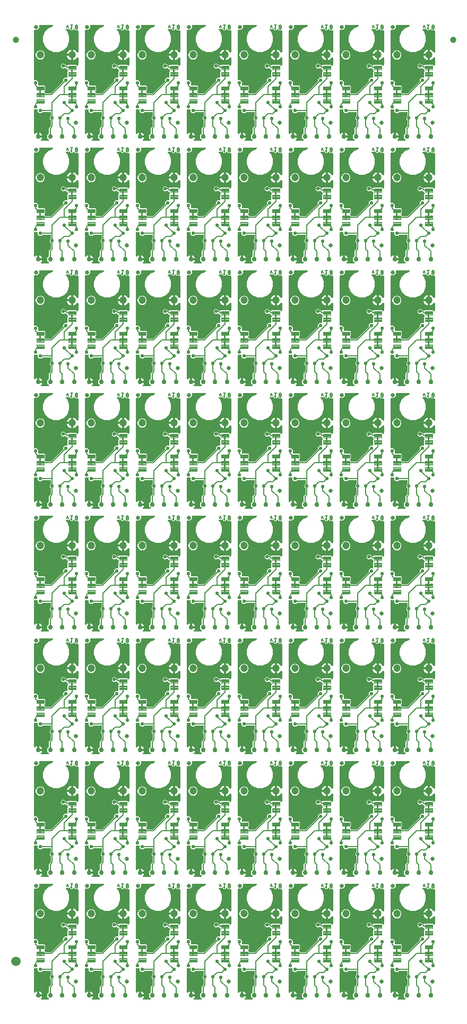
<source format=gbl>
G04 EAGLE Gerber RS-274X export*
G75*
%MOMM*%
%FSLAX34Y34*%
%LPD*%
%INBottom Copper*%
%IPPOS*%
%AMOC8*
5,1,8,0,0,1.08239X$1,22.5*%
G01*
%ADD10C,0.152400*%
%ADD11C,0.635000*%
%ADD12C,0.099059*%
%ADD13C,0.762000*%
%ADD14C,1.200000*%
%ADD15C,1.000000*%
%ADD16C,1.500000*%
%ADD17C,0.558800*%
%ADD18C,0.127000*%

G36*
X110543Y1251598D02*
X110543Y1251598D01*
X110642Y1251601D01*
X110700Y1251618D01*
X110760Y1251626D01*
X110853Y1251662D01*
X110948Y1251690D01*
X111000Y1251720D01*
X111056Y1251743D01*
X111136Y1251801D01*
X111222Y1251851D01*
X111297Y1251917D01*
X111313Y1251929D01*
X111321Y1251939D01*
X111342Y1251957D01*
X130357Y1270972D01*
X130418Y1271051D01*
X130486Y1271123D01*
X130515Y1271176D01*
X130552Y1271224D01*
X130592Y1271315D01*
X130639Y1271401D01*
X130654Y1271460D01*
X130678Y1271515D01*
X130694Y1271613D01*
X130719Y1271709D01*
X130725Y1271809D01*
X130728Y1271830D01*
X130727Y1271842D01*
X130729Y1271870D01*
X130729Y1274397D01*
X133110Y1276778D01*
X136351Y1276778D01*
X136489Y1276796D01*
X136628Y1276809D01*
X136647Y1276816D01*
X136667Y1276818D01*
X136796Y1276869D01*
X136927Y1276916D01*
X136944Y1276928D01*
X136963Y1276935D01*
X137075Y1277017D01*
X137190Y1277095D01*
X137204Y1277110D01*
X137220Y1277122D01*
X137309Y1277229D01*
X137401Y1277334D01*
X137410Y1277352D01*
X137423Y1277367D01*
X137482Y1277493D01*
X137545Y1277617D01*
X137550Y1277637D01*
X137558Y1277655D01*
X137584Y1277791D01*
X137615Y1277927D01*
X137614Y1277947D01*
X137618Y1277967D01*
X137609Y1278106D01*
X137605Y1278245D01*
X137600Y1278264D01*
X137598Y1278285D01*
X137556Y1278417D01*
X137517Y1278550D01*
X137507Y1278568D01*
X137500Y1278587D01*
X137426Y1278704D01*
X137355Y1278824D01*
X137337Y1278845D01*
X137330Y1278856D01*
X137315Y1278870D01*
X137249Y1278945D01*
X137159Y1279035D01*
X137159Y1286111D01*
X137931Y1286882D01*
X138003Y1286976D01*
X138082Y1287066D01*
X138101Y1287102D01*
X138125Y1287134D01*
X138173Y1287243D01*
X138227Y1287349D01*
X138236Y1287388D01*
X138252Y1287426D01*
X138271Y1287543D01*
X138297Y1287659D01*
X138295Y1287700D01*
X138302Y1287740D01*
X138291Y1287858D01*
X138287Y1287977D01*
X138276Y1288016D01*
X138272Y1288056D01*
X138232Y1288169D01*
X138198Y1288283D01*
X138178Y1288317D01*
X138164Y1288356D01*
X138097Y1288454D01*
X138037Y1288557D01*
X137997Y1288602D01*
X137986Y1288619D01*
X137970Y1288632D01*
X137931Y1288677D01*
X137159Y1289449D01*
X137159Y1289812D01*
X137144Y1289930D01*
X137137Y1290049D01*
X137124Y1290087D01*
X137119Y1290128D01*
X137076Y1290238D01*
X137039Y1290351D01*
X137017Y1290386D01*
X137002Y1290423D01*
X136933Y1290519D01*
X136869Y1290620D01*
X136839Y1290648D01*
X136816Y1290681D01*
X136724Y1290757D01*
X136637Y1290838D01*
X136602Y1290858D01*
X136571Y1290883D01*
X136463Y1290934D01*
X136359Y1290992D01*
X136324Y1291000D01*
X135139Y1292186D01*
X135045Y1292259D01*
X134956Y1292338D01*
X134920Y1292356D01*
X134888Y1292381D01*
X134779Y1292428D01*
X134673Y1292482D01*
X134633Y1292491D01*
X134596Y1292507D01*
X134478Y1292526D01*
X134362Y1292552D01*
X134322Y1292551D01*
X134282Y1292557D01*
X134163Y1292546D01*
X134044Y1292542D01*
X134006Y1292531D01*
X133965Y1292527D01*
X133853Y1292487D01*
X133739Y1292454D01*
X133704Y1292433D01*
X133666Y1292419D01*
X133567Y1292353D01*
X133465Y1292292D01*
X133420Y1292252D01*
X133403Y1292241D01*
X133389Y1292225D01*
X133344Y1292186D01*
X132494Y1291335D01*
X129126Y1291335D01*
X126745Y1293716D01*
X126745Y1297084D01*
X129126Y1299465D01*
X132494Y1299465D01*
X134281Y1297677D01*
X134359Y1297617D01*
X134431Y1297549D01*
X134484Y1297520D01*
X134532Y1297483D01*
X134623Y1297443D01*
X134710Y1297395D01*
X134768Y1297380D01*
X134824Y1297356D01*
X134922Y1297341D01*
X135018Y1297316D01*
X135118Y1297310D01*
X135138Y1297306D01*
X135150Y1297308D01*
X135178Y1297306D01*
X135409Y1297306D01*
X135777Y1296938D01*
X135871Y1296865D01*
X135960Y1296786D01*
X135996Y1296768D01*
X136028Y1296743D01*
X136138Y1296696D01*
X136244Y1296642D01*
X136283Y1296633D01*
X136320Y1296617D01*
X136438Y1296598D01*
X136554Y1296572D01*
X136594Y1296573D01*
X136634Y1296567D01*
X136753Y1296578D01*
X136872Y1296582D01*
X136911Y1296593D01*
X136951Y1296597D01*
X137063Y1296637D01*
X137177Y1296670D01*
X137212Y1296691D01*
X137250Y1296704D01*
X137349Y1296771D01*
X137451Y1296832D01*
X137496Y1296871D01*
X137513Y1296883D01*
X137527Y1296898D01*
X137572Y1296938D01*
X138194Y1297560D01*
X151366Y1297560D01*
X152519Y1296407D01*
X152628Y1296322D01*
X152735Y1296234D01*
X152754Y1296225D01*
X152770Y1296213D01*
X152897Y1296157D01*
X153023Y1296098D01*
X153043Y1296094D01*
X153062Y1296086D01*
X153200Y1296064D01*
X153336Y1296038D01*
X153356Y1296039D01*
X153376Y1296036D01*
X153515Y1296049D01*
X153653Y1296058D01*
X153672Y1296064D01*
X153692Y1296066D01*
X153824Y1296113D01*
X153955Y1296156D01*
X153973Y1296167D01*
X153992Y1296174D01*
X154107Y1296252D01*
X154224Y1296326D01*
X154238Y1296341D01*
X154255Y1296352D01*
X154347Y1296457D01*
X154442Y1296558D01*
X154452Y1296575D01*
X154465Y1296591D01*
X154529Y1296715D01*
X154596Y1296836D01*
X154601Y1296856D01*
X154610Y1296874D01*
X154640Y1297010D01*
X154675Y1297144D01*
X154677Y1297172D01*
X154680Y1297184D01*
X154679Y1297205D01*
X154685Y1297305D01*
X154685Y1308447D01*
X154672Y1308551D01*
X154668Y1308655D01*
X154652Y1308708D01*
X154645Y1308763D01*
X154607Y1308860D01*
X154577Y1308960D01*
X154549Y1309007D01*
X154528Y1309058D01*
X154467Y1309143D01*
X154413Y1309233D01*
X154374Y1309271D01*
X154342Y1309316D01*
X154261Y1309383D01*
X154187Y1309456D01*
X154139Y1309483D01*
X154097Y1309519D01*
X154002Y1309563D01*
X153912Y1309616D01*
X153859Y1309631D01*
X153809Y1309654D01*
X153707Y1309674D01*
X153606Y1309702D01*
X153551Y1309704D01*
X153497Y1309714D01*
X153392Y1309707D01*
X153288Y1309710D01*
X153234Y1309698D01*
X153179Y1309694D01*
X153080Y1309662D01*
X152978Y1309639D01*
X152929Y1309613D01*
X152877Y1309596D01*
X152788Y1309540D01*
X152696Y1309492D01*
X152654Y1309455D01*
X152608Y1309426D01*
X152536Y1309350D01*
X152458Y1309280D01*
X152405Y1309210D01*
X152390Y1309194D01*
X152383Y1309181D01*
X152361Y1309152D01*
X151414Y1307736D01*
X150224Y1306546D01*
X148826Y1305611D01*
X147271Y1304968D01*
X146529Y1304820D01*
X146529Y1312700D01*
X146514Y1312818D01*
X146507Y1312937D01*
X146494Y1312975D01*
X146489Y1313015D01*
X146446Y1313126D01*
X146430Y1313174D01*
X146440Y1313192D01*
X146450Y1313231D01*
X146467Y1313267D01*
X146489Y1313384D01*
X146519Y1313500D01*
X146523Y1313560D01*
X146527Y1313580D01*
X146525Y1313600D01*
X146529Y1313660D01*
X146529Y1321540D01*
X147271Y1321392D01*
X148826Y1320749D01*
X150224Y1319814D01*
X151414Y1318624D01*
X152361Y1317208D01*
X152429Y1317129D01*
X152490Y1317044D01*
X152533Y1317009D01*
X152569Y1316967D01*
X152655Y1316908D01*
X152735Y1316841D01*
X152785Y1316818D01*
X152831Y1316787D01*
X152929Y1316750D01*
X153023Y1316706D01*
X153077Y1316695D01*
X153129Y1316676D01*
X153233Y1316666D01*
X153336Y1316646D01*
X153391Y1316649D01*
X153445Y1316644D01*
X153549Y1316659D01*
X153653Y1316666D01*
X153705Y1316683D01*
X153760Y1316691D01*
X153856Y1316732D01*
X153955Y1316764D01*
X154002Y1316793D01*
X154053Y1316815D01*
X154136Y1316878D01*
X154224Y1316934D01*
X154262Y1316974D01*
X154306Y1317008D01*
X154370Y1317089D01*
X154442Y1317166D01*
X154469Y1317214D01*
X154503Y1317257D01*
X154545Y1317353D01*
X154596Y1317444D01*
X154609Y1317497D01*
X154632Y1317548D01*
X154649Y1317651D01*
X154675Y1317752D01*
X154681Y1317840D01*
X154684Y1317862D01*
X154683Y1317876D01*
X154685Y1317913D01*
X154685Y1351295D01*
X154681Y1351330D01*
X154683Y1351364D01*
X154661Y1351487D01*
X154645Y1351611D01*
X154633Y1351643D01*
X154626Y1351677D01*
X154574Y1351790D01*
X154528Y1351906D01*
X154508Y1351934D01*
X154494Y1351966D01*
X154415Y1352063D01*
X154342Y1352164D01*
X154315Y1352186D01*
X154293Y1352213D01*
X154193Y1352287D01*
X154097Y1352367D01*
X154065Y1352381D01*
X154037Y1352402D01*
X153922Y1352449D01*
X153809Y1352502D01*
X153775Y1352509D01*
X153743Y1352522D01*
X153619Y1352538D01*
X153497Y1352562D01*
X153462Y1352560D01*
X153428Y1352564D01*
X153304Y1352550D01*
X153179Y1352542D01*
X153146Y1352531D01*
X153112Y1352527D01*
X152995Y1352483D01*
X152877Y1352444D01*
X152847Y1352426D01*
X152815Y1352413D01*
X152678Y1352328D01*
X152632Y1352295D01*
X150460Y1352295D01*
X148669Y1353574D01*
X148645Y1353635D01*
X148616Y1353676D01*
X148593Y1353721D01*
X148523Y1353804D01*
X148458Y1353892D01*
X148420Y1353925D01*
X148387Y1353963D01*
X148298Y1354025D01*
X148213Y1354095D01*
X148168Y1354117D01*
X148127Y1354146D01*
X148024Y1354184D01*
X147926Y1354231D01*
X147876Y1354240D01*
X147829Y1354258D01*
X147720Y1354270D01*
X147613Y1354291D01*
X147563Y1354287D01*
X147513Y1354293D01*
X147405Y1354278D01*
X147296Y1354271D01*
X147248Y1354255D01*
X147198Y1354248D01*
X147097Y1354206D01*
X146993Y1354173D01*
X146951Y1354146D01*
X146904Y1354127D01*
X146817Y1354061D01*
X146725Y1354003D01*
X146690Y1353966D01*
X146650Y1353936D01*
X146582Y1353851D01*
X146507Y1353771D01*
X146482Y1353727D01*
X146451Y1353688D01*
X146439Y1353662D01*
X145797Y1353020D01*
X145789Y1353009D01*
X145704Y1352915D01*
X145243Y1352339D01*
X145169Y1352295D01*
X144414Y1352295D01*
X144399Y1352293D01*
X144274Y1352288D01*
X143540Y1352206D01*
X143457Y1352227D01*
X142923Y1352761D01*
X142911Y1352770D01*
X142818Y1352855D01*
X140917Y1354376D01*
X140854Y1354415D01*
X140797Y1354461D01*
X140719Y1354497D01*
X140645Y1354542D01*
X140575Y1354564D01*
X140508Y1354595D01*
X140424Y1354610D01*
X140341Y1354636D01*
X140268Y1354639D01*
X140195Y1354652D01*
X140110Y1354646D01*
X140024Y1354650D01*
X139951Y1354635D01*
X139878Y1354630D01*
X139722Y1354589D01*
X138959Y1354335D01*
X138215Y1354707D01*
X138187Y1354717D01*
X138161Y1354732D01*
X138037Y1354769D01*
X137915Y1354812D01*
X137885Y1354815D01*
X137857Y1354823D01*
X137727Y1354828D01*
X137598Y1354840D01*
X137569Y1354835D01*
X137539Y1354836D01*
X137412Y1354809D01*
X137284Y1354788D01*
X137257Y1354776D01*
X137228Y1354769D01*
X137080Y1354707D01*
X136293Y1354313D01*
X136243Y1354323D01*
X136219Y1354322D01*
X136194Y1354326D01*
X136060Y1354313D01*
X135926Y1354306D01*
X135902Y1354298D01*
X135878Y1354296D01*
X135751Y1354251D01*
X135623Y1354210D01*
X135602Y1354197D01*
X135578Y1354189D01*
X135467Y1354113D01*
X135353Y1354042D01*
X135336Y1354024D01*
X135315Y1354010D01*
X135226Y1353909D01*
X135133Y1353812D01*
X135121Y1353790D01*
X135105Y1353771D01*
X135044Y1353652D01*
X134978Y1353534D01*
X134971Y1353510D01*
X134960Y1353488D01*
X134931Y1353357D01*
X134896Y1353227D01*
X134896Y1353202D01*
X134890Y1353178D01*
X134895Y1353043D01*
X134893Y1352909D01*
X134899Y1352885D01*
X134900Y1352860D01*
X134938Y1352731D01*
X134970Y1352600D01*
X134982Y1352578D01*
X134989Y1352555D01*
X135057Y1352439D01*
X135121Y1352320D01*
X135138Y1352302D01*
X135150Y1352281D01*
X135256Y1352160D01*
X137038Y1350379D01*
X140209Y1342723D01*
X140209Y1334437D01*
X137038Y1326781D01*
X131179Y1320922D01*
X123523Y1317751D01*
X115237Y1317751D01*
X107581Y1320922D01*
X101722Y1326781D01*
X98551Y1334437D01*
X98551Y1342723D01*
X101722Y1350379D01*
X107581Y1356238D01*
X113631Y1358743D01*
X113691Y1358778D01*
X113756Y1358804D01*
X113829Y1358856D01*
X113907Y1358901D01*
X113957Y1358950D01*
X114013Y1358990D01*
X114071Y1359060D01*
X114135Y1359122D01*
X114172Y1359182D01*
X114216Y1359235D01*
X114255Y1359317D01*
X114302Y1359393D01*
X114322Y1359460D01*
X114352Y1359523D01*
X114369Y1359611D01*
X114395Y1359697D01*
X114398Y1359767D01*
X114412Y1359836D01*
X114406Y1359925D01*
X114410Y1360015D01*
X114396Y1360083D01*
X114392Y1360153D01*
X114364Y1360238D01*
X114346Y1360326D01*
X114315Y1360389D01*
X114294Y1360455D01*
X114246Y1360531D01*
X114206Y1360612D01*
X114161Y1360665D01*
X114124Y1360724D01*
X114058Y1360786D01*
X114000Y1360854D01*
X113943Y1360894D01*
X113892Y1360942D01*
X113813Y1360985D01*
X113740Y1361037D01*
X113675Y1361062D01*
X113614Y1361096D01*
X113527Y1361118D01*
X113443Y1361150D01*
X113373Y1361158D01*
X113306Y1361175D01*
X113145Y1361185D01*
X93345Y1361185D01*
X93227Y1361170D01*
X93108Y1361163D01*
X93070Y1361150D01*
X93029Y1361145D01*
X92919Y1361102D01*
X92806Y1361065D01*
X92771Y1361043D01*
X92734Y1361028D01*
X92638Y1360959D01*
X92537Y1360895D01*
X92509Y1360865D01*
X92476Y1360842D01*
X92400Y1360750D01*
X92319Y1360663D01*
X92299Y1360628D01*
X92274Y1360597D01*
X92223Y1360489D01*
X92165Y1360385D01*
X92155Y1360345D01*
X92138Y1360309D01*
X92116Y1360192D01*
X92086Y1360077D01*
X92082Y1360017D01*
X92078Y1359997D01*
X92080Y1359976D01*
X92076Y1359916D01*
X92076Y1355789D01*
X89471Y1353184D01*
X85344Y1353184D01*
X85226Y1353169D01*
X85107Y1353162D01*
X85069Y1353149D01*
X85028Y1353144D01*
X84918Y1353101D01*
X84805Y1353064D01*
X84770Y1353042D01*
X84733Y1353027D01*
X84637Y1352958D01*
X84536Y1352894D01*
X84508Y1352864D01*
X84475Y1352841D01*
X84399Y1352749D01*
X84318Y1352662D01*
X84298Y1352627D01*
X84273Y1352596D01*
X84222Y1352488D01*
X84164Y1352384D01*
X84154Y1352344D01*
X84137Y1352308D01*
X84115Y1352191D01*
X84085Y1352076D01*
X84081Y1352016D01*
X84077Y1351996D01*
X84079Y1351975D01*
X84075Y1351915D01*
X84075Y1274064D01*
X84090Y1273946D01*
X84097Y1273827D01*
X84110Y1273789D01*
X84115Y1273748D01*
X84158Y1273638D01*
X84195Y1273525D01*
X84217Y1273490D01*
X84232Y1273453D01*
X84301Y1273357D01*
X84365Y1273256D01*
X84395Y1273228D01*
X84418Y1273195D01*
X84510Y1273119D01*
X84597Y1273038D01*
X84632Y1273018D01*
X84663Y1272993D01*
X84771Y1272942D01*
X84875Y1272884D01*
X84915Y1272874D01*
X84951Y1272857D01*
X85068Y1272835D01*
X85183Y1272805D01*
X85243Y1272801D01*
X85263Y1272797D01*
X85284Y1272799D01*
X85344Y1272795D01*
X88600Y1272795D01*
X90981Y1270414D01*
X90981Y1267046D01*
X90768Y1266834D01*
X90683Y1266724D01*
X90594Y1266617D01*
X90585Y1266598D01*
X90573Y1266582D01*
X90518Y1266454D01*
X90458Y1266329D01*
X90455Y1266309D01*
X90447Y1266290D01*
X90425Y1266152D01*
X90399Y1266016D01*
X90400Y1265996D01*
X90397Y1265976D01*
X90410Y1265837D01*
X90418Y1265699D01*
X90425Y1265680D01*
X90427Y1265660D01*
X90474Y1265529D01*
X90516Y1265397D01*
X90527Y1265379D01*
X90534Y1265360D01*
X90612Y1265246D01*
X90687Y1265128D01*
X90701Y1265114D01*
X90713Y1265097D01*
X90817Y1265005D01*
X90918Y1264910D01*
X90936Y1264900D01*
X90951Y1264887D01*
X91075Y1264824D01*
X91197Y1264756D01*
X91216Y1264751D01*
X91234Y1264742D01*
X91370Y1264712D01*
X91505Y1264677D01*
X91533Y1264675D01*
X91545Y1264672D01*
X91565Y1264673D01*
X91665Y1264667D01*
X100566Y1264667D01*
X101601Y1263632D01*
X101601Y1256556D01*
X100829Y1255784D01*
X100756Y1255690D01*
X100678Y1255601D01*
X100659Y1255565D01*
X100635Y1255533D01*
X100587Y1255424D01*
X100533Y1255318D01*
X100524Y1255279D01*
X100508Y1255241D01*
X100489Y1255124D01*
X100463Y1255008D01*
X100465Y1254967D01*
X100458Y1254927D01*
X100469Y1254809D01*
X100473Y1254690D01*
X100484Y1254651D01*
X100488Y1254611D01*
X100528Y1254499D01*
X100562Y1254384D01*
X100582Y1254349D01*
X100596Y1254311D01*
X100663Y1254213D01*
X100723Y1254110D01*
X100763Y1254065D01*
X100774Y1254048D01*
X100790Y1254035D01*
X100829Y1253989D01*
X101601Y1253218D01*
X101601Y1252855D01*
X101616Y1252737D01*
X101623Y1252618D01*
X101636Y1252580D01*
X101641Y1252539D01*
X101684Y1252429D01*
X101721Y1252316D01*
X101743Y1252281D01*
X101758Y1252244D01*
X101827Y1252148D01*
X101891Y1252047D01*
X101921Y1252019D01*
X101944Y1251986D01*
X102036Y1251910D01*
X102123Y1251829D01*
X102158Y1251809D01*
X102189Y1251784D01*
X102297Y1251733D01*
X102401Y1251675D01*
X102441Y1251665D01*
X102477Y1251648D01*
X102594Y1251626D01*
X102709Y1251596D01*
X102769Y1251592D01*
X102789Y1251588D01*
X102810Y1251590D01*
X102870Y1251586D01*
X110445Y1251586D01*
X110543Y1251598D01*
G37*
G36*
X435663Y1447178D02*
X435663Y1447178D01*
X435762Y1447181D01*
X435820Y1447198D01*
X435880Y1447206D01*
X435973Y1447242D01*
X436068Y1447270D01*
X436120Y1447300D01*
X436176Y1447323D01*
X436256Y1447381D01*
X436342Y1447431D01*
X436417Y1447497D01*
X436433Y1447509D01*
X436441Y1447519D01*
X436462Y1447537D01*
X455477Y1466552D01*
X455538Y1466631D01*
X455606Y1466703D01*
X455635Y1466756D01*
X455672Y1466804D01*
X455712Y1466895D01*
X455759Y1466981D01*
X455774Y1467040D01*
X455798Y1467095D01*
X455814Y1467193D01*
X455839Y1467289D01*
X455845Y1467389D01*
X455848Y1467410D01*
X455847Y1467422D01*
X455849Y1467450D01*
X455849Y1469977D01*
X458230Y1472358D01*
X461471Y1472358D01*
X461609Y1472376D01*
X461748Y1472389D01*
X461767Y1472396D01*
X461787Y1472398D01*
X461916Y1472449D01*
X462047Y1472496D01*
X462064Y1472508D01*
X462083Y1472515D01*
X462195Y1472597D01*
X462310Y1472675D01*
X462324Y1472690D01*
X462340Y1472702D01*
X462429Y1472809D01*
X462521Y1472914D01*
X462530Y1472932D01*
X462543Y1472947D01*
X462602Y1473073D01*
X462665Y1473197D01*
X462670Y1473217D01*
X462678Y1473235D01*
X462704Y1473371D01*
X462735Y1473507D01*
X462734Y1473527D01*
X462738Y1473547D01*
X462729Y1473686D01*
X462725Y1473825D01*
X462720Y1473844D01*
X462718Y1473865D01*
X462676Y1473997D01*
X462637Y1474130D01*
X462627Y1474148D01*
X462620Y1474167D01*
X462546Y1474284D01*
X462475Y1474404D01*
X462457Y1474425D01*
X462450Y1474436D01*
X462435Y1474450D01*
X462369Y1474525D01*
X462279Y1474615D01*
X462279Y1481691D01*
X463051Y1482463D01*
X463124Y1482557D01*
X463202Y1482646D01*
X463221Y1482682D01*
X463245Y1482714D01*
X463293Y1482823D01*
X463347Y1482929D01*
X463356Y1482968D01*
X463372Y1483006D01*
X463391Y1483123D01*
X463417Y1483239D01*
X463415Y1483280D01*
X463422Y1483320D01*
X463411Y1483438D01*
X463407Y1483557D01*
X463396Y1483596D01*
X463392Y1483636D01*
X463352Y1483748D01*
X463318Y1483863D01*
X463298Y1483898D01*
X463284Y1483936D01*
X463217Y1484034D01*
X463157Y1484137D01*
X463117Y1484182D01*
X463106Y1484199D01*
X463090Y1484212D01*
X463051Y1484258D01*
X462279Y1485029D01*
X462279Y1485392D01*
X462264Y1485510D01*
X462257Y1485629D01*
X462244Y1485667D01*
X462239Y1485708D01*
X462196Y1485818D01*
X462159Y1485931D01*
X462137Y1485966D01*
X462122Y1486003D01*
X462053Y1486099D01*
X461989Y1486200D01*
X461959Y1486228D01*
X461936Y1486261D01*
X461844Y1486337D01*
X461757Y1486418D01*
X461722Y1486438D01*
X461691Y1486463D01*
X461583Y1486514D01*
X461479Y1486572D01*
X461444Y1486580D01*
X460259Y1487766D01*
X460165Y1487839D01*
X460076Y1487918D01*
X460040Y1487936D01*
X460008Y1487961D01*
X459899Y1488008D01*
X459793Y1488062D01*
X459753Y1488071D01*
X459716Y1488087D01*
X459598Y1488106D01*
X459482Y1488132D01*
X459442Y1488131D01*
X459402Y1488137D01*
X459283Y1488126D01*
X459164Y1488122D01*
X459126Y1488111D01*
X459085Y1488107D01*
X458973Y1488067D01*
X458859Y1488034D01*
X458824Y1488013D01*
X458786Y1487999D01*
X458687Y1487933D01*
X458585Y1487872D01*
X458540Y1487832D01*
X458523Y1487821D01*
X458509Y1487805D01*
X458464Y1487766D01*
X457614Y1486915D01*
X454246Y1486915D01*
X451865Y1489296D01*
X451865Y1492664D01*
X454246Y1495045D01*
X457614Y1495045D01*
X459401Y1493257D01*
X459479Y1493197D01*
X459551Y1493129D01*
X459604Y1493100D01*
X459652Y1493063D01*
X459743Y1493023D01*
X459830Y1492975D01*
X459888Y1492960D01*
X459944Y1492936D01*
X460042Y1492921D01*
X460138Y1492896D01*
X460238Y1492890D01*
X460258Y1492886D01*
X460270Y1492888D01*
X460298Y1492886D01*
X460529Y1492886D01*
X460897Y1492518D01*
X460991Y1492445D01*
X461080Y1492366D01*
X461116Y1492348D01*
X461148Y1492323D01*
X461258Y1492276D01*
X461364Y1492222D01*
X461403Y1492213D01*
X461440Y1492197D01*
X461558Y1492178D01*
X461674Y1492152D01*
X461714Y1492153D01*
X461754Y1492147D01*
X461873Y1492158D01*
X461992Y1492162D01*
X462031Y1492173D01*
X462071Y1492177D01*
X462183Y1492217D01*
X462297Y1492250D01*
X462332Y1492271D01*
X462370Y1492284D01*
X462469Y1492351D01*
X462571Y1492412D01*
X462616Y1492451D01*
X462633Y1492463D01*
X462647Y1492478D01*
X462692Y1492518D01*
X463314Y1493140D01*
X476486Y1493140D01*
X477639Y1491987D01*
X477748Y1491902D01*
X477855Y1491814D01*
X477874Y1491805D01*
X477890Y1491793D01*
X478017Y1491737D01*
X478143Y1491678D01*
X478163Y1491674D01*
X478182Y1491666D01*
X478320Y1491644D01*
X478456Y1491618D01*
X478476Y1491619D01*
X478496Y1491616D01*
X478635Y1491629D01*
X478773Y1491638D01*
X478792Y1491644D01*
X478812Y1491646D01*
X478944Y1491693D01*
X479075Y1491736D01*
X479093Y1491747D01*
X479112Y1491754D01*
X479227Y1491832D01*
X479344Y1491906D01*
X479358Y1491921D01*
X479375Y1491932D01*
X479467Y1492037D01*
X479562Y1492138D01*
X479572Y1492155D01*
X479585Y1492171D01*
X479649Y1492295D01*
X479716Y1492416D01*
X479721Y1492436D01*
X479730Y1492454D01*
X479760Y1492590D01*
X479795Y1492724D01*
X479797Y1492752D01*
X479800Y1492764D01*
X479799Y1492785D01*
X479805Y1492885D01*
X479805Y1504027D01*
X479792Y1504131D01*
X479788Y1504235D01*
X479772Y1504288D01*
X479765Y1504343D01*
X479727Y1504440D01*
X479697Y1504540D01*
X479669Y1504587D01*
X479648Y1504638D01*
X479587Y1504723D01*
X479533Y1504813D01*
X479494Y1504851D01*
X479462Y1504896D01*
X479381Y1504963D01*
X479307Y1505036D01*
X479259Y1505063D01*
X479217Y1505099D01*
X479122Y1505143D01*
X479032Y1505196D01*
X478979Y1505211D01*
X478929Y1505234D01*
X478827Y1505254D01*
X478726Y1505282D01*
X478671Y1505284D01*
X478617Y1505294D01*
X478512Y1505287D01*
X478408Y1505290D01*
X478354Y1505278D01*
X478299Y1505274D01*
X478200Y1505242D01*
X478098Y1505219D01*
X478049Y1505193D01*
X477997Y1505176D01*
X477908Y1505120D01*
X477816Y1505072D01*
X477774Y1505035D01*
X477728Y1505006D01*
X477656Y1504930D01*
X477578Y1504860D01*
X477525Y1504790D01*
X477510Y1504774D01*
X477503Y1504761D01*
X477481Y1504732D01*
X476534Y1503316D01*
X475344Y1502126D01*
X473946Y1501191D01*
X472391Y1500548D01*
X471649Y1500400D01*
X471649Y1508280D01*
X471634Y1508398D01*
X471627Y1508517D01*
X471614Y1508555D01*
X471609Y1508595D01*
X471566Y1508706D01*
X471550Y1508754D01*
X471560Y1508772D01*
X471570Y1508811D01*
X471587Y1508847D01*
X471609Y1508964D01*
X471639Y1509080D01*
X471643Y1509140D01*
X471647Y1509160D01*
X471645Y1509180D01*
X471649Y1509240D01*
X471649Y1517120D01*
X472391Y1516972D01*
X473946Y1516329D01*
X475344Y1515394D01*
X476534Y1514204D01*
X477481Y1512788D01*
X477549Y1512709D01*
X477610Y1512624D01*
X477653Y1512589D01*
X477689Y1512547D01*
X477775Y1512488D01*
X477855Y1512421D01*
X477905Y1512398D01*
X477951Y1512367D01*
X478049Y1512330D01*
X478143Y1512286D01*
X478197Y1512275D01*
X478249Y1512256D01*
X478353Y1512246D01*
X478456Y1512226D01*
X478511Y1512229D01*
X478565Y1512224D01*
X478669Y1512239D01*
X478773Y1512246D01*
X478825Y1512263D01*
X478880Y1512271D01*
X478976Y1512312D01*
X479075Y1512344D01*
X479122Y1512373D01*
X479173Y1512395D01*
X479256Y1512458D01*
X479344Y1512514D01*
X479382Y1512554D01*
X479426Y1512588D01*
X479490Y1512669D01*
X479562Y1512746D01*
X479589Y1512794D01*
X479623Y1512837D01*
X479665Y1512933D01*
X479716Y1513024D01*
X479729Y1513077D01*
X479752Y1513128D01*
X479769Y1513231D01*
X479795Y1513332D01*
X479801Y1513420D01*
X479804Y1513442D01*
X479803Y1513456D01*
X479805Y1513493D01*
X479805Y1546875D01*
X479801Y1546910D01*
X479803Y1546944D01*
X479781Y1547067D01*
X479765Y1547191D01*
X479753Y1547223D01*
X479746Y1547257D01*
X479694Y1547370D01*
X479648Y1547486D01*
X479628Y1547514D01*
X479614Y1547546D01*
X479535Y1547643D01*
X479462Y1547744D01*
X479435Y1547766D01*
X479413Y1547793D01*
X479313Y1547867D01*
X479217Y1547947D01*
X479185Y1547961D01*
X479157Y1547982D01*
X479042Y1548029D01*
X478929Y1548082D01*
X478895Y1548089D01*
X478863Y1548102D01*
X478739Y1548118D01*
X478617Y1548142D01*
X478582Y1548140D01*
X478548Y1548144D01*
X478424Y1548130D01*
X478299Y1548122D01*
X478266Y1548111D01*
X478232Y1548107D01*
X478115Y1548063D01*
X477997Y1548024D01*
X477967Y1548006D01*
X477935Y1547993D01*
X477798Y1547908D01*
X477752Y1547875D01*
X475580Y1547875D01*
X473789Y1549154D01*
X473765Y1549215D01*
X473736Y1549256D01*
X473713Y1549301D01*
X473643Y1549384D01*
X473578Y1549472D01*
X473540Y1549505D01*
X473507Y1549543D01*
X473418Y1549605D01*
X473333Y1549675D01*
X473288Y1549697D01*
X473247Y1549726D01*
X473144Y1549764D01*
X473046Y1549811D01*
X472996Y1549820D01*
X472949Y1549838D01*
X472840Y1549850D01*
X472733Y1549871D01*
X472683Y1549867D01*
X472633Y1549873D01*
X472525Y1549858D01*
X472416Y1549851D01*
X472368Y1549835D01*
X472318Y1549828D01*
X472217Y1549786D01*
X472113Y1549753D01*
X472071Y1549726D01*
X472024Y1549707D01*
X471937Y1549641D01*
X471845Y1549583D01*
X471810Y1549546D01*
X471770Y1549516D01*
X471702Y1549431D01*
X471627Y1549351D01*
X471602Y1549307D01*
X471571Y1549268D01*
X471559Y1549242D01*
X470917Y1548600D01*
X470909Y1548589D01*
X470824Y1548495D01*
X470363Y1547919D01*
X470289Y1547875D01*
X469534Y1547875D01*
X469519Y1547873D01*
X469394Y1547868D01*
X468660Y1547786D01*
X468577Y1547807D01*
X468043Y1548341D01*
X468031Y1548350D01*
X467938Y1548435D01*
X466037Y1549956D01*
X465974Y1549995D01*
X465917Y1550041D01*
X465839Y1550077D01*
X465765Y1550122D01*
X465695Y1550144D01*
X465628Y1550175D01*
X465544Y1550190D01*
X465461Y1550216D01*
X465388Y1550219D01*
X465315Y1550232D01*
X465230Y1550226D01*
X465144Y1550230D01*
X465071Y1550215D01*
X464998Y1550210D01*
X464842Y1550169D01*
X464079Y1549915D01*
X463335Y1550287D01*
X463307Y1550297D01*
X463281Y1550312D01*
X463157Y1550349D01*
X463035Y1550392D01*
X463005Y1550395D01*
X462977Y1550403D01*
X462847Y1550408D01*
X462718Y1550420D01*
X462689Y1550415D01*
X462659Y1550416D01*
X462532Y1550389D01*
X462404Y1550368D01*
X462377Y1550356D01*
X462348Y1550349D01*
X462200Y1550287D01*
X461413Y1549894D01*
X461363Y1549903D01*
X461339Y1549902D01*
X461314Y1549906D01*
X461180Y1549893D01*
X461046Y1549886D01*
X461022Y1549878D01*
X460998Y1549876D01*
X460871Y1549831D01*
X460743Y1549790D01*
X460722Y1549777D01*
X460698Y1549769D01*
X460587Y1549693D01*
X460473Y1549622D01*
X460456Y1549604D01*
X460435Y1549590D01*
X460346Y1549489D01*
X460253Y1549392D01*
X460241Y1549370D01*
X460225Y1549352D01*
X460164Y1549232D01*
X460098Y1549114D01*
X460091Y1549090D01*
X460080Y1549068D01*
X460051Y1548937D01*
X460016Y1548807D01*
X460016Y1548782D01*
X460010Y1548758D01*
X460015Y1548624D01*
X460013Y1548489D01*
X460019Y1548465D01*
X460020Y1548440D01*
X460057Y1548311D01*
X460090Y1548180D01*
X460102Y1548158D01*
X460109Y1548135D01*
X460177Y1548019D01*
X460241Y1547900D01*
X460257Y1547882D01*
X460270Y1547861D01*
X460376Y1547740D01*
X462158Y1545959D01*
X465329Y1538303D01*
X465329Y1530017D01*
X462158Y1522361D01*
X456299Y1516502D01*
X448643Y1513331D01*
X440357Y1513331D01*
X432701Y1516502D01*
X426842Y1522361D01*
X423671Y1530017D01*
X423671Y1538303D01*
X426842Y1545959D01*
X432701Y1551818D01*
X438751Y1554323D01*
X438811Y1554358D01*
X438876Y1554384D01*
X438949Y1554436D01*
X439027Y1554481D01*
X439077Y1554530D01*
X439133Y1554570D01*
X439191Y1554640D01*
X439255Y1554702D01*
X439292Y1554762D01*
X439336Y1554815D01*
X439375Y1554897D01*
X439422Y1554973D01*
X439442Y1555040D01*
X439472Y1555103D01*
X439489Y1555191D01*
X439515Y1555277D01*
X439518Y1555347D01*
X439532Y1555416D01*
X439526Y1555505D01*
X439530Y1555595D01*
X439516Y1555663D01*
X439512Y1555733D01*
X439484Y1555818D01*
X439466Y1555906D01*
X439435Y1555969D01*
X439414Y1556035D01*
X439366Y1556111D01*
X439326Y1556192D01*
X439281Y1556245D01*
X439244Y1556304D01*
X439178Y1556366D01*
X439120Y1556434D01*
X439063Y1556474D01*
X439012Y1556522D01*
X438933Y1556565D01*
X438860Y1556617D01*
X438795Y1556642D01*
X438734Y1556676D01*
X438647Y1556698D01*
X438563Y1556730D01*
X438493Y1556738D01*
X438426Y1556755D01*
X438265Y1556765D01*
X418465Y1556765D01*
X418347Y1556750D01*
X418228Y1556743D01*
X418190Y1556730D01*
X418149Y1556725D01*
X418039Y1556682D01*
X417926Y1556645D01*
X417891Y1556623D01*
X417854Y1556608D01*
X417758Y1556539D01*
X417657Y1556475D01*
X417629Y1556445D01*
X417596Y1556422D01*
X417520Y1556330D01*
X417439Y1556243D01*
X417419Y1556208D01*
X417394Y1556177D01*
X417343Y1556069D01*
X417285Y1555965D01*
X417275Y1555925D01*
X417258Y1555889D01*
X417236Y1555772D01*
X417206Y1555657D01*
X417202Y1555597D01*
X417198Y1555577D01*
X417200Y1555556D01*
X417196Y1555496D01*
X417196Y1551369D01*
X414591Y1548764D01*
X410464Y1548764D01*
X410346Y1548749D01*
X410227Y1548742D01*
X410189Y1548729D01*
X410148Y1548724D01*
X410038Y1548681D01*
X409925Y1548644D01*
X409890Y1548622D01*
X409853Y1548607D01*
X409757Y1548538D01*
X409656Y1548474D01*
X409628Y1548444D01*
X409595Y1548421D01*
X409519Y1548329D01*
X409438Y1548242D01*
X409418Y1548207D01*
X409393Y1548176D01*
X409342Y1548068D01*
X409284Y1547964D01*
X409274Y1547924D01*
X409257Y1547888D01*
X409235Y1547771D01*
X409205Y1547656D01*
X409201Y1547596D01*
X409197Y1547576D01*
X409199Y1547555D01*
X409195Y1547495D01*
X409195Y1469644D01*
X409210Y1469526D01*
X409217Y1469407D01*
X409230Y1469369D01*
X409235Y1469328D01*
X409278Y1469218D01*
X409315Y1469105D01*
X409337Y1469070D01*
X409352Y1469033D01*
X409421Y1468937D01*
X409485Y1468836D01*
X409515Y1468808D01*
X409538Y1468775D01*
X409630Y1468699D01*
X409717Y1468618D01*
X409752Y1468598D01*
X409783Y1468573D01*
X409891Y1468522D01*
X409995Y1468464D01*
X410035Y1468454D01*
X410071Y1468437D01*
X410188Y1468415D01*
X410303Y1468385D01*
X410363Y1468381D01*
X410383Y1468377D01*
X410404Y1468379D01*
X410464Y1468375D01*
X413720Y1468375D01*
X416101Y1465994D01*
X416101Y1462626D01*
X415888Y1462414D01*
X415803Y1462304D01*
X415714Y1462197D01*
X415705Y1462178D01*
X415693Y1462162D01*
X415638Y1462034D01*
X415578Y1461909D01*
X415575Y1461889D01*
X415567Y1461870D01*
X415545Y1461732D01*
X415519Y1461596D01*
X415520Y1461576D01*
X415517Y1461556D01*
X415530Y1461417D01*
X415538Y1461279D01*
X415545Y1461260D01*
X415547Y1461240D01*
X415594Y1461109D01*
X415636Y1460977D01*
X415647Y1460959D01*
X415654Y1460940D01*
X415732Y1460826D01*
X415807Y1460708D01*
X415821Y1460694D01*
X415833Y1460677D01*
X415937Y1460585D01*
X416038Y1460490D01*
X416056Y1460480D01*
X416071Y1460467D01*
X416195Y1460404D01*
X416317Y1460336D01*
X416336Y1460331D01*
X416354Y1460322D01*
X416490Y1460292D01*
X416625Y1460257D01*
X416653Y1460255D01*
X416665Y1460252D01*
X416685Y1460253D01*
X416785Y1460247D01*
X425686Y1460247D01*
X426721Y1459212D01*
X426721Y1452136D01*
X425949Y1451365D01*
X425877Y1451271D01*
X425798Y1451181D01*
X425779Y1451145D01*
X425755Y1451113D01*
X425707Y1451004D01*
X425653Y1450898D01*
X425644Y1450859D01*
X425628Y1450821D01*
X425609Y1450704D01*
X425583Y1450588D01*
X425585Y1450547D01*
X425578Y1450507D01*
X425589Y1450389D01*
X425593Y1450270D01*
X425604Y1450231D01*
X425608Y1450191D01*
X425648Y1450078D01*
X425682Y1449964D01*
X425702Y1449930D01*
X425716Y1449891D01*
X425783Y1449793D01*
X425843Y1449690D01*
X425883Y1449645D01*
X425894Y1449628D01*
X425910Y1449615D01*
X425949Y1449570D01*
X426721Y1448798D01*
X426721Y1448435D01*
X426736Y1448317D01*
X426743Y1448198D01*
X426756Y1448160D01*
X426761Y1448119D01*
X426804Y1448009D01*
X426841Y1447896D01*
X426863Y1447861D01*
X426878Y1447824D01*
X426947Y1447728D01*
X427011Y1447627D01*
X427041Y1447599D01*
X427064Y1447566D01*
X427156Y1447490D01*
X427243Y1447409D01*
X427278Y1447389D01*
X427309Y1447364D01*
X427417Y1447313D01*
X427521Y1447255D01*
X427561Y1447245D01*
X427597Y1447228D01*
X427714Y1447206D01*
X427829Y1447176D01*
X427889Y1447172D01*
X427909Y1447168D01*
X427930Y1447170D01*
X427990Y1447166D01*
X435565Y1447166D01*
X435663Y1447178D01*
G37*
G36*
X354383Y273698D02*
X354383Y273698D01*
X354482Y273701D01*
X354540Y273718D01*
X354600Y273726D01*
X354692Y273762D01*
X354788Y273790D01*
X354840Y273820D01*
X354896Y273843D01*
X354976Y273901D01*
X355062Y273951D01*
X355137Y274017D01*
X355153Y274029D01*
X355161Y274039D01*
X355182Y274057D01*
X374197Y293072D01*
X374258Y293151D01*
X374326Y293223D01*
X374355Y293276D01*
X374392Y293324D01*
X374432Y293415D01*
X374479Y293501D01*
X374494Y293560D01*
X374518Y293615D01*
X374534Y293713D01*
X374559Y293809D01*
X374565Y293909D01*
X374568Y293930D01*
X374567Y293942D01*
X374569Y293970D01*
X374569Y296497D01*
X376950Y298878D01*
X380191Y298878D01*
X380329Y298896D01*
X380468Y298909D01*
X380487Y298916D01*
X380507Y298918D01*
X380636Y298969D01*
X380767Y299016D01*
X380784Y299028D01*
X380803Y299035D01*
X380915Y299117D01*
X381030Y299195D01*
X381044Y299210D01*
X381060Y299222D01*
X381149Y299329D01*
X381241Y299434D01*
X381250Y299452D01*
X381263Y299467D01*
X381322Y299593D01*
X381385Y299717D01*
X381390Y299737D01*
X381398Y299755D01*
X381424Y299891D01*
X381455Y300027D01*
X381454Y300047D01*
X381458Y300067D01*
X381449Y300206D01*
X381445Y300345D01*
X381440Y300364D01*
X381438Y300385D01*
X381396Y300517D01*
X381357Y300650D01*
X381347Y300668D01*
X381340Y300687D01*
X381266Y300804D01*
X381195Y300924D01*
X381177Y300945D01*
X381170Y300956D01*
X381155Y300970D01*
X381089Y301045D01*
X380999Y301135D01*
X380999Y308211D01*
X381771Y308983D01*
X381844Y309077D01*
X381922Y309166D01*
X381941Y309202D01*
X381965Y309234D01*
X382013Y309343D01*
X382067Y309449D01*
X382076Y309488D01*
X382092Y309526D01*
X382111Y309643D01*
X382137Y309759D01*
X382135Y309800D01*
X382142Y309840D01*
X382131Y309958D01*
X382127Y310077D01*
X382116Y310116D01*
X382112Y310156D01*
X382072Y310268D01*
X382038Y310383D01*
X382018Y310418D01*
X382004Y310456D01*
X381937Y310554D01*
X381877Y310657D01*
X381837Y310702D01*
X381826Y310719D01*
X381810Y310732D01*
X381771Y310778D01*
X380999Y311549D01*
X380999Y311912D01*
X380984Y312030D01*
X380977Y312149D01*
X380964Y312187D01*
X380959Y312228D01*
X380916Y312338D01*
X380879Y312451D01*
X380857Y312486D01*
X380842Y312523D01*
X380773Y312619D01*
X380709Y312720D01*
X380679Y312748D01*
X380656Y312781D01*
X380564Y312857D01*
X380477Y312938D01*
X380442Y312958D01*
X380411Y312983D01*
X380303Y313034D01*
X380199Y313092D01*
X380164Y313100D01*
X378979Y314286D01*
X378885Y314359D01*
X378796Y314437D01*
X378760Y314456D01*
X378728Y314481D01*
X378619Y314528D01*
X378513Y314582D01*
X378473Y314591D01*
X378436Y314607D01*
X378318Y314626D01*
X378202Y314652D01*
X378162Y314651D01*
X378122Y314657D01*
X378003Y314646D01*
X377884Y314642D01*
X377846Y314631D01*
X377805Y314627D01*
X377693Y314587D01*
X377579Y314554D01*
X377544Y314533D01*
X377506Y314519D01*
X377408Y314453D01*
X377305Y314392D01*
X377260Y314352D01*
X377243Y314341D01*
X377229Y314326D01*
X377184Y314286D01*
X376334Y313435D01*
X372966Y313435D01*
X370585Y315816D01*
X370585Y319184D01*
X372966Y321565D01*
X376334Y321565D01*
X378121Y319777D01*
X378199Y319717D01*
X378271Y319649D01*
X378324Y319620D01*
X378372Y319583D01*
X378463Y319543D01*
X378550Y319495D01*
X378608Y319480D01*
X378664Y319456D01*
X378762Y319441D01*
X378858Y319416D01*
X378958Y319410D01*
X378978Y319406D01*
X378990Y319408D01*
X379018Y319406D01*
X379249Y319406D01*
X379617Y319038D01*
X379711Y318965D01*
X379800Y318886D01*
X379836Y318868D01*
X379868Y318843D01*
X379978Y318796D01*
X380084Y318742D01*
X380123Y318733D01*
X380160Y318717D01*
X380278Y318698D01*
X380394Y318672D01*
X380434Y318673D01*
X380474Y318667D01*
X380593Y318678D01*
X380712Y318682D01*
X380751Y318693D01*
X380791Y318697D01*
X380903Y318737D01*
X381017Y318770D01*
X381052Y318791D01*
X381090Y318804D01*
X381189Y318871D01*
X381291Y318932D01*
X381336Y318971D01*
X381353Y318983D01*
X381367Y318998D01*
X381412Y319038D01*
X382034Y319660D01*
X395206Y319660D01*
X396359Y318507D01*
X396468Y318422D01*
X396575Y318334D01*
X396594Y318325D01*
X396610Y318313D01*
X396737Y318257D01*
X396863Y318198D01*
X396883Y318194D01*
X396902Y318186D01*
X397040Y318164D01*
X397176Y318138D01*
X397196Y318139D01*
X397216Y318136D01*
X397355Y318149D01*
X397493Y318158D01*
X397512Y318164D01*
X397532Y318166D01*
X397664Y318213D01*
X397795Y318256D01*
X397813Y318267D01*
X397832Y318274D01*
X397947Y318352D01*
X398064Y318426D01*
X398078Y318441D01*
X398095Y318452D01*
X398187Y318557D01*
X398282Y318658D01*
X398292Y318675D01*
X398305Y318691D01*
X398369Y318815D01*
X398436Y318936D01*
X398441Y318956D01*
X398450Y318974D01*
X398480Y319110D01*
X398515Y319244D01*
X398517Y319272D01*
X398520Y319284D01*
X398519Y319305D01*
X398525Y319405D01*
X398525Y330547D01*
X398512Y330651D01*
X398508Y330755D01*
X398492Y330808D01*
X398485Y330863D01*
X398447Y330960D01*
X398417Y331060D01*
X398389Y331107D01*
X398368Y331158D01*
X398307Y331243D01*
X398253Y331333D01*
X398214Y331371D01*
X398182Y331416D01*
X398101Y331483D01*
X398027Y331556D01*
X397979Y331583D01*
X397937Y331619D01*
X397842Y331663D01*
X397752Y331716D01*
X397699Y331731D01*
X397649Y331754D01*
X397547Y331774D01*
X397446Y331802D01*
X397391Y331804D01*
X397337Y331814D01*
X397232Y331807D01*
X397128Y331810D01*
X397074Y331798D01*
X397019Y331794D01*
X396920Y331762D01*
X396818Y331739D01*
X396769Y331713D01*
X396717Y331696D01*
X396628Y331640D01*
X396536Y331592D01*
X396494Y331555D01*
X396448Y331526D01*
X396376Y331450D01*
X396298Y331380D01*
X396245Y331310D01*
X396230Y331294D01*
X396223Y331281D01*
X396201Y331252D01*
X395254Y329836D01*
X394064Y328646D01*
X392666Y327711D01*
X391111Y327068D01*
X390369Y326920D01*
X390369Y334800D01*
X390354Y334918D01*
X390347Y335037D01*
X390334Y335075D01*
X390329Y335115D01*
X390286Y335226D01*
X390270Y335274D01*
X390280Y335292D01*
X390290Y335331D01*
X390307Y335367D01*
X390329Y335484D01*
X390359Y335600D01*
X390363Y335660D01*
X390367Y335680D01*
X390365Y335700D01*
X390369Y335760D01*
X390369Y343640D01*
X391111Y343492D01*
X392666Y342849D01*
X394064Y341914D01*
X395254Y340724D01*
X396201Y339308D01*
X396269Y339229D01*
X396330Y339144D01*
X396373Y339109D01*
X396409Y339067D01*
X396495Y339008D01*
X396575Y338941D01*
X396625Y338918D01*
X396671Y338887D01*
X396769Y338850D01*
X396863Y338806D01*
X396917Y338795D01*
X396969Y338776D01*
X397073Y338766D01*
X397176Y338746D01*
X397231Y338749D01*
X397285Y338744D01*
X397389Y338759D01*
X397493Y338766D01*
X397545Y338783D01*
X397600Y338791D01*
X397696Y338832D01*
X397795Y338864D01*
X397842Y338893D01*
X397893Y338915D01*
X397976Y338978D01*
X398064Y339034D01*
X398102Y339074D01*
X398146Y339108D01*
X398210Y339189D01*
X398282Y339266D01*
X398309Y339314D01*
X398343Y339357D01*
X398385Y339453D01*
X398436Y339544D01*
X398449Y339597D01*
X398472Y339648D01*
X398489Y339751D01*
X398515Y339852D01*
X398521Y339940D01*
X398524Y339962D01*
X398523Y339976D01*
X398525Y340013D01*
X398525Y373395D01*
X398521Y373430D01*
X398523Y373464D01*
X398501Y373587D01*
X398485Y373711D01*
X398473Y373743D01*
X398466Y373777D01*
X398414Y373890D01*
X398368Y374006D01*
X398348Y374034D01*
X398334Y374066D01*
X398255Y374163D01*
X398182Y374264D01*
X398155Y374286D01*
X398133Y374313D01*
X398033Y374387D01*
X397937Y374467D01*
X397905Y374481D01*
X397877Y374502D01*
X397762Y374549D01*
X397649Y374602D01*
X397615Y374609D01*
X397583Y374622D01*
X397459Y374638D01*
X397337Y374662D01*
X397302Y374660D01*
X397268Y374664D01*
X397144Y374650D01*
X397019Y374642D01*
X396986Y374631D01*
X396952Y374627D01*
X396835Y374583D01*
X396717Y374544D01*
X396687Y374526D01*
X396655Y374513D01*
X396518Y374428D01*
X396472Y374395D01*
X394300Y374395D01*
X392509Y375674D01*
X392485Y375735D01*
X392456Y375776D01*
X392433Y375821D01*
X392363Y375904D01*
X392298Y375992D01*
X392260Y376025D01*
X392227Y376063D01*
X392138Y376125D01*
X392053Y376195D01*
X392008Y376217D01*
X391967Y376246D01*
X391864Y376284D01*
X391766Y376331D01*
X391716Y376340D01*
X391669Y376358D01*
X391560Y376370D01*
X391453Y376391D01*
X391403Y376387D01*
X391353Y376393D01*
X391245Y376378D01*
X391136Y376371D01*
X391088Y376355D01*
X391038Y376348D01*
X390937Y376306D01*
X390833Y376273D01*
X390791Y376246D01*
X390744Y376227D01*
X390657Y376161D01*
X390565Y376103D01*
X390530Y376066D01*
X390490Y376036D01*
X390422Y375951D01*
X390347Y375871D01*
X390322Y375827D01*
X390291Y375788D01*
X390279Y375762D01*
X389637Y375120D01*
X389629Y375109D01*
X389544Y375015D01*
X389083Y374439D01*
X389009Y374395D01*
X388254Y374395D01*
X388239Y374393D01*
X388114Y374388D01*
X387380Y374306D01*
X387297Y374327D01*
X386763Y374861D01*
X386751Y374870D01*
X386658Y374955D01*
X384757Y376476D01*
X384694Y376515D01*
X384637Y376561D01*
X384559Y376597D01*
X384485Y376642D01*
X384415Y376664D01*
X384348Y376695D01*
X384264Y376710D01*
X384181Y376736D01*
X384108Y376739D01*
X384035Y376752D01*
X383950Y376746D01*
X383864Y376750D01*
X383791Y376735D01*
X383718Y376730D01*
X383562Y376689D01*
X382799Y376435D01*
X382055Y376807D01*
X382027Y376817D01*
X382001Y376832D01*
X381877Y376869D01*
X381755Y376912D01*
X381725Y376915D01*
X381697Y376923D01*
X381567Y376928D01*
X381438Y376940D01*
X381409Y376935D01*
X381379Y376936D01*
X381252Y376909D01*
X381124Y376888D01*
X381097Y376876D01*
X381068Y376869D01*
X380920Y376807D01*
X380133Y376413D01*
X380083Y376423D01*
X380059Y376422D01*
X380034Y376426D01*
X379900Y376413D01*
X379766Y376406D01*
X379742Y376398D01*
X379718Y376396D01*
X379591Y376351D01*
X379463Y376310D01*
X379442Y376297D01*
X379418Y376289D01*
X379307Y376213D01*
X379193Y376142D01*
X379176Y376124D01*
X379155Y376110D01*
X379066Y376009D01*
X378973Y375912D01*
X378961Y375890D01*
X378945Y375871D01*
X378884Y375752D01*
X378818Y375634D01*
X378811Y375610D01*
X378800Y375588D01*
X378771Y375457D01*
X378736Y375327D01*
X378736Y375302D01*
X378730Y375278D01*
X378735Y375143D01*
X378733Y375009D01*
X378739Y374985D01*
X378740Y374960D01*
X378778Y374831D01*
X378810Y374700D01*
X378822Y374678D01*
X378829Y374655D01*
X378897Y374539D01*
X378961Y374420D01*
X378978Y374402D01*
X378990Y374381D01*
X379096Y374260D01*
X380878Y372479D01*
X384049Y364823D01*
X384049Y356537D01*
X380878Y348881D01*
X375019Y343022D01*
X367363Y339851D01*
X359077Y339851D01*
X351422Y343022D01*
X345562Y348881D01*
X342391Y356537D01*
X342391Y364823D01*
X345562Y372478D01*
X351421Y378338D01*
X357471Y380843D01*
X357531Y380878D01*
X357596Y380904D01*
X357669Y380956D01*
X357747Y381001D01*
X357797Y381050D01*
X357853Y381090D01*
X357911Y381160D01*
X357975Y381222D01*
X358012Y381282D01*
X358056Y381335D01*
X358095Y381417D01*
X358142Y381493D01*
X358162Y381560D01*
X358192Y381623D01*
X358209Y381711D01*
X358235Y381797D01*
X358238Y381867D01*
X358252Y381936D01*
X358246Y382025D01*
X358250Y382115D01*
X358236Y382183D01*
X358232Y382253D01*
X358204Y382338D01*
X358186Y382426D01*
X358155Y382489D01*
X358134Y382555D01*
X358086Y382631D01*
X358046Y382712D01*
X358001Y382765D01*
X357964Y382824D01*
X357898Y382886D01*
X357840Y382954D01*
X357783Y382994D01*
X357732Y383042D01*
X357653Y383085D01*
X357580Y383137D01*
X357515Y383162D01*
X357454Y383196D01*
X357367Y383218D01*
X357283Y383250D01*
X357213Y383258D01*
X357146Y383275D01*
X356985Y383285D01*
X337185Y383285D01*
X337067Y383270D01*
X336948Y383263D01*
X336910Y383250D01*
X336869Y383245D01*
X336759Y383202D01*
X336646Y383165D01*
X336611Y383143D01*
X336574Y383128D01*
X336478Y383059D01*
X336377Y382995D01*
X336349Y382965D01*
X336316Y382942D01*
X336240Y382850D01*
X336159Y382763D01*
X336139Y382728D01*
X336114Y382697D01*
X336063Y382589D01*
X336005Y382485D01*
X335995Y382445D01*
X335978Y382409D01*
X335956Y382292D01*
X335926Y382177D01*
X335922Y382117D01*
X335918Y382097D01*
X335920Y382076D01*
X335916Y382016D01*
X335916Y377889D01*
X333311Y375284D01*
X329184Y375284D01*
X329066Y375269D01*
X328947Y375262D01*
X328909Y375249D01*
X328868Y375244D01*
X328758Y375201D01*
X328645Y375164D01*
X328610Y375142D01*
X328573Y375127D01*
X328477Y375058D01*
X328376Y374994D01*
X328348Y374964D01*
X328315Y374941D01*
X328239Y374849D01*
X328158Y374762D01*
X328138Y374727D01*
X328113Y374696D01*
X328062Y374588D01*
X328004Y374484D01*
X327994Y374444D01*
X327977Y374408D01*
X327955Y374291D01*
X327925Y374176D01*
X327921Y374116D01*
X327917Y374096D01*
X327919Y374075D01*
X327915Y374015D01*
X327915Y296164D01*
X327930Y296046D01*
X327937Y295927D01*
X327950Y295889D01*
X327955Y295848D01*
X327998Y295738D01*
X328035Y295625D01*
X328057Y295590D01*
X328072Y295553D01*
X328141Y295457D01*
X328205Y295356D01*
X328235Y295328D01*
X328258Y295295D01*
X328350Y295219D01*
X328437Y295138D01*
X328472Y295118D01*
X328503Y295093D01*
X328611Y295042D01*
X328715Y294984D01*
X328755Y294974D01*
X328791Y294957D01*
X328908Y294935D01*
X329023Y294905D01*
X329083Y294901D01*
X329103Y294897D01*
X329124Y294899D01*
X329184Y294895D01*
X332440Y294895D01*
X334821Y292514D01*
X334821Y289146D01*
X334608Y288934D01*
X334523Y288824D01*
X334434Y288717D01*
X334425Y288698D01*
X334413Y288682D01*
X334358Y288554D01*
X334298Y288429D01*
X334295Y288409D01*
X334287Y288390D01*
X334265Y288252D01*
X334239Y288116D01*
X334240Y288096D01*
X334237Y288076D01*
X334250Y287937D01*
X334258Y287799D01*
X334265Y287780D01*
X334267Y287760D01*
X334314Y287629D01*
X334356Y287497D01*
X334367Y287479D01*
X334374Y287460D01*
X334452Y287346D01*
X334527Y287228D01*
X334541Y287214D01*
X334553Y287197D01*
X334657Y287105D01*
X334758Y287010D01*
X334776Y287000D01*
X334791Y286987D01*
X334915Y286924D01*
X335037Y286856D01*
X335056Y286851D01*
X335074Y286842D01*
X335210Y286812D01*
X335345Y286777D01*
X335373Y286775D01*
X335385Y286772D01*
X335405Y286773D01*
X335505Y286767D01*
X344406Y286767D01*
X345441Y285732D01*
X345441Y278656D01*
X344669Y277884D01*
X344596Y277790D01*
X344518Y277701D01*
X344499Y277665D01*
X344475Y277633D01*
X344427Y277524D01*
X344373Y277418D01*
X344364Y277379D01*
X344348Y277341D01*
X344329Y277224D01*
X344303Y277108D01*
X344305Y277067D01*
X344298Y277027D01*
X344309Y276909D01*
X344313Y276790D01*
X344324Y276751D01*
X344328Y276711D01*
X344368Y276599D01*
X344402Y276484D01*
X344422Y276449D01*
X344436Y276411D01*
X344503Y276313D01*
X344563Y276210D01*
X344603Y276165D01*
X344614Y276148D01*
X344630Y276135D01*
X344669Y276089D01*
X345441Y275318D01*
X345441Y274955D01*
X345456Y274837D01*
X345463Y274718D01*
X345476Y274680D01*
X345481Y274639D01*
X345524Y274529D01*
X345561Y274416D01*
X345583Y274381D01*
X345598Y274344D01*
X345667Y274248D01*
X345731Y274147D01*
X345761Y274119D01*
X345784Y274086D01*
X345876Y274010D01*
X345963Y273929D01*
X345998Y273909D01*
X346029Y273884D01*
X346137Y273833D01*
X346241Y273775D01*
X346281Y273765D01*
X346317Y273748D01*
X346434Y273726D01*
X346549Y273696D01*
X346609Y273692D01*
X346629Y273688D01*
X346650Y273690D01*
X346710Y273686D01*
X354285Y273686D01*
X354383Y273698D01*
G37*
G36*
X435663Y860438D02*
X435663Y860438D01*
X435762Y860441D01*
X435820Y860458D01*
X435880Y860466D01*
X435973Y860502D01*
X436068Y860530D01*
X436120Y860560D01*
X436176Y860583D01*
X436256Y860641D01*
X436342Y860691D01*
X436417Y860757D01*
X436433Y860769D01*
X436441Y860779D01*
X436462Y860797D01*
X455477Y879812D01*
X455538Y879891D01*
X455606Y879963D01*
X455635Y880016D01*
X455672Y880064D01*
X455712Y880155D01*
X455759Y880241D01*
X455774Y880300D01*
X455798Y880355D01*
X455814Y880453D01*
X455839Y880549D01*
X455845Y880649D01*
X455848Y880670D01*
X455847Y880682D01*
X455849Y880710D01*
X455849Y883237D01*
X458230Y885618D01*
X461471Y885618D01*
X461609Y885636D01*
X461748Y885649D01*
X461767Y885656D01*
X461787Y885658D01*
X461916Y885709D01*
X462047Y885756D01*
X462064Y885768D01*
X462083Y885775D01*
X462195Y885857D01*
X462310Y885935D01*
X462324Y885950D01*
X462340Y885962D01*
X462429Y886069D01*
X462521Y886174D01*
X462530Y886192D01*
X462543Y886207D01*
X462602Y886333D01*
X462665Y886457D01*
X462670Y886477D01*
X462678Y886495D01*
X462704Y886631D01*
X462735Y886767D01*
X462734Y886787D01*
X462738Y886807D01*
X462729Y886946D01*
X462725Y887085D01*
X462720Y887104D01*
X462718Y887125D01*
X462676Y887257D01*
X462637Y887390D01*
X462627Y887408D01*
X462620Y887427D01*
X462546Y887544D01*
X462475Y887664D01*
X462457Y887685D01*
X462450Y887696D01*
X462435Y887710D01*
X462369Y887785D01*
X462279Y887875D01*
X462279Y894951D01*
X463051Y895723D01*
X463124Y895817D01*
X463202Y895906D01*
X463221Y895942D01*
X463245Y895974D01*
X463293Y896083D01*
X463347Y896189D01*
X463356Y896228D01*
X463372Y896266D01*
X463391Y896383D01*
X463417Y896499D01*
X463415Y896540D01*
X463422Y896580D01*
X463411Y896698D01*
X463407Y896817D01*
X463396Y896856D01*
X463392Y896896D01*
X463352Y897008D01*
X463318Y897123D01*
X463298Y897158D01*
X463284Y897196D01*
X463217Y897294D01*
X463157Y897397D01*
X463117Y897442D01*
X463106Y897459D01*
X463090Y897472D01*
X463051Y897518D01*
X462279Y898289D01*
X462279Y898652D01*
X462264Y898770D01*
X462257Y898889D01*
X462244Y898927D01*
X462239Y898968D01*
X462196Y899078D01*
X462159Y899191D01*
X462137Y899226D01*
X462122Y899263D01*
X462053Y899359D01*
X461989Y899460D01*
X461959Y899488D01*
X461936Y899521D01*
X461844Y899597D01*
X461757Y899678D01*
X461722Y899698D01*
X461691Y899723D01*
X461583Y899774D01*
X461479Y899832D01*
X461444Y899840D01*
X460259Y901026D01*
X460165Y901099D01*
X460076Y901178D01*
X460040Y901196D01*
X460008Y901221D01*
X459899Y901268D01*
X459793Y901322D01*
X459753Y901331D01*
X459716Y901347D01*
X459598Y901366D01*
X459482Y901392D01*
X459442Y901391D01*
X459402Y901397D01*
X459283Y901386D01*
X459164Y901382D01*
X459126Y901371D01*
X459085Y901367D01*
X458973Y901327D01*
X458859Y901294D01*
X458824Y901273D01*
X458786Y901259D01*
X458687Y901193D01*
X458585Y901132D01*
X458540Y901092D01*
X458523Y901081D01*
X458509Y901065D01*
X458464Y901026D01*
X457614Y900175D01*
X454246Y900175D01*
X451865Y902556D01*
X451865Y905924D01*
X454246Y908305D01*
X457614Y908305D01*
X459401Y906517D01*
X459479Y906457D01*
X459551Y906389D01*
X459604Y906360D01*
X459652Y906323D01*
X459743Y906283D01*
X459830Y906235D01*
X459888Y906220D01*
X459944Y906196D01*
X460042Y906181D01*
X460138Y906156D01*
X460238Y906150D01*
X460258Y906146D01*
X460270Y906148D01*
X460298Y906146D01*
X460529Y906146D01*
X460897Y905778D01*
X460991Y905705D01*
X461080Y905626D01*
X461116Y905608D01*
X461148Y905583D01*
X461258Y905536D01*
X461364Y905482D01*
X461403Y905473D01*
X461440Y905457D01*
X461558Y905438D01*
X461674Y905412D01*
X461714Y905413D01*
X461754Y905407D01*
X461873Y905418D01*
X461992Y905422D01*
X462031Y905433D01*
X462071Y905437D01*
X462183Y905477D01*
X462297Y905510D01*
X462332Y905531D01*
X462370Y905544D01*
X462469Y905611D01*
X462571Y905672D01*
X462616Y905711D01*
X462633Y905723D01*
X462647Y905738D01*
X462692Y905778D01*
X463314Y906400D01*
X476486Y906400D01*
X477639Y905247D01*
X477748Y905162D01*
X477855Y905074D01*
X477874Y905065D01*
X477890Y905053D01*
X478017Y904997D01*
X478143Y904938D01*
X478163Y904934D01*
X478182Y904926D01*
X478320Y904904D01*
X478456Y904878D01*
X478476Y904879D01*
X478496Y904876D01*
X478635Y904889D01*
X478773Y904898D01*
X478792Y904904D01*
X478812Y904906D01*
X478944Y904953D01*
X479075Y904996D01*
X479093Y905007D01*
X479112Y905014D01*
X479227Y905092D01*
X479344Y905166D01*
X479358Y905181D01*
X479375Y905192D01*
X479467Y905297D01*
X479562Y905398D01*
X479572Y905415D01*
X479585Y905431D01*
X479649Y905555D01*
X479716Y905676D01*
X479721Y905696D01*
X479730Y905714D01*
X479760Y905850D01*
X479795Y905984D01*
X479797Y906012D01*
X479800Y906024D01*
X479799Y906045D01*
X479805Y906145D01*
X479805Y917287D01*
X479792Y917391D01*
X479788Y917495D01*
X479772Y917548D01*
X479765Y917603D01*
X479727Y917700D01*
X479697Y917800D01*
X479669Y917847D01*
X479648Y917898D01*
X479587Y917983D01*
X479533Y918073D01*
X479494Y918111D01*
X479462Y918156D01*
X479381Y918223D01*
X479307Y918296D01*
X479259Y918323D01*
X479217Y918359D01*
X479122Y918403D01*
X479032Y918456D01*
X478979Y918471D01*
X478929Y918494D01*
X478827Y918514D01*
X478726Y918542D01*
X478671Y918544D01*
X478617Y918554D01*
X478512Y918547D01*
X478408Y918550D01*
X478354Y918538D01*
X478299Y918534D01*
X478200Y918502D01*
X478098Y918479D01*
X478049Y918453D01*
X477997Y918436D01*
X477908Y918380D01*
X477816Y918332D01*
X477774Y918295D01*
X477728Y918266D01*
X477656Y918190D01*
X477578Y918120D01*
X477525Y918050D01*
X477510Y918034D01*
X477503Y918021D01*
X477481Y917992D01*
X476534Y916576D01*
X475344Y915386D01*
X473946Y914451D01*
X472391Y913808D01*
X471649Y913660D01*
X471649Y921540D01*
X471634Y921658D01*
X471627Y921777D01*
X471614Y921815D01*
X471609Y921855D01*
X471566Y921966D01*
X471550Y922014D01*
X471560Y922032D01*
X471570Y922071D01*
X471587Y922107D01*
X471609Y922224D01*
X471639Y922340D01*
X471643Y922400D01*
X471647Y922420D01*
X471645Y922440D01*
X471649Y922500D01*
X471649Y930380D01*
X472391Y930232D01*
X473946Y929589D01*
X475344Y928654D01*
X476534Y927464D01*
X477481Y926048D01*
X477549Y925969D01*
X477610Y925884D01*
X477653Y925849D01*
X477689Y925807D01*
X477775Y925748D01*
X477855Y925681D01*
X477905Y925658D01*
X477951Y925627D01*
X478049Y925590D01*
X478143Y925546D01*
X478197Y925535D01*
X478249Y925516D01*
X478353Y925506D01*
X478456Y925486D01*
X478511Y925489D01*
X478565Y925484D01*
X478669Y925499D01*
X478773Y925506D01*
X478825Y925523D01*
X478880Y925531D01*
X478976Y925572D01*
X479075Y925604D01*
X479122Y925633D01*
X479173Y925655D01*
X479256Y925718D01*
X479344Y925774D01*
X479382Y925814D01*
X479426Y925848D01*
X479490Y925929D01*
X479562Y926006D01*
X479589Y926054D01*
X479623Y926097D01*
X479665Y926193D01*
X479716Y926284D01*
X479729Y926337D01*
X479752Y926388D01*
X479769Y926491D01*
X479795Y926592D01*
X479801Y926680D01*
X479804Y926702D01*
X479803Y926716D01*
X479805Y926753D01*
X479805Y960135D01*
X479801Y960170D01*
X479803Y960204D01*
X479781Y960327D01*
X479765Y960451D01*
X479753Y960483D01*
X479746Y960517D01*
X479694Y960630D01*
X479648Y960746D01*
X479628Y960774D01*
X479614Y960806D01*
X479535Y960903D01*
X479462Y961004D01*
X479435Y961026D01*
X479413Y961053D01*
X479313Y961127D01*
X479217Y961207D01*
X479185Y961221D01*
X479157Y961242D01*
X479042Y961289D01*
X478929Y961342D01*
X478895Y961349D01*
X478863Y961362D01*
X478739Y961378D01*
X478617Y961402D01*
X478582Y961400D01*
X478548Y961404D01*
X478424Y961390D01*
X478299Y961382D01*
X478266Y961371D01*
X478232Y961367D01*
X478115Y961323D01*
X477997Y961284D01*
X477967Y961266D01*
X477935Y961253D01*
X477798Y961168D01*
X477752Y961135D01*
X475580Y961135D01*
X473789Y962414D01*
X473765Y962475D01*
X473736Y962516D01*
X473713Y962561D01*
X473643Y962644D01*
X473578Y962732D01*
X473540Y962765D01*
X473507Y962803D01*
X473418Y962865D01*
X473333Y962935D01*
X473288Y962957D01*
X473247Y962986D01*
X473144Y963024D01*
X473046Y963071D01*
X472996Y963080D01*
X472949Y963098D01*
X472840Y963110D01*
X472733Y963131D01*
X472683Y963127D01*
X472633Y963133D01*
X472525Y963118D01*
X472416Y963111D01*
X472368Y963095D01*
X472318Y963088D01*
X472217Y963046D01*
X472113Y963013D01*
X472071Y962986D01*
X472024Y962967D01*
X471937Y962901D01*
X471845Y962843D01*
X471810Y962806D01*
X471770Y962776D01*
X471702Y962691D01*
X471627Y962611D01*
X471602Y962567D01*
X471571Y962528D01*
X471559Y962502D01*
X470917Y961860D01*
X470909Y961849D01*
X470824Y961755D01*
X470363Y961179D01*
X470289Y961135D01*
X469534Y961135D01*
X469519Y961133D01*
X469394Y961128D01*
X468660Y961046D01*
X468577Y961067D01*
X468043Y961601D01*
X468031Y961610D01*
X467938Y961695D01*
X466037Y963216D01*
X465974Y963255D01*
X465917Y963301D01*
X465839Y963337D01*
X465765Y963382D01*
X465695Y963404D01*
X465628Y963435D01*
X465544Y963450D01*
X465461Y963476D01*
X465388Y963479D01*
X465315Y963492D01*
X465230Y963486D01*
X465144Y963490D01*
X465071Y963475D01*
X464998Y963470D01*
X464842Y963429D01*
X464079Y963175D01*
X463335Y963547D01*
X463307Y963557D01*
X463281Y963572D01*
X463157Y963609D01*
X463035Y963652D01*
X463005Y963655D01*
X462977Y963663D01*
X462847Y963668D01*
X462718Y963680D01*
X462689Y963675D01*
X462659Y963676D01*
X462532Y963649D01*
X462404Y963628D01*
X462377Y963616D01*
X462348Y963609D01*
X462200Y963547D01*
X461413Y963154D01*
X461363Y963163D01*
X461339Y963162D01*
X461314Y963166D01*
X461180Y963153D01*
X461046Y963146D01*
X461022Y963138D01*
X460998Y963136D01*
X460871Y963091D01*
X460743Y963050D01*
X460722Y963037D01*
X460698Y963029D01*
X460587Y962953D01*
X460473Y962882D01*
X460456Y962864D01*
X460435Y962850D01*
X460346Y962749D01*
X460253Y962652D01*
X460241Y962630D01*
X460225Y962612D01*
X460164Y962492D01*
X460098Y962374D01*
X460091Y962350D01*
X460080Y962328D01*
X460051Y962197D01*
X460016Y962067D01*
X460016Y962042D01*
X460010Y962018D01*
X460015Y961884D01*
X460013Y961749D01*
X460019Y961725D01*
X460020Y961700D01*
X460057Y961571D01*
X460090Y961440D01*
X460102Y961418D01*
X460109Y961395D01*
X460177Y961279D01*
X460241Y961160D01*
X460257Y961142D01*
X460270Y961121D01*
X460376Y961000D01*
X462158Y959219D01*
X465329Y951563D01*
X465329Y943277D01*
X462158Y935621D01*
X456299Y929762D01*
X448643Y926591D01*
X440357Y926591D01*
X432701Y929762D01*
X426842Y935621D01*
X423671Y943277D01*
X423671Y951563D01*
X426842Y959219D01*
X432701Y965078D01*
X438751Y967583D01*
X438811Y967618D01*
X438876Y967644D01*
X438949Y967696D01*
X439027Y967741D01*
X439077Y967790D01*
X439134Y967830D01*
X439191Y967900D01*
X439255Y967962D01*
X439292Y968022D01*
X439336Y968075D01*
X439375Y968157D01*
X439422Y968233D01*
X439442Y968300D01*
X439472Y968363D01*
X439489Y968451D01*
X439515Y968537D01*
X439519Y968607D01*
X439532Y968676D01*
X439526Y968765D01*
X439530Y968855D01*
X439516Y968923D01*
X439512Y968993D01*
X439484Y969078D01*
X439466Y969166D01*
X439435Y969229D01*
X439414Y969295D01*
X439366Y969371D01*
X439326Y969452D01*
X439281Y969505D01*
X439244Y969564D01*
X439178Y969626D01*
X439120Y969694D01*
X439063Y969734D01*
X439012Y969782D01*
X438933Y969825D01*
X438860Y969877D01*
X438795Y969902D01*
X438734Y969936D01*
X438647Y969958D01*
X438563Y969990D01*
X438493Y969998D01*
X438426Y970015D01*
X438265Y970025D01*
X418465Y970025D01*
X418347Y970010D01*
X418228Y970003D01*
X418190Y969990D01*
X418149Y969985D01*
X418039Y969942D01*
X417926Y969905D01*
X417891Y969883D01*
X417854Y969868D01*
X417758Y969799D01*
X417657Y969735D01*
X417629Y969705D01*
X417596Y969682D01*
X417520Y969590D01*
X417439Y969503D01*
X417419Y969468D01*
X417394Y969437D01*
X417343Y969329D01*
X417285Y969225D01*
X417275Y969185D01*
X417258Y969149D01*
X417236Y969032D01*
X417206Y968917D01*
X417202Y968857D01*
X417198Y968837D01*
X417200Y968816D01*
X417196Y968756D01*
X417196Y964629D01*
X414591Y962024D01*
X410464Y962024D01*
X410346Y962009D01*
X410227Y962002D01*
X410189Y961989D01*
X410148Y961984D01*
X410038Y961941D01*
X409925Y961904D01*
X409890Y961882D01*
X409853Y961867D01*
X409757Y961798D01*
X409656Y961734D01*
X409628Y961704D01*
X409595Y961681D01*
X409519Y961589D01*
X409438Y961502D01*
X409418Y961467D01*
X409393Y961436D01*
X409342Y961328D01*
X409284Y961224D01*
X409274Y961184D01*
X409257Y961148D01*
X409235Y961031D01*
X409205Y960916D01*
X409201Y960856D01*
X409197Y960836D01*
X409199Y960815D01*
X409195Y960755D01*
X409195Y882904D01*
X409210Y882786D01*
X409217Y882667D01*
X409230Y882629D01*
X409235Y882588D01*
X409278Y882478D01*
X409315Y882365D01*
X409337Y882330D01*
X409352Y882293D01*
X409421Y882197D01*
X409485Y882096D01*
X409515Y882068D01*
X409538Y882035D01*
X409630Y881959D01*
X409717Y881878D01*
X409752Y881858D01*
X409783Y881833D01*
X409891Y881782D01*
X409995Y881724D01*
X410035Y881714D01*
X410071Y881697D01*
X410188Y881675D01*
X410303Y881645D01*
X410363Y881641D01*
X410383Y881637D01*
X410404Y881639D01*
X410464Y881635D01*
X413720Y881635D01*
X416101Y879254D01*
X416101Y875886D01*
X415888Y875674D01*
X415803Y875564D01*
X415714Y875457D01*
X415705Y875438D01*
X415693Y875422D01*
X415638Y875294D01*
X415578Y875169D01*
X415575Y875149D01*
X415567Y875130D01*
X415545Y874992D01*
X415519Y874856D01*
X415520Y874836D01*
X415517Y874816D01*
X415530Y874677D01*
X415538Y874539D01*
X415545Y874520D01*
X415547Y874500D01*
X415594Y874369D01*
X415636Y874237D01*
X415647Y874219D01*
X415654Y874200D01*
X415732Y874086D01*
X415807Y873968D01*
X415821Y873954D01*
X415833Y873937D01*
X415937Y873845D01*
X416038Y873750D01*
X416056Y873740D01*
X416071Y873727D01*
X416195Y873664D01*
X416317Y873596D01*
X416336Y873591D01*
X416354Y873582D01*
X416490Y873552D01*
X416625Y873517D01*
X416653Y873515D01*
X416665Y873512D01*
X416685Y873513D01*
X416785Y873507D01*
X425686Y873507D01*
X426721Y872472D01*
X426721Y865396D01*
X425949Y864624D01*
X425876Y864530D01*
X425798Y864441D01*
X425779Y864405D01*
X425755Y864373D01*
X425707Y864264D01*
X425653Y864158D01*
X425644Y864119D01*
X425628Y864081D01*
X425609Y863964D01*
X425583Y863848D01*
X425585Y863807D01*
X425578Y863767D01*
X425589Y863649D01*
X425593Y863530D01*
X425604Y863491D01*
X425608Y863451D01*
X425648Y863339D01*
X425682Y863224D01*
X425702Y863189D01*
X425716Y863151D01*
X425783Y863053D01*
X425843Y862950D01*
X425883Y862905D01*
X425894Y862888D01*
X425910Y862875D01*
X425949Y862829D01*
X426721Y862058D01*
X426721Y861695D01*
X426736Y861577D01*
X426743Y861458D01*
X426756Y861420D01*
X426761Y861379D01*
X426804Y861269D01*
X426841Y861156D01*
X426863Y861121D01*
X426878Y861084D01*
X426947Y860988D01*
X427011Y860887D01*
X427041Y860859D01*
X427064Y860826D01*
X427156Y860750D01*
X427243Y860669D01*
X427278Y860649D01*
X427309Y860624D01*
X427417Y860573D01*
X427521Y860515D01*
X427561Y860505D01*
X427597Y860488D01*
X427714Y860466D01*
X427829Y860436D01*
X427889Y860432D01*
X427909Y860428D01*
X427930Y860430D01*
X427990Y860426D01*
X435565Y860426D01*
X435663Y860438D01*
G37*
G36*
X110543Y78118D02*
X110543Y78118D01*
X110642Y78121D01*
X110700Y78138D01*
X110760Y78146D01*
X110853Y78182D01*
X110948Y78210D01*
X111000Y78240D01*
X111056Y78263D01*
X111136Y78321D01*
X111222Y78371D01*
X111297Y78437D01*
X111313Y78449D01*
X111321Y78459D01*
X111342Y78477D01*
X130357Y97492D01*
X130418Y97571D01*
X130486Y97643D01*
X130515Y97696D01*
X130552Y97744D01*
X130592Y97835D01*
X130639Y97921D01*
X130654Y97980D01*
X130678Y98035D01*
X130694Y98133D01*
X130719Y98229D01*
X130725Y98329D01*
X130728Y98350D01*
X130727Y98362D01*
X130729Y98390D01*
X130729Y100917D01*
X133110Y103298D01*
X136351Y103298D01*
X136489Y103316D01*
X136628Y103329D01*
X136647Y103336D01*
X136667Y103338D01*
X136796Y103389D01*
X136927Y103436D01*
X136944Y103448D01*
X136963Y103455D01*
X137075Y103537D01*
X137190Y103615D01*
X137204Y103630D01*
X137220Y103642D01*
X137309Y103749D01*
X137401Y103854D01*
X137410Y103872D01*
X137423Y103887D01*
X137482Y104013D01*
X137545Y104137D01*
X137550Y104157D01*
X137558Y104175D01*
X137584Y104311D01*
X137615Y104447D01*
X137614Y104467D01*
X137618Y104487D01*
X137609Y104626D01*
X137605Y104765D01*
X137600Y104784D01*
X137598Y104805D01*
X137556Y104937D01*
X137517Y105070D01*
X137507Y105088D01*
X137500Y105107D01*
X137426Y105224D01*
X137355Y105344D01*
X137337Y105365D01*
X137330Y105376D01*
X137315Y105390D01*
X137249Y105465D01*
X137159Y105555D01*
X137159Y112631D01*
X137931Y113403D01*
X138004Y113497D01*
X138082Y113586D01*
X138101Y113622D01*
X138125Y113654D01*
X138173Y113763D01*
X138227Y113869D01*
X138236Y113908D01*
X138252Y113946D01*
X138271Y114063D01*
X138297Y114179D01*
X138295Y114220D01*
X138302Y114260D01*
X138291Y114378D01*
X138287Y114497D01*
X138276Y114536D01*
X138272Y114576D01*
X138232Y114688D01*
X138198Y114803D01*
X138178Y114838D01*
X138164Y114876D01*
X138097Y114974D01*
X138037Y115077D01*
X137997Y115122D01*
X137986Y115139D01*
X137970Y115152D01*
X137931Y115198D01*
X137159Y115969D01*
X137159Y116332D01*
X137144Y116450D01*
X137137Y116569D01*
X137124Y116607D01*
X137119Y116648D01*
X137076Y116758D01*
X137039Y116871D01*
X137017Y116906D01*
X137002Y116943D01*
X136933Y117039D01*
X136869Y117140D01*
X136839Y117168D01*
X136816Y117201D01*
X136724Y117277D01*
X136637Y117358D01*
X136602Y117378D01*
X136571Y117403D01*
X136463Y117454D01*
X136359Y117512D01*
X136324Y117520D01*
X135139Y118706D01*
X135045Y118779D01*
X134956Y118858D01*
X134920Y118876D01*
X134888Y118901D01*
X134779Y118948D01*
X134673Y119002D01*
X134633Y119011D01*
X134596Y119027D01*
X134478Y119046D01*
X134362Y119072D01*
X134322Y119071D01*
X134282Y119077D01*
X134163Y119066D01*
X134044Y119062D01*
X134006Y119051D01*
X133965Y119047D01*
X133853Y119007D01*
X133739Y118974D01*
X133704Y118953D01*
X133666Y118939D01*
X133567Y118873D01*
X133465Y118812D01*
X133420Y118772D01*
X133403Y118761D01*
X133389Y118745D01*
X133344Y118706D01*
X132494Y117855D01*
X129126Y117855D01*
X126745Y120236D01*
X126745Y123604D01*
X129126Y125985D01*
X132494Y125985D01*
X134281Y124197D01*
X134359Y124137D01*
X134431Y124069D01*
X134484Y124040D01*
X134532Y124003D01*
X134623Y123963D01*
X134710Y123915D01*
X134768Y123900D01*
X134824Y123876D01*
X134922Y123861D01*
X135018Y123836D01*
X135118Y123830D01*
X135138Y123826D01*
X135150Y123828D01*
X135178Y123826D01*
X135409Y123826D01*
X135777Y123458D01*
X135871Y123385D01*
X135960Y123306D01*
X135996Y123288D01*
X136028Y123263D01*
X136138Y123216D01*
X136244Y123162D01*
X136283Y123153D01*
X136320Y123137D01*
X136438Y123118D01*
X136554Y123092D01*
X136594Y123093D01*
X136634Y123087D01*
X136753Y123098D01*
X136872Y123102D01*
X136911Y123113D01*
X136951Y123117D01*
X137063Y123157D01*
X137177Y123190D01*
X137212Y123211D01*
X137250Y123224D01*
X137349Y123291D01*
X137451Y123352D01*
X137496Y123391D01*
X137513Y123403D01*
X137527Y123418D01*
X137572Y123458D01*
X138194Y124080D01*
X151366Y124080D01*
X152519Y122927D01*
X152628Y122842D01*
X152735Y122754D01*
X152754Y122745D01*
X152770Y122733D01*
X152897Y122677D01*
X153023Y122618D01*
X153043Y122614D01*
X153062Y122606D01*
X153200Y122584D01*
X153336Y122558D01*
X153356Y122559D01*
X153376Y122556D01*
X153515Y122569D01*
X153653Y122578D01*
X153672Y122584D01*
X153692Y122586D01*
X153824Y122633D01*
X153955Y122676D01*
X153973Y122687D01*
X153992Y122694D01*
X154107Y122772D01*
X154224Y122846D01*
X154238Y122861D01*
X154255Y122872D01*
X154347Y122977D01*
X154442Y123078D01*
X154452Y123095D01*
X154465Y123111D01*
X154529Y123235D01*
X154596Y123356D01*
X154601Y123376D01*
X154610Y123394D01*
X154640Y123530D01*
X154675Y123664D01*
X154677Y123692D01*
X154680Y123704D01*
X154679Y123725D01*
X154685Y123825D01*
X154685Y134967D01*
X154672Y135071D01*
X154668Y135175D01*
X154652Y135228D01*
X154645Y135283D01*
X154607Y135380D01*
X154577Y135480D01*
X154549Y135527D01*
X154528Y135578D01*
X154467Y135663D01*
X154413Y135753D01*
X154374Y135791D01*
X154342Y135836D01*
X154261Y135903D01*
X154187Y135976D01*
X154139Y136003D01*
X154097Y136039D01*
X154002Y136083D01*
X153912Y136136D01*
X153859Y136151D01*
X153809Y136174D01*
X153707Y136194D01*
X153606Y136222D01*
X153551Y136224D01*
X153497Y136234D01*
X153392Y136227D01*
X153288Y136230D01*
X153234Y136218D01*
X153179Y136214D01*
X153080Y136182D01*
X152978Y136159D01*
X152929Y136133D01*
X152877Y136116D01*
X152788Y136060D01*
X152696Y136012D01*
X152654Y135975D01*
X152608Y135946D01*
X152536Y135870D01*
X152458Y135800D01*
X152405Y135730D01*
X152390Y135714D01*
X152383Y135701D01*
X152361Y135672D01*
X151414Y134256D01*
X150224Y133066D01*
X148826Y132131D01*
X147271Y131488D01*
X146529Y131340D01*
X146529Y139220D01*
X146514Y139338D01*
X146507Y139457D01*
X146494Y139495D01*
X146489Y139535D01*
X146446Y139646D01*
X146430Y139694D01*
X146440Y139712D01*
X146450Y139751D01*
X146467Y139787D01*
X146489Y139904D01*
X146519Y140020D01*
X146523Y140080D01*
X146527Y140100D01*
X146525Y140120D01*
X146529Y140180D01*
X146529Y148060D01*
X147271Y147912D01*
X148826Y147269D01*
X150224Y146334D01*
X151414Y145144D01*
X152361Y143728D01*
X152429Y143649D01*
X152490Y143564D01*
X152533Y143529D01*
X152569Y143487D01*
X152655Y143428D01*
X152735Y143361D01*
X152785Y143338D01*
X152831Y143307D01*
X152929Y143270D01*
X153023Y143226D01*
X153077Y143215D01*
X153129Y143196D01*
X153233Y143186D01*
X153336Y143166D01*
X153391Y143169D01*
X153445Y143164D01*
X153549Y143179D01*
X153653Y143186D01*
X153705Y143203D01*
X153760Y143211D01*
X153856Y143252D01*
X153955Y143284D01*
X154002Y143313D01*
X154053Y143335D01*
X154136Y143398D01*
X154224Y143454D01*
X154262Y143494D01*
X154306Y143528D01*
X154370Y143609D01*
X154442Y143686D01*
X154469Y143734D01*
X154503Y143777D01*
X154545Y143873D01*
X154596Y143964D01*
X154609Y144017D01*
X154632Y144068D01*
X154649Y144171D01*
X154675Y144272D01*
X154681Y144360D01*
X154684Y144382D01*
X154683Y144396D01*
X154685Y144433D01*
X154685Y177815D01*
X154681Y177850D01*
X154683Y177884D01*
X154661Y178007D01*
X154645Y178131D01*
X154633Y178163D01*
X154626Y178197D01*
X154574Y178310D01*
X154528Y178426D01*
X154508Y178454D01*
X154494Y178486D01*
X154415Y178583D01*
X154342Y178684D01*
X154315Y178706D01*
X154293Y178733D01*
X154193Y178807D01*
X154097Y178887D01*
X154065Y178901D01*
X154037Y178922D01*
X153922Y178969D01*
X153809Y179022D01*
X153775Y179029D01*
X153743Y179042D01*
X153619Y179058D01*
X153497Y179082D01*
X153462Y179080D01*
X153428Y179084D01*
X153304Y179070D01*
X153179Y179062D01*
X153146Y179051D01*
X153112Y179047D01*
X152995Y179003D01*
X152877Y178964D01*
X152847Y178946D01*
X152815Y178933D01*
X152678Y178848D01*
X152632Y178815D01*
X150460Y178815D01*
X148669Y180094D01*
X148645Y180155D01*
X148616Y180196D01*
X148593Y180241D01*
X148523Y180324D01*
X148458Y180412D01*
X148420Y180445D01*
X148387Y180483D01*
X148298Y180545D01*
X148213Y180615D01*
X148168Y180637D01*
X148127Y180666D01*
X148024Y180704D01*
X147926Y180751D01*
X147876Y180760D01*
X147829Y180778D01*
X147720Y180790D01*
X147613Y180811D01*
X147563Y180807D01*
X147513Y180813D01*
X147405Y180798D01*
X147296Y180791D01*
X147248Y180775D01*
X147198Y180768D01*
X147097Y180726D01*
X146993Y180693D01*
X146951Y180666D01*
X146904Y180647D01*
X146817Y180581D01*
X146725Y180523D01*
X146690Y180486D01*
X146650Y180456D01*
X146582Y180371D01*
X146507Y180291D01*
X146482Y180247D01*
X146451Y180208D01*
X146439Y180182D01*
X145797Y179540D01*
X145789Y179529D01*
X145704Y179435D01*
X145243Y178859D01*
X145169Y178815D01*
X144414Y178815D01*
X144399Y178813D01*
X144274Y178808D01*
X143540Y178726D01*
X143457Y178747D01*
X142923Y179281D01*
X142911Y179290D01*
X142818Y179375D01*
X140917Y180896D01*
X140854Y180935D01*
X140797Y180981D01*
X140719Y181017D01*
X140645Y181062D01*
X140575Y181084D01*
X140508Y181115D01*
X140424Y181130D01*
X140341Y181156D01*
X140268Y181159D01*
X140195Y181172D01*
X140110Y181166D01*
X140024Y181170D01*
X139951Y181155D01*
X139878Y181150D01*
X139722Y181109D01*
X138959Y180855D01*
X138215Y181227D01*
X138187Y181237D01*
X138161Y181252D01*
X138037Y181289D01*
X137915Y181332D01*
X137885Y181335D01*
X137857Y181343D01*
X137727Y181348D01*
X137598Y181360D01*
X137569Y181355D01*
X137539Y181356D01*
X137412Y181329D01*
X137284Y181308D01*
X137257Y181296D01*
X137228Y181289D01*
X137080Y181227D01*
X136293Y180834D01*
X136243Y180843D01*
X136219Y180842D01*
X136194Y180846D01*
X136060Y180833D01*
X135926Y180826D01*
X135902Y180818D01*
X135878Y180816D01*
X135751Y180771D01*
X135623Y180730D01*
X135602Y180717D01*
X135578Y180709D01*
X135467Y180633D01*
X135353Y180562D01*
X135336Y180544D01*
X135315Y180530D01*
X135226Y180429D01*
X135133Y180332D01*
X135121Y180310D01*
X135105Y180292D01*
X135044Y180172D01*
X134978Y180054D01*
X134971Y180030D01*
X134960Y180008D01*
X134931Y179877D01*
X134896Y179747D01*
X134896Y179722D01*
X134890Y179698D01*
X134895Y179564D01*
X134893Y179429D01*
X134899Y179405D01*
X134900Y179380D01*
X134937Y179251D01*
X134970Y179120D01*
X134982Y179098D01*
X134989Y179075D01*
X135057Y178959D01*
X135121Y178840D01*
X135137Y178822D01*
X135150Y178801D01*
X135256Y178680D01*
X137038Y176899D01*
X140209Y169243D01*
X140209Y160957D01*
X137038Y153301D01*
X131179Y147442D01*
X123523Y144271D01*
X115237Y144271D01*
X107581Y147442D01*
X101722Y153301D01*
X98551Y160957D01*
X98551Y169243D01*
X101722Y176899D01*
X107581Y182758D01*
X113631Y185263D01*
X113691Y185298D01*
X113756Y185324D01*
X113829Y185376D01*
X113907Y185421D01*
X113957Y185470D01*
X114014Y185510D01*
X114071Y185580D01*
X114135Y185642D01*
X114172Y185702D01*
X114216Y185755D01*
X114255Y185837D01*
X114302Y185913D01*
X114322Y185980D01*
X114352Y186043D01*
X114369Y186131D01*
X114395Y186217D01*
X114399Y186287D01*
X114412Y186356D01*
X114406Y186445D01*
X114410Y186535D01*
X114396Y186603D01*
X114392Y186673D01*
X114364Y186758D01*
X114346Y186846D01*
X114315Y186909D01*
X114294Y186975D01*
X114246Y187051D01*
X114206Y187132D01*
X114161Y187185D01*
X114124Y187244D01*
X114058Y187306D01*
X114000Y187374D01*
X113943Y187414D01*
X113892Y187462D01*
X113813Y187505D01*
X113740Y187557D01*
X113675Y187582D01*
X113614Y187616D01*
X113527Y187638D01*
X113443Y187670D01*
X113373Y187678D01*
X113306Y187695D01*
X113145Y187705D01*
X93345Y187705D01*
X93227Y187690D01*
X93108Y187683D01*
X93070Y187670D01*
X93029Y187665D01*
X92919Y187622D01*
X92806Y187585D01*
X92771Y187563D01*
X92734Y187548D01*
X92638Y187479D01*
X92537Y187415D01*
X92509Y187385D01*
X92476Y187362D01*
X92400Y187270D01*
X92319Y187183D01*
X92299Y187148D01*
X92274Y187117D01*
X92223Y187009D01*
X92165Y186905D01*
X92155Y186865D01*
X92138Y186829D01*
X92116Y186712D01*
X92086Y186597D01*
X92082Y186537D01*
X92078Y186517D01*
X92080Y186496D01*
X92076Y186436D01*
X92076Y182309D01*
X89471Y179704D01*
X85344Y179704D01*
X85226Y179689D01*
X85107Y179682D01*
X85069Y179669D01*
X85028Y179664D01*
X84918Y179621D01*
X84805Y179584D01*
X84770Y179562D01*
X84733Y179547D01*
X84637Y179478D01*
X84536Y179414D01*
X84508Y179384D01*
X84475Y179361D01*
X84399Y179269D01*
X84318Y179182D01*
X84298Y179147D01*
X84273Y179116D01*
X84222Y179008D01*
X84164Y178904D01*
X84154Y178864D01*
X84137Y178828D01*
X84115Y178711D01*
X84085Y178596D01*
X84081Y178536D01*
X84077Y178516D01*
X84079Y178495D01*
X84075Y178435D01*
X84075Y100584D01*
X84090Y100466D01*
X84097Y100347D01*
X84110Y100309D01*
X84115Y100268D01*
X84158Y100158D01*
X84195Y100045D01*
X84217Y100010D01*
X84232Y99973D01*
X84301Y99877D01*
X84365Y99776D01*
X84395Y99748D01*
X84418Y99715D01*
X84510Y99639D01*
X84597Y99558D01*
X84632Y99538D01*
X84663Y99513D01*
X84771Y99462D01*
X84875Y99404D01*
X84915Y99394D01*
X84951Y99377D01*
X85068Y99355D01*
X85183Y99325D01*
X85243Y99321D01*
X85263Y99317D01*
X85284Y99319D01*
X85344Y99315D01*
X88600Y99315D01*
X90981Y96934D01*
X90981Y93566D01*
X90768Y93354D01*
X90683Y93244D01*
X90594Y93137D01*
X90585Y93118D01*
X90573Y93102D01*
X90518Y92974D01*
X90458Y92849D01*
X90455Y92829D01*
X90447Y92810D01*
X90425Y92672D01*
X90399Y92536D01*
X90400Y92516D01*
X90397Y92496D01*
X90410Y92357D01*
X90418Y92219D01*
X90425Y92200D01*
X90427Y92180D01*
X90474Y92049D01*
X90516Y91917D01*
X90527Y91899D01*
X90534Y91880D01*
X90612Y91766D01*
X90687Y91648D01*
X90701Y91634D01*
X90713Y91617D01*
X90817Y91525D01*
X90918Y91430D01*
X90936Y91420D01*
X90951Y91407D01*
X91075Y91344D01*
X91197Y91276D01*
X91216Y91271D01*
X91234Y91262D01*
X91370Y91232D01*
X91505Y91197D01*
X91533Y91195D01*
X91545Y91192D01*
X91565Y91193D01*
X91665Y91187D01*
X100566Y91187D01*
X101601Y90152D01*
X101601Y83076D01*
X100829Y82304D01*
X100756Y82210D01*
X100678Y82121D01*
X100659Y82085D01*
X100635Y82053D01*
X100587Y81944D01*
X100533Y81838D01*
X100524Y81799D01*
X100508Y81761D01*
X100489Y81644D01*
X100463Y81528D01*
X100465Y81487D01*
X100458Y81447D01*
X100469Y81329D01*
X100473Y81210D01*
X100484Y81171D01*
X100488Y81131D01*
X100528Y81019D01*
X100562Y80904D01*
X100582Y80869D01*
X100596Y80831D01*
X100663Y80733D01*
X100723Y80630D01*
X100763Y80585D01*
X100774Y80568D01*
X100790Y80555D01*
X100829Y80509D01*
X101601Y79738D01*
X101601Y79375D01*
X101616Y79257D01*
X101623Y79138D01*
X101636Y79100D01*
X101641Y79059D01*
X101684Y78949D01*
X101721Y78836D01*
X101743Y78801D01*
X101758Y78764D01*
X101827Y78668D01*
X101891Y78567D01*
X101921Y78539D01*
X101944Y78506D01*
X102036Y78430D01*
X102123Y78349D01*
X102158Y78329D01*
X102189Y78304D01*
X102297Y78253D01*
X102401Y78195D01*
X102441Y78185D01*
X102477Y78168D01*
X102594Y78146D01*
X102709Y78116D01*
X102769Y78112D01*
X102789Y78108D01*
X102810Y78110D01*
X102870Y78106D01*
X110445Y78106D01*
X110543Y78118D01*
G37*
G36*
X29263Y1251598D02*
X29263Y1251598D01*
X29362Y1251601D01*
X29420Y1251618D01*
X29480Y1251626D01*
X29572Y1251662D01*
X29668Y1251690D01*
X29720Y1251720D01*
X29776Y1251743D01*
X29856Y1251801D01*
X29942Y1251851D01*
X30017Y1251917D01*
X30033Y1251929D01*
X30041Y1251939D01*
X30062Y1251957D01*
X49077Y1270972D01*
X49138Y1271051D01*
X49206Y1271123D01*
X49235Y1271176D01*
X49272Y1271224D01*
X49312Y1271315D01*
X49359Y1271401D01*
X49374Y1271460D01*
X49398Y1271515D01*
X49414Y1271613D01*
X49439Y1271709D01*
X49445Y1271809D01*
X49448Y1271830D01*
X49447Y1271842D01*
X49449Y1271870D01*
X49449Y1274397D01*
X51830Y1276778D01*
X55071Y1276778D01*
X55209Y1276796D01*
X55348Y1276809D01*
X55367Y1276816D01*
X55387Y1276818D01*
X55516Y1276869D01*
X55647Y1276916D01*
X55664Y1276928D01*
X55683Y1276935D01*
X55795Y1277017D01*
X55910Y1277095D01*
X55924Y1277110D01*
X55940Y1277122D01*
X56029Y1277229D01*
X56121Y1277334D01*
X56130Y1277352D01*
X56143Y1277367D01*
X56202Y1277493D01*
X56265Y1277617D01*
X56270Y1277637D01*
X56278Y1277655D01*
X56304Y1277791D01*
X56335Y1277927D01*
X56334Y1277947D01*
X56338Y1277967D01*
X56329Y1278106D01*
X56325Y1278245D01*
X56320Y1278264D01*
X56318Y1278285D01*
X56276Y1278417D01*
X56237Y1278550D01*
X56227Y1278568D01*
X56220Y1278587D01*
X56146Y1278704D01*
X56075Y1278824D01*
X56057Y1278845D01*
X56050Y1278856D01*
X56035Y1278870D01*
X55969Y1278945D01*
X55879Y1279035D01*
X55879Y1286111D01*
X56651Y1286883D01*
X56724Y1286977D01*
X56802Y1287066D01*
X56821Y1287102D01*
X56845Y1287134D01*
X56893Y1287243D01*
X56947Y1287349D01*
X56956Y1287388D01*
X56972Y1287426D01*
X56991Y1287543D01*
X57017Y1287659D01*
X57015Y1287700D01*
X57022Y1287740D01*
X57011Y1287858D01*
X57007Y1287977D01*
X56996Y1288016D01*
X56992Y1288056D01*
X56952Y1288168D01*
X56918Y1288283D01*
X56898Y1288318D01*
X56884Y1288356D01*
X56817Y1288454D01*
X56757Y1288557D01*
X56717Y1288602D01*
X56706Y1288619D01*
X56690Y1288632D01*
X56651Y1288678D01*
X55879Y1289449D01*
X55879Y1289812D01*
X55864Y1289930D01*
X55857Y1290049D01*
X55844Y1290087D01*
X55839Y1290128D01*
X55796Y1290238D01*
X55759Y1290351D01*
X55737Y1290386D01*
X55722Y1290423D01*
X55653Y1290519D01*
X55589Y1290620D01*
X55559Y1290648D01*
X55536Y1290681D01*
X55444Y1290757D01*
X55357Y1290838D01*
X55322Y1290858D01*
X55291Y1290883D01*
X55183Y1290934D01*
X55079Y1290992D01*
X55044Y1291000D01*
X53859Y1292186D01*
X53765Y1292259D01*
X53676Y1292337D01*
X53640Y1292356D01*
X53608Y1292381D01*
X53499Y1292428D01*
X53393Y1292482D01*
X53353Y1292491D01*
X53316Y1292507D01*
X53198Y1292526D01*
X53082Y1292552D01*
X53042Y1292551D01*
X53002Y1292557D01*
X52883Y1292546D01*
X52764Y1292542D01*
X52726Y1292531D01*
X52685Y1292527D01*
X52573Y1292487D01*
X52459Y1292454D01*
X52424Y1292433D01*
X52386Y1292419D01*
X52288Y1292353D01*
X52185Y1292292D01*
X52140Y1292252D01*
X52123Y1292241D01*
X52109Y1292226D01*
X52064Y1292186D01*
X51214Y1291335D01*
X47846Y1291335D01*
X45465Y1293716D01*
X45465Y1297084D01*
X47846Y1299465D01*
X51214Y1299465D01*
X53001Y1297677D01*
X53079Y1297617D01*
X53151Y1297549D01*
X53204Y1297520D01*
X53252Y1297483D01*
X53343Y1297443D01*
X53430Y1297395D01*
X53488Y1297380D01*
X53544Y1297356D01*
X53642Y1297341D01*
X53738Y1297316D01*
X53838Y1297310D01*
X53858Y1297306D01*
X53870Y1297308D01*
X53898Y1297306D01*
X54129Y1297306D01*
X54497Y1296938D01*
X54591Y1296865D01*
X54680Y1296786D01*
X54716Y1296768D01*
X54748Y1296743D01*
X54858Y1296696D01*
X54964Y1296642D01*
X55003Y1296633D01*
X55040Y1296617D01*
X55158Y1296598D01*
X55274Y1296572D01*
X55314Y1296573D01*
X55354Y1296567D01*
X55473Y1296578D01*
X55592Y1296582D01*
X55631Y1296593D01*
X55671Y1296597D01*
X55783Y1296637D01*
X55897Y1296670D01*
X55932Y1296691D01*
X55970Y1296704D01*
X56069Y1296771D01*
X56171Y1296832D01*
X56216Y1296871D01*
X56233Y1296883D01*
X56247Y1296898D01*
X56292Y1296938D01*
X56914Y1297560D01*
X70086Y1297560D01*
X71239Y1296407D01*
X71348Y1296322D01*
X71455Y1296234D01*
X71474Y1296225D01*
X71490Y1296213D01*
X71617Y1296157D01*
X71743Y1296098D01*
X71763Y1296094D01*
X71782Y1296086D01*
X71920Y1296064D01*
X72056Y1296038D01*
X72076Y1296039D01*
X72096Y1296036D01*
X72235Y1296049D01*
X72373Y1296058D01*
X72392Y1296064D01*
X72412Y1296066D01*
X72544Y1296113D01*
X72675Y1296156D01*
X72693Y1296167D01*
X72712Y1296174D01*
X72827Y1296252D01*
X72944Y1296326D01*
X72958Y1296341D01*
X72975Y1296352D01*
X73067Y1296457D01*
X73162Y1296558D01*
X73172Y1296575D01*
X73185Y1296591D01*
X73249Y1296715D01*
X73316Y1296836D01*
X73321Y1296856D01*
X73330Y1296874D01*
X73360Y1297010D01*
X73395Y1297144D01*
X73397Y1297172D01*
X73400Y1297184D01*
X73399Y1297205D01*
X73405Y1297305D01*
X73405Y1308447D01*
X73392Y1308551D01*
X73388Y1308655D01*
X73372Y1308708D01*
X73365Y1308763D01*
X73327Y1308860D01*
X73297Y1308960D01*
X73269Y1309007D01*
X73248Y1309058D01*
X73187Y1309143D01*
X73133Y1309233D01*
X73094Y1309271D01*
X73062Y1309316D01*
X72981Y1309383D01*
X72907Y1309456D01*
X72859Y1309483D01*
X72817Y1309519D01*
X72722Y1309563D01*
X72632Y1309616D01*
X72579Y1309631D01*
X72529Y1309654D01*
X72427Y1309674D01*
X72326Y1309702D01*
X72271Y1309704D01*
X72217Y1309714D01*
X72112Y1309707D01*
X72008Y1309710D01*
X71954Y1309698D01*
X71899Y1309694D01*
X71800Y1309662D01*
X71698Y1309639D01*
X71649Y1309613D01*
X71597Y1309596D01*
X71508Y1309540D01*
X71416Y1309492D01*
X71374Y1309455D01*
X71328Y1309426D01*
X71256Y1309350D01*
X71178Y1309280D01*
X71125Y1309210D01*
X71110Y1309194D01*
X71103Y1309181D01*
X71081Y1309152D01*
X70134Y1307736D01*
X68944Y1306546D01*
X67546Y1305611D01*
X65991Y1304968D01*
X65249Y1304820D01*
X65249Y1312700D01*
X65234Y1312818D01*
X65227Y1312937D01*
X65214Y1312975D01*
X65209Y1313015D01*
X65166Y1313126D01*
X65150Y1313174D01*
X65160Y1313192D01*
X65170Y1313231D01*
X65187Y1313267D01*
X65209Y1313384D01*
X65239Y1313500D01*
X65243Y1313560D01*
X65247Y1313580D01*
X65245Y1313600D01*
X65249Y1313660D01*
X65249Y1321540D01*
X65991Y1321392D01*
X67546Y1320749D01*
X68944Y1319814D01*
X70134Y1318624D01*
X71081Y1317208D01*
X71149Y1317129D01*
X71210Y1317044D01*
X71253Y1317009D01*
X71289Y1316967D01*
X71375Y1316908D01*
X71455Y1316841D01*
X71505Y1316818D01*
X71551Y1316787D01*
X71649Y1316750D01*
X71743Y1316706D01*
X71797Y1316695D01*
X71849Y1316676D01*
X71953Y1316666D01*
X72056Y1316646D01*
X72111Y1316649D01*
X72165Y1316644D01*
X72269Y1316659D01*
X72373Y1316666D01*
X72425Y1316683D01*
X72480Y1316691D01*
X72576Y1316732D01*
X72675Y1316764D01*
X72722Y1316793D01*
X72773Y1316815D01*
X72856Y1316878D01*
X72944Y1316934D01*
X72982Y1316974D01*
X73026Y1317008D01*
X73090Y1317089D01*
X73162Y1317166D01*
X73189Y1317214D01*
X73223Y1317257D01*
X73265Y1317353D01*
X73316Y1317444D01*
X73329Y1317497D01*
X73352Y1317548D01*
X73369Y1317651D01*
X73395Y1317752D01*
X73401Y1317840D01*
X73404Y1317862D01*
X73403Y1317876D01*
X73405Y1317913D01*
X73405Y1351295D01*
X73401Y1351330D01*
X73403Y1351364D01*
X73381Y1351487D01*
X73365Y1351611D01*
X73353Y1351643D01*
X73346Y1351677D01*
X73294Y1351790D01*
X73248Y1351906D01*
X73228Y1351934D01*
X73214Y1351966D01*
X73135Y1352063D01*
X73062Y1352164D01*
X73035Y1352186D01*
X73013Y1352213D01*
X72913Y1352287D01*
X72817Y1352367D01*
X72785Y1352381D01*
X72757Y1352402D01*
X72642Y1352449D01*
X72529Y1352502D01*
X72495Y1352509D01*
X72463Y1352522D01*
X72339Y1352538D01*
X72217Y1352562D01*
X72182Y1352560D01*
X72148Y1352564D01*
X72024Y1352550D01*
X71899Y1352542D01*
X71866Y1352531D01*
X71832Y1352527D01*
X71715Y1352483D01*
X71597Y1352444D01*
X71567Y1352426D01*
X71535Y1352413D01*
X71398Y1352328D01*
X71352Y1352295D01*
X69180Y1352295D01*
X67389Y1353574D01*
X67365Y1353635D01*
X67336Y1353676D01*
X67313Y1353721D01*
X67243Y1353804D01*
X67178Y1353892D01*
X67140Y1353925D01*
X67107Y1353963D01*
X67018Y1354025D01*
X66933Y1354095D01*
X66888Y1354117D01*
X66847Y1354146D01*
X66744Y1354184D01*
X66646Y1354231D01*
X66596Y1354240D01*
X66549Y1354258D01*
X66440Y1354270D01*
X66333Y1354291D01*
X66283Y1354287D01*
X66233Y1354293D01*
X66125Y1354278D01*
X66016Y1354271D01*
X65968Y1354255D01*
X65918Y1354248D01*
X65817Y1354206D01*
X65713Y1354173D01*
X65671Y1354146D01*
X65624Y1354127D01*
X65537Y1354061D01*
X65445Y1354003D01*
X65410Y1353966D01*
X65370Y1353936D01*
X65302Y1353851D01*
X65227Y1353771D01*
X65202Y1353727D01*
X65171Y1353688D01*
X65159Y1353662D01*
X64517Y1353020D01*
X64509Y1353009D01*
X64424Y1352915D01*
X63963Y1352339D01*
X63889Y1352295D01*
X63134Y1352295D01*
X63119Y1352293D01*
X62994Y1352288D01*
X62260Y1352206D01*
X62177Y1352227D01*
X61643Y1352761D01*
X61631Y1352770D01*
X61538Y1352855D01*
X59637Y1354376D01*
X59574Y1354415D01*
X59517Y1354461D01*
X59439Y1354497D01*
X59365Y1354542D01*
X59295Y1354564D01*
X59228Y1354595D01*
X59144Y1354610D01*
X59061Y1354636D01*
X58988Y1354639D01*
X58915Y1354652D01*
X58830Y1354646D01*
X58744Y1354650D01*
X58671Y1354635D01*
X58598Y1354630D01*
X58442Y1354589D01*
X57679Y1354335D01*
X56935Y1354707D01*
X56907Y1354717D01*
X56881Y1354732D01*
X56757Y1354769D01*
X56635Y1354812D01*
X56605Y1354815D01*
X56577Y1354823D01*
X56447Y1354828D01*
X56318Y1354840D01*
X56289Y1354835D01*
X56259Y1354836D01*
X56132Y1354809D01*
X56004Y1354788D01*
X55977Y1354776D01*
X55948Y1354769D01*
X55800Y1354707D01*
X55013Y1354313D01*
X54963Y1354323D01*
X54939Y1354322D01*
X54914Y1354326D01*
X54780Y1354313D01*
X54646Y1354306D01*
X54622Y1354298D01*
X54598Y1354296D01*
X54471Y1354251D01*
X54343Y1354210D01*
X54322Y1354197D01*
X54298Y1354189D01*
X54187Y1354113D01*
X54073Y1354042D01*
X54056Y1354024D01*
X54035Y1354010D01*
X53946Y1353909D01*
X53853Y1353812D01*
X53841Y1353790D01*
X53825Y1353771D01*
X53764Y1353652D01*
X53698Y1353534D01*
X53691Y1353510D01*
X53680Y1353488D01*
X53651Y1353357D01*
X53616Y1353227D01*
X53616Y1353202D01*
X53610Y1353178D01*
X53615Y1353043D01*
X53613Y1352909D01*
X53619Y1352885D01*
X53620Y1352860D01*
X53658Y1352731D01*
X53690Y1352600D01*
X53702Y1352578D01*
X53709Y1352555D01*
X53777Y1352439D01*
X53841Y1352320D01*
X53858Y1352302D01*
X53870Y1352281D01*
X53976Y1352160D01*
X55758Y1350379D01*
X58929Y1342723D01*
X58929Y1334437D01*
X55758Y1326781D01*
X49899Y1320922D01*
X42243Y1317751D01*
X33957Y1317751D01*
X26302Y1320922D01*
X20442Y1326782D01*
X17271Y1334437D01*
X17271Y1342723D01*
X20442Y1350378D01*
X26301Y1356238D01*
X32351Y1358743D01*
X32411Y1358778D01*
X32476Y1358804D01*
X32549Y1358856D01*
X32627Y1358901D01*
X32677Y1358950D01*
X32733Y1358990D01*
X32791Y1359060D01*
X32855Y1359122D01*
X32892Y1359182D01*
X32936Y1359235D01*
X32975Y1359317D01*
X33022Y1359393D01*
X33042Y1359460D01*
X33072Y1359523D01*
X33089Y1359611D01*
X33115Y1359697D01*
X33118Y1359767D01*
X33132Y1359836D01*
X33126Y1359925D01*
X33130Y1360015D01*
X33116Y1360083D01*
X33112Y1360153D01*
X33084Y1360238D01*
X33066Y1360326D01*
X33035Y1360389D01*
X33014Y1360455D01*
X32966Y1360531D01*
X32926Y1360612D01*
X32881Y1360665D01*
X32844Y1360724D01*
X32778Y1360786D01*
X32720Y1360854D01*
X32663Y1360894D01*
X32612Y1360942D01*
X32533Y1360985D01*
X32460Y1361037D01*
X32395Y1361062D01*
X32334Y1361096D01*
X32247Y1361118D01*
X32163Y1361150D01*
X32093Y1361158D01*
X32026Y1361175D01*
X31865Y1361185D01*
X12065Y1361185D01*
X11947Y1361170D01*
X11828Y1361163D01*
X11790Y1361150D01*
X11749Y1361145D01*
X11639Y1361102D01*
X11526Y1361065D01*
X11491Y1361043D01*
X11454Y1361028D01*
X11358Y1360959D01*
X11257Y1360895D01*
X11229Y1360865D01*
X11196Y1360842D01*
X11120Y1360750D01*
X11039Y1360663D01*
X11019Y1360628D01*
X10994Y1360597D01*
X10943Y1360489D01*
X10885Y1360385D01*
X10875Y1360345D01*
X10858Y1360309D01*
X10836Y1360192D01*
X10806Y1360077D01*
X10802Y1360017D01*
X10798Y1359997D01*
X10800Y1359976D01*
X10796Y1359916D01*
X10796Y1355789D01*
X8191Y1353184D01*
X4064Y1353184D01*
X3946Y1353169D01*
X3827Y1353162D01*
X3789Y1353149D01*
X3748Y1353144D01*
X3638Y1353101D01*
X3525Y1353064D01*
X3490Y1353042D01*
X3453Y1353027D01*
X3357Y1352958D01*
X3256Y1352894D01*
X3228Y1352864D01*
X3195Y1352841D01*
X3119Y1352749D01*
X3038Y1352662D01*
X3018Y1352627D01*
X2993Y1352596D01*
X2942Y1352488D01*
X2884Y1352384D01*
X2874Y1352344D01*
X2857Y1352308D01*
X2835Y1352191D01*
X2805Y1352076D01*
X2801Y1352016D01*
X2797Y1351996D01*
X2799Y1351975D01*
X2795Y1351915D01*
X2795Y1274064D01*
X2810Y1273946D01*
X2817Y1273827D01*
X2830Y1273789D01*
X2835Y1273748D01*
X2878Y1273638D01*
X2915Y1273525D01*
X2937Y1273490D01*
X2952Y1273453D01*
X3021Y1273357D01*
X3085Y1273256D01*
X3115Y1273228D01*
X3138Y1273195D01*
X3230Y1273119D01*
X3317Y1273038D01*
X3352Y1273018D01*
X3383Y1272993D01*
X3491Y1272942D01*
X3595Y1272884D01*
X3635Y1272874D01*
X3671Y1272857D01*
X3788Y1272835D01*
X3903Y1272805D01*
X3963Y1272801D01*
X3983Y1272797D01*
X4004Y1272799D01*
X4064Y1272795D01*
X7320Y1272795D01*
X9701Y1270414D01*
X9701Y1267046D01*
X9488Y1266834D01*
X9403Y1266724D01*
X9314Y1266617D01*
X9305Y1266598D01*
X9293Y1266582D01*
X9238Y1266454D01*
X9178Y1266329D01*
X9175Y1266309D01*
X9167Y1266290D01*
X9145Y1266152D01*
X9119Y1266016D01*
X9120Y1265996D01*
X9117Y1265976D01*
X9130Y1265837D01*
X9138Y1265699D01*
X9145Y1265680D01*
X9147Y1265660D01*
X9194Y1265529D01*
X9236Y1265397D01*
X9247Y1265379D01*
X9254Y1265360D01*
X9332Y1265246D01*
X9407Y1265128D01*
X9421Y1265114D01*
X9433Y1265097D01*
X9537Y1265005D01*
X9638Y1264910D01*
X9656Y1264900D01*
X9671Y1264887D01*
X9795Y1264824D01*
X9917Y1264756D01*
X9936Y1264751D01*
X9954Y1264742D01*
X10090Y1264712D01*
X10225Y1264677D01*
X10253Y1264675D01*
X10265Y1264672D01*
X10285Y1264673D01*
X10385Y1264667D01*
X19286Y1264667D01*
X20321Y1263632D01*
X20321Y1256556D01*
X19549Y1255784D01*
X19476Y1255690D01*
X19398Y1255601D01*
X19379Y1255565D01*
X19355Y1255533D01*
X19307Y1255424D01*
X19253Y1255318D01*
X19244Y1255279D01*
X19228Y1255241D01*
X19209Y1255124D01*
X19183Y1255008D01*
X19185Y1254967D01*
X19178Y1254927D01*
X19189Y1254809D01*
X19193Y1254690D01*
X19204Y1254651D01*
X19208Y1254611D01*
X19248Y1254499D01*
X19282Y1254384D01*
X19302Y1254349D01*
X19316Y1254311D01*
X19383Y1254213D01*
X19443Y1254110D01*
X19483Y1254065D01*
X19494Y1254048D01*
X19510Y1254035D01*
X19549Y1253989D01*
X20321Y1253218D01*
X20321Y1252855D01*
X20336Y1252737D01*
X20343Y1252618D01*
X20356Y1252580D01*
X20361Y1252539D01*
X20404Y1252429D01*
X20441Y1252316D01*
X20463Y1252281D01*
X20478Y1252244D01*
X20547Y1252148D01*
X20611Y1252047D01*
X20641Y1252019D01*
X20664Y1251986D01*
X20756Y1251910D01*
X20843Y1251829D01*
X20878Y1251809D01*
X20909Y1251784D01*
X21017Y1251733D01*
X21121Y1251675D01*
X21161Y1251665D01*
X21197Y1251648D01*
X21314Y1251626D01*
X21429Y1251596D01*
X21489Y1251592D01*
X21509Y1251588D01*
X21530Y1251590D01*
X21590Y1251586D01*
X29165Y1251586D01*
X29263Y1251598D01*
G37*
G36*
X598223Y1251598D02*
X598223Y1251598D01*
X598322Y1251601D01*
X598380Y1251618D01*
X598440Y1251626D01*
X598532Y1251662D01*
X598628Y1251690D01*
X598680Y1251720D01*
X598736Y1251743D01*
X598816Y1251801D01*
X598902Y1251851D01*
X598977Y1251917D01*
X598993Y1251929D01*
X599001Y1251939D01*
X599022Y1251957D01*
X618037Y1270972D01*
X618098Y1271051D01*
X618166Y1271123D01*
X618195Y1271176D01*
X618232Y1271224D01*
X618272Y1271315D01*
X618319Y1271401D01*
X618334Y1271460D01*
X618358Y1271515D01*
X618374Y1271613D01*
X618399Y1271709D01*
X618405Y1271809D01*
X618408Y1271830D01*
X618407Y1271842D01*
X618409Y1271870D01*
X618409Y1274397D01*
X620790Y1276778D01*
X624031Y1276778D01*
X624169Y1276796D01*
X624308Y1276809D01*
X624327Y1276816D01*
X624347Y1276818D01*
X624476Y1276869D01*
X624607Y1276916D01*
X624624Y1276928D01*
X624643Y1276935D01*
X624755Y1277017D01*
X624870Y1277095D01*
X624884Y1277110D01*
X624900Y1277122D01*
X624989Y1277229D01*
X625081Y1277334D01*
X625090Y1277352D01*
X625103Y1277367D01*
X625162Y1277493D01*
X625225Y1277617D01*
X625230Y1277637D01*
X625238Y1277655D01*
X625264Y1277791D01*
X625295Y1277927D01*
X625294Y1277947D01*
X625298Y1277967D01*
X625289Y1278106D01*
X625285Y1278245D01*
X625280Y1278264D01*
X625278Y1278285D01*
X625236Y1278417D01*
X625197Y1278550D01*
X625187Y1278568D01*
X625180Y1278587D01*
X625106Y1278704D01*
X625035Y1278824D01*
X625017Y1278845D01*
X625010Y1278856D01*
X624995Y1278870D01*
X624929Y1278945D01*
X624839Y1279035D01*
X624839Y1286111D01*
X625611Y1286883D01*
X625684Y1286977D01*
X625762Y1287066D01*
X625781Y1287102D01*
X625805Y1287134D01*
X625853Y1287243D01*
X625907Y1287349D01*
X625916Y1287388D01*
X625932Y1287426D01*
X625951Y1287543D01*
X625977Y1287659D01*
X625975Y1287700D01*
X625982Y1287740D01*
X625971Y1287858D01*
X625967Y1287977D01*
X625956Y1288016D01*
X625952Y1288056D01*
X625912Y1288168D01*
X625878Y1288283D01*
X625858Y1288318D01*
X625844Y1288356D01*
X625777Y1288454D01*
X625717Y1288557D01*
X625677Y1288602D01*
X625666Y1288619D01*
X625650Y1288632D01*
X625611Y1288678D01*
X624839Y1289449D01*
X624839Y1289812D01*
X624824Y1289930D01*
X624817Y1290049D01*
X624804Y1290087D01*
X624799Y1290128D01*
X624756Y1290238D01*
X624719Y1290351D01*
X624697Y1290386D01*
X624682Y1290423D01*
X624613Y1290519D01*
X624549Y1290620D01*
X624519Y1290648D01*
X624496Y1290681D01*
X624404Y1290757D01*
X624317Y1290838D01*
X624282Y1290858D01*
X624251Y1290883D01*
X624143Y1290934D01*
X624039Y1290992D01*
X624004Y1291000D01*
X622819Y1292186D01*
X622725Y1292259D01*
X622636Y1292338D01*
X622600Y1292356D01*
X622568Y1292381D01*
X622459Y1292428D01*
X622353Y1292482D01*
X622313Y1292491D01*
X622276Y1292507D01*
X622158Y1292526D01*
X622042Y1292552D01*
X622002Y1292551D01*
X621962Y1292557D01*
X621843Y1292546D01*
X621724Y1292542D01*
X621686Y1292531D01*
X621645Y1292527D01*
X621533Y1292487D01*
X621419Y1292454D01*
X621384Y1292433D01*
X621346Y1292419D01*
X621247Y1292353D01*
X621145Y1292292D01*
X621100Y1292252D01*
X621083Y1292241D01*
X621069Y1292225D01*
X621024Y1292186D01*
X620174Y1291335D01*
X616806Y1291335D01*
X614425Y1293716D01*
X614425Y1297084D01*
X616806Y1299465D01*
X620174Y1299465D01*
X621961Y1297677D01*
X622039Y1297617D01*
X622111Y1297549D01*
X622164Y1297520D01*
X622212Y1297483D01*
X622303Y1297443D01*
X622390Y1297395D01*
X622448Y1297380D01*
X622504Y1297356D01*
X622602Y1297341D01*
X622698Y1297316D01*
X622798Y1297310D01*
X622818Y1297306D01*
X622830Y1297308D01*
X622858Y1297306D01*
X623089Y1297306D01*
X623457Y1296938D01*
X623551Y1296865D01*
X623640Y1296786D01*
X623676Y1296768D01*
X623708Y1296743D01*
X623818Y1296696D01*
X623924Y1296642D01*
X623963Y1296633D01*
X624000Y1296617D01*
X624118Y1296598D01*
X624234Y1296572D01*
X624274Y1296573D01*
X624314Y1296567D01*
X624433Y1296578D01*
X624552Y1296582D01*
X624591Y1296593D01*
X624631Y1296597D01*
X624743Y1296637D01*
X624857Y1296670D01*
X624892Y1296691D01*
X624930Y1296704D01*
X625029Y1296771D01*
X625131Y1296832D01*
X625176Y1296871D01*
X625193Y1296883D01*
X625207Y1296898D01*
X625252Y1296938D01*
X625874Y1297560D01*
X639046Y1297560D01*
X640199Y1296407D01*
X640308Y1296322D01*
X640415Y1296234D01*
X640434Y1296225D01*
X640450Y1296213D01*
X640577Y1296157D01*
X640703Y1296098D01*
X640723Y1296094D01*
X640742Y1296086D01*
X640880Y1296064D01*
X641016Y1296038D01*
X641036Y1296039D01*
X641056Y1296036D01*
X641195Y1296049D01*
X641333Y1296058D01*
X641352Y1296064D01*
X641372Y1296066D01*
X641504Y1296113D01*
X641635Y1296156D01*
X641653Y1296167D01*
X641672Y1296174D01*
X641787Y1296252D01*
X641904Y1296326D01*
X641918Y1296341D01*
X641935Y1296352D01*
X642027Y1296457D01*
X642122Y1296558D01*
X642132Y1296575D01*
X642145Y1296591D01*
X642209Y1296715D01*
X642276Y1296836D01*
X642281Y1296856D01*
X642290Y1296874D01*
X642320Y1297010D01*
X642355Y1297144D01*
X642357Y1297172D01*
X642360Y1297184D01*
X642359Y1297205D01*
X642365Y1297305D01*
X642365Y1308447D01*
X642352Y1308551D01*
X642348Y1308655D01*
X642332Y1308708D01*
X642325Y1308763D01*
X642287Y1308860D01*
X642257Y1308960D01*
X642229Y1309007D01*
X642208Y1309058D01*
X642147Y1309143D01*
X642093Y1309233D01*
X642054Y1309271D01*
X642022Y1309316D01*
X641941Y1309383D01*
X641867Y1309456D01*
X641819Y1309483D01*
X641777Y1309519D01*
X641682Y1309563D01*
X641592Y1309616D01*
X641539Y1309631D01*
X641489Y1309654D01*
X641387Y1309674D01*
X641286Y1309702D01*
X641231Y1309704D01*
X641177Y1309714D01*
X641072Y1309707D01*
X640968Y1309710D01*
X640914Y1309698D01*
X640859Y1309694D01*
X640760Y1309662D01*
X640658Y1309639D01*
X640609Y1309613D01*
X640557Y1309596D01*
X640468Y1309540D01*
X640376Y1309492D01*
X640334Y1309455D01*
X640288Y1309426D01*
X640216Y1309350D01*
X640138Y1309280D01*
X640085Y1309210D01*
X640070Y1309194D01*
X640063Y1309181D01*
X640041Y1309152D01*
X639094Y1307736D01*
X637904Y1306546D01*
X636506Y1305611D01*
X634951Y1304968D01*
X634209Y1304820D01*
X634209Y1312700D01*
X634194Y1312818D01*
X634187Y1312937D01*
X634174Y1312975D01*
X634169Y1313015D01*
X634126Y1313126D01*
X634110Y1313174D01*
X634120Y1313192D01*
X634130Y1313231D01*
X634147Y1313267D01*
X634169Y1313384D01*
X634199Y1313500D01*
X634203Y1313560D01*
X634207Y1313580D01*
X634205Y1313600D01*
X634209Y1313660D01*
X634209Y1321540D01*
X634951Y1321392D01*
X636506Y1320749D01*
X637904Y1319814D01*
X639094Y1318624D01*
X640041Y1317208D01*
X640109Y1317129D01*
X640170Y1317044D01*
X640213Y1317009D01*
X640249Y1316967D01*
X640335Y1316908D01*
X640415Y1316841D01*
X640465Y1316818D01*
X640511Y1316787D01*
X640609Y1316750D01*
X640703Y1316706D01*
X640757Y1316695D01*
X640809Y1316676D01*
X640913Y1316666D01*
X641016Y1316646D01*
X641071Y1316649D01*
X641125Y1316644D01*
X641229Y1316659D01*
X641333Y1316666D01*
X641385Y1316683D01*
X641440Y1316691D01*
X641536Y1316732D01*
X641635Y1316764D01*
X641682Y1316793D01*
X641733Y1316815D01*
X641816Y1316878D01*
X641904Y1316934D01*
X641942Y1316974D01*
X641986Y1317008D01*
X642050Y1317089D01*
X642122Y1317166D01*
X642149Y1317214D01*
X642183Y1317257D01*
X642225Y1317353D01*
X642276Y1317444D01*
X642289Y1317497D01*
X642312Y1317548D01*
X642329Y1317651D01*
X642355Y1317752D01*
X642361Y1317840D01*
X642364Y1317862D01*
X642363Y1317876D01*
X642365Y1317913D01*
X642365Y1351295D01*
X642361Y1351330D01*
X642363Y1351364D01*
X642341Y1351487D01*
X642325Y1351611D01*
X642313Y1351643D01*
X642306Y1351677D01*
X642254Y1351790D01*
X642208Y1351906D01*
X642188Y1351934D01*
X642174Y1351966D01*
X642095Y1352063D01*
X642022Y1352164D01*
X641995Y1352186D01*
X641973Y1352213D01*
X641873Y1352287D01*
X641777Y1352367D01*
X641745Y1352381D01*
X641717Y1352402D01*
X641602Y1352449D01*
X641489Y1352502D01*
X641455Y1352509D01*
X641423Y1352522D01*
X641299Y1352538D01*
X641177Y1352562D01*
X641142Y1352560D01*
X641108Y1352564D01*
X640984Y1352550D01*
X640859Y1352542D01*
X640826Y1352531D01*
X640792Y1352527D01*
X640675Y1352483D01*
X640557Y1352444D01*
X640527Y1352426D01*
X640495Y1352413D01*
X640358Y1352328D01*
X640312Y1352295D01*
X638140Y1352295D01*
X636349Y1353574D01*
X636325Y1353635D01*
X636296Y1353676D01*
X636273Y1353721D01*
X636203Y1353804D01*
X636138Y1353892D01*
X636100Y1353925D01*
X636067Y1353963D01*
X635978Y1354025D01*
X635893Y1354095D01*
X635848Y1354117D01*
X635807Y1354146D01*
X635704Y1354184D01*
X635606Y1354231D01*
X635556Y1354240D01*
X635509Y1354258D01*
X635400Y1354270D01*
X635293Y1354291D01*
X635243Y1354287D01*
X635193Y1354293D01*
X635085Y1354278D01*
X634976Y1354271D01*
X634928Y1354255D01*
X634878Y1354248D01*
X634777Y1354206D01*
X634673Y1354173D01*
X634631Y1354146D01*
X634584Y1354127D01*
X634497Y1354061D01*
X634405Y1354003D01*
X634370Y1353966D01*
X634330Y1353936D01*
X634262Y1353851D01*
X634187Y1353771D01*
X634162Y1353727D01*
X634131Y1353688D01*
X634119Y1353662D01*
X633477Y1353020D01*
X633469Y1353009D01*
X633384Y1352915D01*
X632923Y1352339D01*
X632849Y1352295D01*
X632094Y1352295D01*
X632079Y1352293D01*
X631954Y1352288D01*
X631220Y1352206D01*
X631137Y1352227D01*
X630603Y1352761D01*
X630591Y1352770D01*
X630498Y1352855D01*
X628597Y1354376D01*
X628534Y1354415D01*
X628477Y1354461D01*
X628399Y1354497D01*
X628325Y1354542D01*
X628255Y1354564D01*
X628188Y1354595D01*
X628104Y1354610D01*
X628021Y1354636D01*
X627948Y1354639D01*
X627875Y1354652D01*
X627790Y1354646D01*
X627704Y1354650D01*
X627631Y1354635D01*
X627558Y1354630D01*
X627402Y1354589D01*
X626639Y1354335D01*
X625895Y1354707D01*
X625867Y1354717D01*
X625841Y1354732D01*
X625717Y1354769D01*
X625595Y1354812D01*
X625565Y1354815D01*
X625537Y1354823D01*
X625407Y1354828D01*
X625278Y1354840D01*
X625249Y1354835D01*
X625219Y1354836D01*
X625092Y1354809D01*
X624964Y1354788D01*
X624937Y1354776D01*
X624908Y1354769D01*
X624760Y1354707D01*
X623973Y1354314D01*
X623923Y1354323D01*
X623899Y1354322D01*
X623874Y1354326D01*
X623740Y1354313D01*
X623606Y1354306D01*
X623582Y1354298D01*
X623558Y1354296D01*
X623431Y1354251D01*
X623303Y1354210D01*
X623282Y1354197D01*
X623258Y1354189D01*
X623147Y1354113D01*
X623033Y1354042D01*
X623016Y1354024D01*
X622995Y1354010D01*
X622906Y1353909D01*
X622813Y1353812D01*
X622801Y1353790D01*
X622785Y1353772D01*
X622724Y1353652D01*
X622658Y1353534D01*
X622651Y1353510D01*
X622640Y1353488D01*
X622611Y1353357D01*
X622576Y1353227D01*
X622576Y1353202D01*
X622570Y1353178D01*
X622575Y1353044D01*
X622573Y1352909D01*
X622579Y1352885D01*
X622580Y1352860D01*
X622617Y1352731D01*
X622650Y1352600D01*
X622662Y1352578D01*
X622669Y1352555D01*
X622737Y1352439D01*
X622801Y1352320D01*
X622817Y1352302D01*
X622830Y1352281D01*
X622936Y1352160D01*
X624718Y1350379D01*
X627889Y1342723D01*
X627889Y1334437D01*
X624718Y1326781D01*
X618859Y1320922D01*
X611203Y1317751D01*
X602917Y1317751D01*
X595262Y1320922D01*
X589402Y1326781D01*
X586231Y1334437D01*
X586231Y1342723D01*
X589402Y1350378D01*
X595262Y1356238D01*
X601311Y1358743D01*
X601371Y1358778D01*
X601436Y1358804D01*
X601509Y1358856D01*
X601587Y1358901D01*
X601637Y1358950D01*
X601693Y1358990D01*
X601751Y1359060D01*
X601815Y1359122D01*
X601852Y1359182D01*
X601896Y1359235D01*
X601935Y1359317D01*
X601982Y1359393D01*
X602002Y1359460D01*
X602032Y1359523D01*
X602049Y1359611D01*
X602075Y1359697D01*
X602078Y1359767D01*
X602092Y1359836D01*
X602086Y1359925D01*
X602090Y1360015D01*
X602076Y1360083D01*
X602072Y1360153D01*
X602044Y1360238D01*
X602026Y1360326D01*
X601995Y1360389D01*
X601974Y1360455D01*
X601926Y1360531D01*
X601886Y1360612D01*
X601841Y1360665D01*
X601804Y1360724D01*
X601738Y1360786D01*
X601680Y1360854D01*
X601623Y1360894D01*
X601572Y1360942D01*
X601493Y1360985D01*
X601420Y1361037D01*
X601355Y1361062D01*
X601294Y1361096D01*
X601207Y1361118D01*
X601123Y1361150D01*
X601053Y1361158D01*
X600986Y1361175D01*
X600825Y1361185D01*
X581025Y1361185D01*
X580907Y1361170D01*
X580788Y1361163D01*
X580750Y1361150D01*
X580709Y1361145D01*
X580599Y1361102D01*
X580486Y1361065D01*
X580451Y1361043D01*
X580414Y1361028D01*
X580318Y1360959D01*
X580217Y1360895D01*
X580189Y1360865D01*
X580156Y1360842D01*
X580080Y1360750D01*
X579999Y1360663D01*
X579979Y1360628D01*
X579954Y1360597D01*
X579903Y1360489D01*
X579845Y1360385D01*
X579835Y1360345D01*
X579818Y1360309D01*
X579796Y1360192D01*
X579766Y1360077D01*
X579762Y1360017D01*
X579758Y1359997D01*
X579760Y1359976D01*
X579756Y1359916D01*
X579756Y1355789D01*
X577151Y1353184D01*
X573024Y1353184D01*
X572906Y1353169D01*
X572787Y1353162D01*
X572749Y1353149D01*
X572708Y1353144D01*
X572598Y1353101D01*
X572485Y1353064D01*
X572450Y1353042D01*
X572413Y1353027D01*
X572317Y1352958D01*
X572216Y1352894D01*
X572188Y1352864D01*
X572155Y1352841D01*
X572079Y1352749D01*
X571998Y1352662D01*
X571978Y1352627D01*
X571953Y1352596D01*
X571902Y1352488D01*
X571844Y1352384D01*
X571834Y1352344D01*
X571817Y1352308D01*
X571795Y1352191D01*
X571765Y1352076D01*
X571761Y1352016D01*
X571757Y1351996D01*
X571759Y1351975D01*
X571755Y1351915D01*
X571755Y1274064D01*
X571770Y1273946D01*
X571777Y1273827D01*
X571790Y1273789D01*
X571795Y1273748D01*
X571838Y1273638D01*
X571875Y1273525D01*
X571897Y1273490D01*
X571912Y1273453D01*
X571981Y1273357D01*
X572045Y1273256D01*
X572075Y1273228D01*
X572098Y1273195D01*
X572190Y1273119D01*
X572277Y1273038D01*
X572312Y1273018D01*
X572343Y1272993D01*
X572451Y1272942D01*
X572555Y1272884D01*
X572595Y1272874D01*
X572631Y1272857D01*
X572748Y1272835D01*
X572863Y1272805D01*
X572923Y1272801D01*
X572943Y1272797D01*
X572964Y1272799D01*
X573024Y1272795D01*
X576280Y1272795D01*
X578661Y1270414D01*
X578661Y1267046D01*
X578448Y1266834D01*
X578363Y1266724D01*
X578274Y1266617D01*
X578265Y1266598D01*
X578253Y1266582D01*
X578198Y1266454D01*
X578138Y1266329D01*
X578135Y1266309D01*
X578127Y1266290D01*
X578105Y1266152D01*
X578079Y1266016D01*
X578080Y1265996D01*
X578077Y1265976D01*
X578090Y1265837D01*
X578098Y1265699D01*
X578105Y1265680D01*
X578107Y1265660D01*
X578154Y1265529D01*
X578196Y1265397D01*
X578207Y1265379D01*
X578214Y1265360D01*
X578292Y1265246D01*
X578367Y1265128D01*
X578381Y1265114D01*
X578393Y1265097D01*
X578497Y1265005D01*
X578598Y1264910D01*
X578616Y1264900D01*
X578631Y1264887D01*
X578755Y1264824D01*
X578877Y1264756D01*
X578896Y1264751D01*
X578914Y1264742D01*
X579050Y1264712D01*
X579185Y1264677D01*
X579213Y1264675D01*
X579225Y1264672D01*
X579245Y1264673D01*
X579345Y1264667D01*
X588246Y1264667D01*
X589281Y1263632D01*
X589281Y1256556D01*
X588509Y1255784D01*
X588436Y1255690D01*
X588358Y1255601D01*
X588339Y1255565D01*
X588315Y1255533D01*
X588267Y1255424D01*
X588213Y1255318D01*
X588204Y1255279D01*
X588188Y1255241D01*
X588169Y1255124D01*
X588143Y1255008D01*
X588145Y1254967D01*
X588138Y1254927D01*
X588149Y1254809D01*
X588153Y1254690D01*
X588164Y1254651D01*
X588168Y1254611D01*
X588208Y1254499D01*
X588242Y1254384D01*
X588262Y1254349D01*
X588276Y1254311D01*
X588343Y1254213D01*
X588403Y1254110D01*
X588443Y1254065D01*
X588454Y1254048D01*
X588470Y1254035D01*
X588509Y1253989D01*
X589281Y1253218D01*
X589281Y1252855D01*
X589296Y1252737D01*
X589303Y1252618D01*
X589316Y1252580D01*
X589321Y1252539D01*
X589364Y1252429D01*
X589401Y1252316D01*
X589423Y1252281D01*
X589438Y1252244D01*
X589507Y1252148D01*
X589571Y1252047D01*
X589601Y1252019D01*
X589624Y1251986D01*
X589716Y1251910D01*
X589803Y1251829D01*
X589838Y1251809D01*
X589869Y1251784D01*
X589977Y1251733D01*
X590081Y1251675D01*
X590121Y1251665D01*
X590157Y1251648D01*
X590274Y1251626D01*
X590389Y1251596D01*
X590449Y1251592D01*
X590469Y1251588D01*
X590490Y1251590D01*
X590550Y1251586D01*
X598125Y1251586D01*
X598223Y1251598D01*
G37*
G36*
X435663Y273698D02*
X435663Y273698D01*
X435762Y273701D01*
X435820Y273718D01*
X435880Y273726D01*
X435973Y273762D01*
X436068Y273790D01*
X436120Y273820D01*
X436176Y273843D01*
X436256Y273901D01*
X436342Y273951D01*
X436417Y274017D01*
X436433Y274029D01*
X436441Y274039D01*
X436462Y274057D01*
X455477Y293072D01*
X455538Y293151D01*
X455606Y293223D01*
X455635Y293276D01*
X455672Y293324D01*
X455712Y293415D01*
X455759Y293501D01*
X455774Y293560D01*
X455798Y293615D01*
X455814Y293713D01*
X455839Y293809D01*
X455845Y293909D01*
X455848Y293930D01*
X455847Y293942D01*
X455849Y293970D01*
X455849Y296497D01*
X458230Y298878D01*
X461471Y298878D01*
X461609Y298896D01*
X461748Y298909D01*
X461767Y298916D01*
X461787Y298918D01*
X461916Y298969D01*
X462047Y299016D01*
X462064Y299028D01*
X462083Y299035D01*
X462195Y299117D01*
X462310Y299195D01*
X462324Y299210D01*
X462340Y299222D01*
X462429Y299329D01*
X462521Y299434D01*
X462530Y299452D01*
X462543Y299467D01*
X462602Y299593D01*
X462665Y299717D01*
X462670Y299737D01*
X462678Y299755D01*
X462704Y299891D01*
X462735Y300027D01*
X462734Y300047D01*
X462738Y300067D01*
X462729Y300206D01*
X462725Y300345D01*
X462720Y300364D01*
X462718Y300385D01*
X462676Y300517D01*
X462637Y300650D01*
X462627Y300668D01*
X462620Y300687D01*
X462546Y300804D01*
X462475Y300924D01*
X462457Y300945D01*
X462450Y300956D01*
X462435Y300970D01*
X462369Y301045D01*
X462279Y301135D01*
X462279Y308211D01*
X463051Y308982D01*
X463123Y309076D01*
X463202Y309166D01*
X463221Y309202D01*
X463245Y309234D01*
X463293Y309343D01*
X463347Y309449D01*
X463356Y309488D01*
X463372Y309526D01*
X463391Y309643D01*
X463417Y309759D01*
X463415Y309800D01*
X463422Y309840D01*
X463411Y309958D01*
X463407Y310077D01*
X463396Y310116D01*
X463392Y310156D01*
X463352Y310269D01*
X463318Y310383D01*
X463298Y310417D01*
X463284Y310456D01*
X463217Y310554D01*
X463157Y310657D01*
X463117Y310702D01*
X463106Y310719D01*
X463090Y310732D01*
X463051Y310777D01*
X462279Y311549D01*
X462279Y311912D01*
X462264Y312030D01*
X462257Y312149D01*
X462244Y312187D01*
X462239Y312228D01*
X462196Y312338D01*
X462159Y312451D01*
X462137Y312486D01*
X462122Y312523D01*
X462053Y312619D01*
X461989Y312720D01*
X461959Y312748D01*
X461936Y312781D01*
X461844Y312857D01*
X461757Y312938D01*
X461722Y312958D01*
X461691Y312983D01*
X461583Y313034D01*
X461479Y313092D01*
X461444Y313100D01*
X460259Y314286D01*
X460165Y314359D01*
X460076Y314438D01*
X460040Y314456D01*
X460008Y314481D01*
X459899Y314528D01*
X459793Y314582D01*
X459753Y314591D01*
X459716Y314607D01*
X459598Y314626D01*
X459482Y314652D01*
X459442Y314651D01*
X459402Y314657D01*
X459283Y314646D01*
X459164Y314642D01*
X459126Y314631D01*
X459085Y314627D01*
X458973Y314587D01*
X458859Y314554D01*
X458824Y314533D01*
X458786Y314519D01*
X458687Y314453D01*
X458585Y314392D01*
X458540Y314352D01*
X458523Y314341D01*
X458509Y314325D01*
X458464Y314286D01*
X457614Y313435D01*
X454246Y313435D01*
X451865Y315816D01*
X451865Y319184D01*
X454246Y321565D01*
X457614Y321565D01*
X459401Y319777D01*
X459479Y319717D01*
X459551Y319649D01*
X459604Y319620D01*
X459652Y319583D01*
X459743Y319543D01*
X459830Y319495D01*
X459888Y319480D01*
X459944Y319456D01*
X460042Y319441D01*
X460138Y319416D01*
X460238Y319410D01*
X460258Y319406D01*
X460270Y319408D01*
X460298Y319406D01*
X460529Y319406D01*
X460897Y319038D01*
X460991Y318965D01*
X461080Y318886D01*
X461116Y318868D01*
X461148Y318843D01*
X461258Y318796D01*
X461364Y318742D01*
X461403Y318733D01*
X461440Y318717D01*
X461558Y318698D01*
X461674Y318672D01*
X461714Y318673D01*
X461754Y318667D01*
X461873Y318678D01*
X461992Y318682D01*
X462031Y318693D01*
X462071Y318697D01*
X462183Y318737D01*
X462297Y318770D01*
X462332Y318791D01*
X462370Y318804D01*
X462469Y318871D01*
X462571Y318932D01*
X462616Y318971D01*
X462633Y318983D01*
X462647Y318998D01*
X462692Y319038D01*
X463314Y319660D01*
X476486Y319660D01*
X477639Y318507D01*
X477748Y318422D01*
X477855Y318334D01*
X477874Y318325D01*
X477890Y318313D01*
X478017Y318257D01*
X478143Y318198D01*
X478163Y318194D01*
X478182Y318186D01*
X478320Y318164D01*
X478456Y318138D01*
X478476Y318139D01*
X478496Y318136D01*
X478635Y318149D01*
X478773Y318158D01*
X478792Y318164D01*
X478812Y318166D01*
X478944Y318213D01*
X479075Y318256D01*
X479093Y318267D01*
X479112Y318274D01*
X479227Y318352D01*
X479344Y318426D01*
X479358Y318441D01*
X479375Y318452D01*
X479467Y318557D01*
X479562Y318658D01*
X479572Y318675D01*
X479585Y318691D01*
X479649Y318815D01*
X479716Y318936D01*
X479721Y318956D01*
X479730Y318974D01*
X479760Y319110D01*
X479795Y319244D01*
X479797Y319272D01*
X479800Y319284D01*
X479799Y319305D01*
X479805Y319405D01*
X479805Y330547D01*
X479792Y330651D01*
X479788Y330755D01*
X479772Y330808D01*
X479765Y330863D01*
X479727Y330960D01*
X479697Y331060D01*
X479669Y331107D01*
X479648Y331158D01*
X479587Y331243D01*
X479533Y331333D01*
X479494Y331371D01*
X479462Y331416D01*
X479381Y331483D01*
X479307Y331556D01*
X479259Y331583D01*
X479217Y331619D01*
X479122Y331663D01*
X479032Y331716D01*
X478979Y331731D01*
X478929Y331754D01*
X478827Y331774D01*
X478726Y331802D01*
X478671Y331804D01*
X478617Y331814D01*
X478512Y331807D01*
X478408Y331810D01*
X478354Y331798D01*
X478299Y331794D01*
X478200Y331762D01*
X478098Y331739D01*
X478049Y331713D01*
X477997Y331696D01*
X477908Y331640D01*
X477816Y331592D01*
X477774Y331555D01*
X477728Y331526D01*
X477656Y331450D01*
X477578Y331380D01*
X477525Y331310D01*
X477510Y331294D01*
X477503Y331281D01*
X477481Y331252D01*
X476534Y329836D01*
X475344Y328646D01*
X473946Y327711D01*
X472391Y327068D01*
X471649Y326920D01*
X471649Y334800D01*
X471634Y334918D01*
X471627Y335037D01*
X471614Y335075D01*
X471609Y335115D01*
X471566Y335226D01*
X471550Y335274D01*
X471560Y335292D01*
X471570Y335331D01*
X471587Y335367D01*
X471609Y335484D01*
X471639Y335600D01*
X471643Y335660D01*
X471647Y335680D01*
X471645Y335700D01*
X471649Y335760D01*
X471649Y343640D01*
X472391Y343492D01*
X473946Y342849D01*
X475344Y341914D01*
X476534Y340724D01*
X477481Y339308D01*
X477549Y339229D01*
X477610Y339144D01*
X477653Y339109D01*
X477689Y339067D01*
X477775Y339008D01*
X477855Y338941D01*
X477905Y338918D01*
X477951Y338887D01*
X478049Y338850D01*
X478143Y338806D01*
X478197Y338795D01*
X478249Y338776D01*
X478353Y338766D01*
X478456Y338746D01*
X478511Y338749D01*
X478565Y338744D01*
X478669Y338759D01*
X478773Y338766D01*
X478825Y338783D01*
X478880Y338791D01*
X478976Y338832D01*
X479075Y338864D01*
X479122Y338893D01*
X479173Y338915D01*
X479256Y338978D01*
X479344Y339034D01*
X479382Y339074D01*
X479426Y339108D01*
X479490Y339189D01*
X479562Y339266D01*
X479589Y339314D01*
X479623Y339357D01*
X479665Y339453D01*
X479716Y339544D01*
X479729Y339597D01*
X479752Y339648D01*
X479769Y339751D01*
X479795Y339852D01*
X479801Y339940D01*
X479804Y339962D01*
X479803Y339976D01*
X479805Y340013D01*
X479805Y373395D01*
X479801Y373430D01*
X479803Y373464D01*
X479781Y373587D01*
X479765Y373711D01*
X479753Y373743D01*
X479746Y373777D01*
X479694Y373890D01*
X479648Y374006D01*
X479628Y374034D01*
X479614Y374066D01*
X479535Y374163D01*
X479462Y374264D01*
X479435Y374286D01*
X479413Y374313D01*
X479313Y374387D01*
X479217Y374467D01*
X479185Y374481D01*
X479157Y374502D01*
X479042Y374549D01*
X478929Y374602D01*
X478895Y374609D01*
X478863Y374622D01*
X478739Y374638D01*
X478617Y374662D01*
X478582Y374660D01*
X478548Y374664D01*
X478424Y374650D01*
X478299Y374642D01*
X478266Y374631D01*
X478232Y374627D01*
X478115Y374583D01*
X477997Y374544D01*
X477967Y374526D01*
X477935Y374513D01*
X477798Y374428D01*
X477752Y374395D01*
X475580Y374395D01*
X473789Y375674D01*
X473765Y375735D01*
X473736Y375776D01*
X473713Y375821D01*
X473643Y375904D01*
X473578Y375992D01*
X473540Y376025D01*
X473507Y376063D01*
X473418Y376125D01*
X473333Y376195D01*
X473288Y376217D01*
X473247Y376246D01*
X473144Y376284D01*
X473046Y376331D01*
X472996Y376340D01*
X472949Y376358D01*
X472840Y376370D01*
X472733Y376391D01*
X472683Y376387D01*
X472633Y376393D01*
X472525Y376378D01*
X472416Y376371D01*
X472368Y376355D01*
X472318Y376348D01*
X472217Y376306D01*
X472113Y376273D01*
X472071Y376246D01*
X472024Y376227D01*
X471937Y376161D01*
X471845Y376103D01*
X471810Y376066D01*
X471770Y376036D01*
X471702Y375951D01*
X471627Y375871D01*
X471602Y375827D01*
X471571Y375788D01*
X471559Y375762D01*
X470917Y375120D01*
X470909Y375109D01*
X470824Y375015D01*
X470363Y374439D01*
X470289Y374395D01*
X469534Y374395D01*
X469519Y374393D01*
X469394Y374388D01*
X468660Y374306D01*
X468577Y374327D01*
X468043Y374861D01*
X468031Y374870D01*
X467938Y374955D01*
X466037Y376476D01*
X465974Y376515D01*
X465917Y376561D01*
X465839Y376597D01*
X465765Y376642D01*
X465695Y376664D01*
X465628Y376695D01*
X465544Y376710D01*
X465461Y376736D01*
X465388Y376739D01*
X465315Y376752D01*
X465230Y376746D01*
X465144Y376750D01*
X465071Y376735D01*
X464998Y376730D01*
X464842Y376689D01*
X464079Y376435D01*
X463335Y376807D01*
X463307Y376817D01*
X463281Y376832D01*
X463157Y376869D01*
X463035Y376912D01*
X463005Y376915D01*
X462977Y376923D01*
X462847Y376928D01*
X462718Y376940D01*
X462689Y376935D01*
X462659Y376936D01*
X462532Y376909D01*
X462404Y376888D01*
X462377Y376876D01*
X462348Y376869D01*
X462200Y376807D01*
X461413Y376413D01*
X461363Y376423D01*
X461339Y376422D01*
X461314Y376426D01*
X461180Y376413D01*
X461046Y376406D01*
X461022Y376398D01*
X460998Y376396D01*
X460871Y376351D01*
X460743Y376310D01*
X460722Y376297D01*
X460698Y376289D01*
X460587Y376213D01*
X460473Y376142D01*
X460456Y376124D01*
X460435Y376110D01*
X460346Y376009D01*
X460253Y375912D01*
X460241Y375890D01*
X460225Y375871D01*
X460164Y375752D01*
X460098Y375634D01*
X460091Y375610D01*
X460080Y375588D01*
X460051Y375457D01*
X460016Y375327D01*
X460016Y375302D01*
X460010Y375278D01*
X460015Y375143D01*
X460013Y375009D01*
X460019Y374985D01*
X460020Y374960D01*
X460058Y374831D01*
X460090Y374700D01*
X460102Y374678D01*
X460109Y374655D01*
X460177Y374539D01*
X460241Y374420D01*
X460258Y374402D01*
X460270Y374381D01*
X460376Y374260D01*
X462158Y372479D01*
X465329Y364823D01*
X465329Y356537D01*
X462158Y348881D01*
X456299Y343022D01*
X448643Y339851D01*
X440357Y339851D01*
X432701Y343022D01*
X426842Y348881D01*
X423671Y356537D01*
X423671Y364823D01*
X426842Y372479D01*
X432701Y378338D01*
X438751Y380843D01*
X438811Y380878D01*
X438876Y380904D01*
X438949Y380956D01*
X439027Y381001D01*
X439077Y381050D01*
X439133Y381090D01*
X439191Y381160D01*
X439255Y381222D01*
X439292Y381282D01*
X439336Y381335D01*
X439375Y381417D01*
X439422Y381493D01*
X439442Y381560D01*
X439472Y381623D01*
X439489Y381711D01*
X439515Y381797D01*
X439518Y381867D01*
X439532Y381936D01*
X439526Y382025D01*
X439530Y382115D01*
X439516Y382183D01*
X439512Y382253D01*
X439484Y382338D01*
X439466Y382426D01*
X439435Y382489D01*
X439414Y382555D01*
X439366Y382631D01*
X439326Y382712D01*
X439281Y382765D01*
X439244Y382824D01*
X439178Y382886D01*
X439120Y382954D01*
X439063Y382994D01*
X439012Y383042D01*
X438933Y383085D01*
X438860Y383137D01*
X438795Y383162D01*
X438734Y383196D01*
X438647Y383218D01*
X438563Y383250D01*
X438493Y383258D01*
X438426Y383275D01*
X438265Y383285D01*
X418465Y383285D01*
X418347Y383270D01*
X418228Y383263D01*
X418190Y383250D01*
X418149Y383245D01*
X418039Y383202D01*
X417926Y383165D01*
X417891Y383143D01*
X417854Y383128D01*
X417758Y383059D01*
X417657Y382995D01*
X417629Y382965D01*
X417596Y382942D01*
X417520Y382850D01*
X417439Y382763D01*
X417419Y382728D01*
X417394Y382697D01*
X417343Y382589D01*
X417285Y382485D01*
X417275Y382445D01*
X417258Y382409D01*
X417236Y382292D01*
X417206Y382177D01*
X417202Y382117D01*
X417198Y382097D01*
X417200Y382076D01*
X417196Y382016D01*
X417196Y377889D01*
X414591Y375284D01*
X410464Y375284D01*
X410346Y375269D01*
X410227Y375262D01*
X410189Y375249D01*
X410148Y375244D01*
X410038Y375201D01*
X409925Y375164D01*
X409890Y375142D01*
X409853Y375127D01*
X409757Y375058D01*
X409656Y374994D01*
X409628Y374964D01*
X409595Y374941D01*
X409519Y374849D01*
X409438Y374762D01*
X409418Y374727D01*
X409393Y374696D01*
X409342Y374588D01*
X409284Y374484D01*
X409274Y374444D01*
X409257Y374408D01*
X409235Y374291D01*
X409205Y374176D01*
X409201Y374116D01*
X409197Y374096D01*
X409199Y374075D01*
X409195Y374015D01*
X409195Y296164D01*
X409210Y296046D01*
X409217Y295927D01*
X409230Y295889D01*
X409235Y295848D01*
X409278Y295738D01*
X409315Y295625D01*
X409337Y295590D01*
X409352Y295553D01*
X409421Y295457D01*
X409485Y295356D01*
X409515Y295328D01*
X409538Y295295D01*
X409630Y295219D01*
X409717Y295138D01*
X409752Y295118D01*
X409783Y295093D01*
X409891Y295042D01*
X409995Y294984D01*
X410035Y294974D01*
X410071Y294957D01*
X410188Y294935D01*
X410303Y294905D01*
X410363Y294901D01*
X410383Y294897D01*
X410404Y294899D01*
X410464Y294895D01*
X413720Y294895D01*
X416101Y292514D01*
X416101Y289146D01*
X415888Y288934D01*
X415803Y288824D01*
X415714Y288717D01*
X415705Y288698D01*
X415693Y288682D01*
X415638Y288554D01*
X415578Y288429D01*
X415575Y288409D01*
X415567Y288390D01*
X415545Y288252D01*
X415519Y288116D01*
X415520Y288096D01*
X415517Y288076D01*
X415530Y287937D01*
X415538Y287799D01*
X415545Y287780D01*
X415547Y287760D01*
X415594Y287629D01*
X415636Y287497D01*
X415647Y287479D01*
X415654Y287460D01*
X415732Y287346D01*
X415807Y287228D01*
X415821Y287214D01*
X415833Y287197D01*
X415937Y287105D01*
X416038Y287010D01*
X416056Y287000D01*
X416071Y286987D01*
X416195Y286924D01*
X416317Y286856D01*
X416336Y286851D01*
X416354Y286842D01*
X416490Y286812D01*
X416625Y286777D01*
X416653Y286775D01*
X416665Y286772D01*
X416685Y286773D01*
X416785Y286767D01*
X425686Y286767D01*
X426721Y285732D01*
X426721Y278656D01*
X425949Y277884D01*
X425876Y277790D01*
X425798Y277701D01*
X425779Y277665D01*
X425755Y277633D01*
X425707Y277524D01*
X425653Y277418D01*
X425644Y277379D01*
X425628Y277341D01*
X425609Y277224D01*
X425583Y277108D01*
X425585Y277067D01*
X425578Y277027D01*
X425589Y276909D01*
X425593Y276790D01*
X425604Y276751D01*
X425608Y276711D01*
X425648Y276599D01*
X425682Y276484D01*
X425702Y276449D01*
X425716Y276411D01*
X425783Y276313D01*
X425843Y276210D01*
X425883Y276165D01*
X425894Y276148D01*
X425910Y276135D01*
X425949Y276089D01*
X426721Y275318D01*
X426721Y274955D01*
X426736Y274837D01*
X426743Y274718D01*
X426756Y274680D01*
X426761Y274639D01*
X426804Y274529D01*
X426841Y274416D01*
X426863Y274381D01*
X426878Y274344D01*
X426947Y274248D01*
X427011Y274147D01*
X427041Y274119D01*
X427064Y274086D01*
X427156Y274010D01*
X427243Y273929D01*
X427278Y273909D01*
X427309Y273884D01*
X427417Y273833D01*
X427521Y273775D01*
X427561Y273765D01*
X427597Y273748D01*
X427714Y273726D01*
X427829Y273696D01*
X427889Y273692D01*
X427909Y273688D01*
X427930Y273690D01*
X427990Y273686D01*
X435565Y273686D01*
X435663Y273698D01*
G37*
G36*
X110543Y664858D02*
X110543Y664858D01*
X110642Y664861D01*
X110700Y664878D01*
X110760Y664886D01*
X110853Y664922D01*
X110948Y664950D01*
X111000Y664980D01*
X111056Y665003D01*
X111136Y665061D01*
X111222Y665111D01*
X111297Y665177D01*
X111313Y665189D01*
X111321Y665199D01*
X111342Y665217D01*
X130357Y684232D01*
X130418Y684311D01*
X130486Y684383D01*
X130515Y684436D01*
X130552Y684484D01*
X130592Y684575D01*
X130639Y684661D01*
X130654Y684720D01*
X130678Y684775D01*
X130694Y684873D01*
X130719Y684969D01*
X130725Y685069D01*
X130728Y685090D01*
X130727Y685102D01*
X130729Y685130D01*
X130729Y687657D01*
X133110Y690038D01*
X136351Y690038D01*
X136489Y690056D01*
X136628Y690069D01*
X136647Y690076D01*
X136667Y690078D01*
X136796Y690129D01*
X136927Y690176D01*
X136944Y690188D01*
X136963Y690195D01*
X137075Y690277D01*
X137190Y690355D01*
X137204Y690370D01*
X137220Y690382D01*
X137309Y690489D01*
X137401Y690594D01*
X137410Y690612D01*
X137423Y690627D01*
X137482Y690753D01*
X137545Y690877D01*
X137550Y690897D01*
X137558Y690915D01*
X137584Y691051D01*
X137615Y691187D01*
X137614Y691207D01*
X137618Y691227D01*
X137609Y691366D01*
X137605Y691505D01*
X137600Y691524D01*
X137598Y691545D01*
X137556Y691677D01*
X137517Y691810D01*
X137507Y691828D01*
X137500Y691847D01*
X137426Y691964D01*
X137355Y692084D01*
X137337Y692105D01*
X137330Y692116D01*
X137315Y692130D01*
X137249Y692205D01*
X137159Y692295D01*
X137159Y699371D01*
X137931Y700143D01*
X138004Y700237D01*
X138082Y700326D01*
X138101Y700362D01*
X138125Y700394D01*
X138173Y700503D01*
X138227Y700609D01*
X138236Y700648D01*
X138252Y700686D01*
X138271Y700803D01*
X138297Y700919D01*
X138295Y700960D01*
X138302Y701000D01*
X138291Y701118D01*
X138287Y701237D01*
X138276Y701276D01*
X138272Y701316D01*
X138232Y701428D01*
X138198Y701543D01*
X138178Y701578D01*
X138164Y701616D01*
X138097Y701714D01*
X138037Y701817D01*
X137997Y701862D01*
X137986Y701879D01*
X137970Y701892D01*
X137931Y701938D01*
X137159Y702709D01*
X137159Y703072D01*
X137144Y703190D01*
X137137Y703309D01*
X137124Y703347D01*
X137119Y703388D01*
X137076Y703498D01*
X137039Y703611D01*
X137017Y703646D01*
X137002Y703683D01*
X136933Y703779D01*
X136869Y703880D01*
X136839Y703908D01*
X136816Y703941D01*
X136724Y704017D01*
X136637Y704098D01*
X136602Y704118D01*
X136571Y704143D01*
X136463Y704194D01*
X136359Y704252D01*
X136324Y704260D01*
X135139Y705446D01*
X135045Y705519D01*
X134956Y705598D01*
X134920Y705616D01*
X134888Y705641D01*
X134779Y705688D01*
X134673Y705742D01*
X134633Y705751D01*
X134596Y705767D01*
X134478Y705786D01*
X134362Y705812D01*
X134322Y705811D01*
X134282Y705817D01*
X134163Y705806D01*
X134044Y705802D01*
X134006Y705791D01*
X133965Y705787D01*
X133853Y705747D01*
X133739Y705714D01*
X133704Y705693D01*
X133666Y705679D01*
X133567Y705613D01*
X133465Y705552D01*
X133420Y705512D01*
X133403Y705501D01*
X133389Y705485D01*
X133344Y705446D01*
X132494Y704595D01*
X129126Y704595D01*
X126745Y706976D01*
X126745Y710344D01*
X129126Y712725D01*
X132494Y712725D01*
X134281Y710937D01*
X134359Y710877D01*
X134431Y710809D01*
X134484Y710780D01*
X134532Y710743D01*
X134623Y710703D01*
X134710Y710655D01*
X134768Y710640D01*
X134824Y710616D01*
X134922Y710601D01*
X135018Y710576D01*
X135118Y710570D01*
X135138Y710566D01*
X135150Y710568D01*
X135178Y710566D01*
X135409Y710566D01*
X135777Y710198D01*
X135871Y710125D01*
X135960Y710046D01*
X135996Y710028D01*
X136028Y710003D01*
X136138Y709956D01*
X136244Y709902D01*
X136283Y709893D01*
X136320Y709877D01*
X136438Y709858D01*
X136554Y709832D01*
X136594Y709833D01*
X136634Y709827D01*
X136753Y709838D01*
X136872Y709842D01*
X136911Y709853D01*
X136951Y709857D01*
X137063Y709897D01*
X137177Y709930D01*
X137212Y709951D01*
X137250Y709964D01*
X137349Y710031D01*
X137451Y710092D01*
X137496Y710131D01*
X137513Y710143D01*
X137527Y710158D01*
X137572Y710198D01*
X138194Y710820D01*
X151366Y710820D01*
X152519Y709667D01*
X152628Y709582D01*
X152735Y709494D01*
X152754Y709485D01*
X152770Y709473D01*
X152897Y709417D01*
X153023Y709358D01*
X153043Y709354D01*
X153062Y709346D01*
X153200Y709324D01*
X153336Y709298D01*
X153356Y709299D01*
X153376Y709296D01*
X153515Y709309D01*
X153653Y709318D01*
X153672Y709324D01*
X153692Y709326D01*
X153824Y709373D01*
X153955Y709416D01*
X153973Y709427D01*
X153992Y709434D01*
X154107Y709512D01*
X154224Y709586D01*
X154238Y709601D01*
X154255Y709612D01*
X154347Y709717D01*
X154442Y709818D01*
X154452Y709835D01*
X154465Y709851D01*
X154529Y709975D01*
X154596Y710096D01*
X154601Y710116D01*
X154610Y710134D01*
X154640Y710270D01*
X154675Y710404D01*
X154677Y710432D01*
X154680Y710444D01*
X154679Y710465D01*
X154685Y710565D01*
X154685Y721707D01*
X154672Y721811D01*
X154668Y721915D01*
X154652Y721968D01*
X154645Y722023D01*
X154607Y722120D01*
X154577Y722220D01*
X154549Y722267D01*
X154528Y722318D01*
X154467Y722403D01*
X154413Y722493D01*
X154374Y722531D01*
X154342Y722576D01*
X154261Y722643D01*
X154187Y722716D01*
X154139Y722743D01*
X154097Y722779D01*
X154002Y722823D01*
X153912Y722876D01*
X153859Y722891D01*
X153809Y722914D01*
X153707Y722934D01*
X153606Y722962D01*
X153551Y722964D01*
X153497Y722974D01*
X153392Y722967D01*
X153288Y722970D01*
X153234Y722958D01*
X153179Y722954D01*
X153080Y722922D01*
X152978Y722899D01*
X152929Y722873D01*
X152877Y722856D01*
X152788Y722800D01*
X152696Y722752D01*
X152654Y722715D01*
X152608Y722686D01*
X152536Y722610D01*
X152458Y722540D01*
X152405Y722470D01*
X152390Y722454D01*
X152383Y722441D01*
X152361Y722412D01*
X151414Y720996D01*
X150224Y719806D01*
X148826Y718871D01*
X147271Y718228D01*
X146529Y718080D01*
X146529Y725960D01*
X146514Y726078D01*
X146507Y726197D01*
X146494Y726235D01*
X146489Y726275D01*
X146446Y726386D01*
X146430Y726434D01*
X146440Y726452D01*
X146450Y726491D01*
X146467Y726527D01*
X146489Y726644D01*
X146519Y726760D01*
X146523Y726820D01*
X146527Y726840D01*
X146525Y726860D01*
X146529Y726920D01*
X146529Y734800D01*
X147271Y734652D01*
X148826Y734009D01*
X150224Y733074D01*
X151414Y731884D01*
X152361Y730468D01*
X152429Y730389D01*
X152490Y730304D01*
X152533Y730269D01*
X152569Y730227D01*
X152655Y730168D01*
X152735Y730101D01*
X152785Y730078D01*
X152831Y730047D01*
X152929Y730010D01*
X153023Y729966D01*
X153077Y729955D01*
X153129Y729936D01*
X153233Y729926D01*
X153336Y729906D01*
X153391Y729909D01*
X153445Y729904D01*
X153549Y729919D01*
X153653Y729926D01*
X153705Y729943D01*
X153760Y729951D01*
X153856Y729992D01*
X153955Y730024D01*
X154002Y730053D01*
X154053Y730075D01*
X154136Y730138D01*
X154224Y730194D01*
X154262Y730234D01*
X154306Y730268D01*
X154370Y730349D01*
X154442Y730426D01*
X154469Y730474D01*
X154503Y730517D01*
X154545Y730613D01*
X154596Y730704D01*
X154609Y730757D01*
X154632Y730808D01*
X154649Y730911D01*
X154675Y731012D01*
X154681Y731100D01*
X154684Y731122D01*
X154683Y731136D01*
X154685Y731173D01*
X154685Y764555D01*
X154681Y764590D01*
X154683Y764624D01*
X154661Y764747D01*
X154645Y764871D01*
X154633Y764903D01*
X154626Y764937D01*
X154574Y765050D01*
X154528Y765166D01*
X154508Y765194D01*
X154494Y765226D01*
X154415Y765323D01*
X154342Y765424D01*
X154315Y765446D01*
X154293Y765473D01*
X154193Y765547D01*
X154097Y765627D01*
X154065Y765641D01*
X154037Y765662D01*
X153922Y765709D01*
X153809Y765762D01*
X153775Y765769D01*
X153743Y765782D01*
X153619Y765798D01*
X153497Y765822D01*
X153462Y765820D01*
X153428Y765824D01*
X153304Y765810D01*
X153179Y765802D01*
X153146Y765791D01*
X153112Y765787D01*
X152995Y765743D01*
X152877Y765704D01*
X152847Y765686D01*
X152815Y765673D01*
X152678Y765588D01*
X152632Y765555D01*
X150460Y765555D01*
X148669Y766834D01*
X148645Y766895D01*
X148616Y766936D01*
X148593Y766981D01*
X148523Y767064D01*
X148458Y767152D01*
X148420Y767185D01*
X148387Y767223D01*
X148298Y767285D01*
X148213Y767355D01*
X148168Y767377D01*
X148127Y767406D01*
X148024Y767444D01*
X147926Y767491D01*
X147876Y767500D01*
X147829Y767518D01*
X147720Y767530D01*
X147613Y767551D01*
X147563Y767547D01*
X147513Y767553D01*
X147405Y767538D01*
X147296Y767531D01*
X147248Y767515D01*
X147198Y767508D01*
X147097Y767466D01*
X146993Y767433D01*
X146951Y767406D01*
X146904Y767387D01*
X146817Y767321D01*
X146725Y767263D01*
X146690Y767226D01*
X146650Y767196D01*
X146582Y767111D01*
X146507Y767031D01*
X146482Y766987D01*
X146451Y766948D01*
X146439Y766922D01*
X145797Y766280D01*
X145789Y766269D01*
X145704Y766175D01*
X145243Y765599D01*
X145169Y765555D01*
X144414Y765555D01*
X144399Y765553D01*
X144274Y765548D01*
X143540Y765466D01*
X143457Y765487D01*
X142923Y766021D01*
X142911Y766030D01*
X142818Y766115D01*
X140917Y767636D01*
X140854Y767675D01*
X140797Y767721D01*
X140719Y767757D01*
X140645Y767802D01*
X140575Y767824D01*
X140508Y767855D01*
X140424Y767870D01*
X140341Y767896D01*
X140268Y767899D01*
X140195Y767912D01*
X140110Y767906D01*
X140024Y767910D01*
X139951Y767895D01*
X139878Y767890D01*
X139722Y767849D01*
X138959Y767595D01*
X138215Y767967D01*
X138187Y767977D01*
X138161Y767992D01*
X138037Y768029D01*
X137915Y768072D01*
X137885Y768075D01*
X137857Y768083D01*
X137727Y768088D01*
X137598Y768100D01*
X137569Y768095D01*
X137539Y768096D01*
X137412Y768069D01*
X137284Y768048D01*
X137257Y768036D01*
X137228Y768029D01*
X137080Y767967D01*
X136293Y767574D01*
X136243Y767583D01*
X136219Y767582D01*
X136194Y767586D01*
X136060Y767573D01*
X135926Y767566D01*
X135902Y767558D01*
X135878Y767556D01*
X135751Y767511D01*
X135623Y767470D01*
X135602Y767457D01*
X135578Y767449D01*
X135467Y767373D01*
X135353Y767302D01*
X135336Y767284D01*
X135315Y767270D01*
X135226Y767169D01*
X135133Y767072D01*
X135121Y767050D01*
X135105Y767032D01*
X135044Y766912D01*
X134978Y766794D01*
X134971Y766770D01*
X134960Y766748D01*
X134931Y766617D01*
X134896Y766487D01*
X134896Y766462D01*
X134890Y766438D01*
X134895Y766304D01*
X134893Y766169D01*
X134899Y766145D01*
X134900Y766120D01*
X134937Y765991D01*
X134970Y765860D01*
X134982Y765838D01*
X134989Y765815D01*
X135057Y765699D01*
X135121Y765580D01*
X135137Y765562D01*
X135150Y765541D01*
X135256Y765420D01*
X137038Y763639D01*
X140209Y755983D01*
X140209Y747697D01*
X137038Y740041D01*
X131179Y734182D01*
X123523Y731011D01*
X115237Y731011D01*
X107581Y734182D01*
X101722Y740041D01*
X98551Y747697D01*
X98551Y755983D01*
X101722Y763639D01*
X107581Y769498D01*
X113631Y772003D01*
X113691Y772038D01*
X113756Y772064D01*
X113829Y772116D01*
X113907Y772161D01*
X113957Y772210D01*
X114013Y772250D01*
X114071Y772320D01*
X114135Y772382D01*
X114172Y772442D01*
X114216Y772495D01*
X114255Y772577D01*
X114302Y772653D01*
X114322Y772720D01*
X114352Y772783D01*
X114369Y772871D01*
X114395Y772957D01*
X114398Y773027D01*
X114412Y773096D01*
X114406Y773185D01*
X114410Y773275D01*
X114396Y773343D01*
X114392Y773413D01*
X114364Y773498D01*
X114346Y773586D01*
X114315Y773649D01*
X114294Y773715D01*
X114246Y773791D01*
X114206Y773872D01*
X114161Y773925D01*
X114124Y773984D01*
X114058Y774046D01*
X114000Y774114D01*
X113943Y774154D01*
X113892Y774202D01*
X113813Y774245D01*
X113740Y774297D01*
X113675Y774322D01*
X113614Y774356D01*
X113527Y774378D01*
X113443Y774410D01*
X113373Y774418D01*
X113306Y774435D01*
X113145Y774445D01*
X93345Y774445D01*
X93227Y774430D01*
X93108Y774423D01*
X93070Y774410D01*
X93029Y774405D01*
X92919Y774362D01*
X92806Y774325D01*
X92771Y774303D01*
X92734Y774288D01*
X92638Y774219D01*
X92537Y774155D01*
X92509Y774125D01*
X92476Y774102D01*
X92400Y774010D01*
X92319Y773923D01*
X92299Y773888D01*
X92274Y773857D01*
X92223Y773749D01*
X92165Y773645D01*
X92155Y773605D01*
X92138Y773569D01*
X92116Y773452D01*
X92086Y773337D01*
X92082Y773277D01*
X92078Y773257D01*
X92080Y773236D01*
X92076Y773176D01*
X92076Y769049D01*
X89471Y766444D01*
X85344Y766444D01*
X85226Y766429D01*
X85107Y766422D01*
X85069Y766409D01*
X85028Y766404D01*
X84918Y766361D01*
X84805Y766324D01*
X84770Y766302D01*
X84733Y766287D01*
X84637Y766218D01*
X84536Y766154D01*
X84508Y766124D01*
X84475Y766101D01*
X84399Y766009D01*
X84318Y765922D01*
X84298Y765887D01*
X84273Y765856D01*
X84222Y765748D01*
X84164Y765644D01*
X84154Y765604D01*
X84137Y765568D01*
X84115Y765451D01*
X84085Y765336D01*
X84081Y765276D01*
X84077Y765256D01*
X84079Y765235D01*
X84075Y765175D01*
X84075Y687324D01*
X84090Y687206D01*
X84097Y687087D01*
X84110Y687049D01*
X84115Y687008D01*
X84158Y686898D01*
X84195Y686785D01*
X84217Y686750D01*
X84232Y686713D01*
X84301Y686617D01*
X84365Y686516D01*
X84395Y686488D01*
X84418Y686455D01*
X84510Y686379D01*
X84597Y686298D01*
X84632Y686278D01*
X84663Y686253D01*
X84771Y686202D01*
X84875Y686144D01*
X84915Y686134D01*
X84951Y686117D01*
X85068Y686095D01*
X85183Y686065D01*
X85243Y686061D01*
X85263Y686057D01*
X85284Y686059D01*
X85344Y686055D01*
X88600Y686055D01*
X90981Y683674D01*
X90981Y680306D01*
X90768Y680094D01*
X90683Y679984D01*
X90594Y679877D01*
X90585Y679858D01*
X90573Y679842D01*
X90518Y679714D01*
X90458Y679589D01*
X90455Y679569D01*
X90447Y679550D01*
X90425Y679412D01*
X90399Y679276D01*
X90400Y679256D01*
X90397Y679236D01*
X90410Y679097D01*
X90418Y678959D01*
X90425Y678940D01*
X90427Y678920D01*
X90474Y678789D01*
X90516Y678657D01*
X90527Y678639D01*
X90534Y678620D01*
X90612Y678506D01*
X90687Y678388D01*
X90701Y678374D01*
X90713Y678357D01*
X90817Y678265D01*
X90918Y678170D01*
X90936Y678160D01*
X90951Y678147D01*
X91075Y678084D01*
X91197Y678016D01*
X91216Y678011D01*
X91234Y678002D01*
X91370Y677972D01*
X91505Y677937D01*
X91533Y677935D01*
X91545Y677932D01*
X91565Y677933D01*
X91665Y677927D01*
X100566Y677927D01*
X101601Y676892D01*
X101601Y669816D01*
X100829Y669045D01*
X100757Y668951D01*
X100678Y668861D01*
X100659Y668825D01*
X100635Y668793D01*
X100587Y668684D01*
X100533Y668578D01*
X100524Y668539D01*
X100508Y668501D01*
X100489Y668384D01*
X100463Y668268D01*
X100465Y668227D01*
X100458Y668187D01*
X100469Y668069D01*
X100473Y667950D01*
X100484Y667911D01*
X100488Y667871D01*
X100528Y667758D01*
X100562Y667644D01*
X100582Y667610D01*
X100596Y667571D01*
X100663Y667473D01*
X100723Y667370D01*
X100763Y667325D01*
X100774Y667308D01*
X100790Y667295D01*
X100829Y667250D01*
X101601Y666478D01*
X101601Y666115D01*
X101616Y665997D01*
X101623Y665878D01*
X101636Y665840D01*
X101641Y665799D01*
X101684Y665689D01*
X101721Y665576D01*
X101743Y665541D01*
X101758Y665504D01*
X101827Y665408D01*
X101891Y665307D01*
X101921Y665279D01*
X101944Y665246D01*
X102036Y665170D01*
X102123Y665089D01*
X102158Y665069D01*
X102189Y665044D01*
X102297Y664993D01*
X102401Y664935D01*
X102441Y664925D01*
X102477Y664908D01*
X102594Y664886D01*
X102709Y664856D01*
X102769Y664852D01*
X102789Y664848D01*
X102810Y664850D01*
X102870Y664846D01*
X110445Y664846D01*
X110543Y664858D01*
G37*
G36*
X29263Y1056018D02*
X29263Y1056018D01*
X29362Y1056021D01*
X29420Y1056038D01*
X29480Y1056046D01*
X29572Y1056082D01*
X29668Y1056110D01*
X29720Y1056140D01*
X29776Y1056163D01*
X29856Y1056221D01*
X29942Y1056271D01*
X30017Y1056337D01*
X30033Y1056349D01*
X30041Y1056359D01*
X30062Y1056377D01*
X49077Y1075392D01*
X49138Y1075471D01*
X49206Y1075543D01*
X49235Y1075596D01*
X49272Y1075644D01*
X49312Y1075735D01*
X49359Y1075821D01*
X49374Y1075880D01*
X49398Y1075935D01*
X49414Y1076033D01*
X49439Y1076129D01*
X49445Y1076229D01*
X49448Y1076250D01*
X49447Y1076262D01*
X49449Y1076290D01*
X49449Y1078817D01*
X51830Y1081198D01*
X55071Y1081198D01*
X55209Y1081216D01*
X55348Y1081229D01*
X55367Y1081236D01*
X55387Y1081238D01*
X55516Y1081289D01*
X55647Y1081336D01*
X55664Y1081348D01*
X55683Y1081355D01*
X55795Y1081437D01*
X55910Y1081515D01*
X55924Y1081530D01*
X55940Y1081542D01*
X56029Y1081649D01*
X56121Y1081754D01*
X56130Y1081772D01*
X56143Y1081787D01*
X56202Y1081913D01*
X56265Y1082037D01*
X56270Y1082057D01*
X56278Y1082075D01*
X56304Y1082211D01*
X56335Y1082347D01*
X56334Y1082367D01*
X56338Y1082387D01*
X56329Y1082526D01*
X56325Y1082665D01*
X56320Y1082684D01*
X56318Y1082705D01*
X56276Y1082837D01*
X56237Y1082970D01*
X56227Y1082988D01*
X56220Y1083007D01*
X56146Y1083124D01*
X56075Y1083244D01*
X56057Y1083265D01*
X56050Y1083276D01*
X56035Y1083290D01*
X55969Y1083365D01*
X55879Y1083455D01*
X55879Y1090531D01*
X56651Y1091303D01*
X56724Y1091397D01*
X56802Y1091486D01*
X56821Y1091522D01*
X56845Y1091554D01*
X56893Y1091663D01*
X56947Y1091769D01*
X56956Y1091808D01*
X56972Y1091846D01*
X56991Y1091963D01*
X57017Y1092079D01*
X57015Y1092120D01*
X57022Y1092160D01*
X57011Y1092278D01*
X57007Y1092397D01*
X56996Y1092436D01*
X56992Y1092476D01*
X56952Y1092588D01*
X56918Y1092703D01*
X56898Y1092738D01*
X56884Y1092776D01*
X56817Y1092874D01*
X56757Y1092977D01*
X56717Y1093022D01*
X56706Y1093039D01*
X56690Y1093052D01*
X56651Y1093098D01*
X55879Y1093869D01*
X55879Y1094232D01*
X55864Y1094350D01*
X55857Y1094469D01*
X55844Y1094507D01*
X55839Y1094548D01*
X55796Y1094658D01*
X55759Y1094771D01*
X55737Y1094806D01*
X55722Y1094843D01*
X55653Y1094939D01*
X55589Y1095040D01*
X55559Y1095068D01*
X55536Y1095101D01*
X55444Y1095177D01*
X55357Y1095258D01*
X55322Y1095278D01*
X55291Y1095303D01*
X55183Y1095354D01*
X55079Y1095412D01*
X55044Y1095420D01*
X53859Y1096606D01*
X53765Y1096679D01*
X53676Y1096758D01*
X53640Y1096776D01*
X53608Y1096801D01*
X53499Y1096848D01*
X53393Y1096902D01*
X53353Y1096911D01*
X53316Y1096927D01*
X53198Y1096946D01*
X53082Y1096972D01*
X53042Y1096971D01*
X53002Y1096977D01*
X52883Y1096966D01*
X52764Y1096962D01*
X52726Y1096951D01*
X52685Y1096947D01*
X52573Y1096907D01*
X52459Y1096874D01*
X52424Y1096853D01*
X52386Y1096839D01*
X52287Y1096773D01*
X52185Y1096712D01*
X52140Y1096672D01*
X52123Y1096661D01*
X52109Y1096645D01*
X52064Y1096606D01*
X51214Y1095755D01*
X47846Y1095755D01*
X45465Y1098136D01*
X45465Y1101504D01*
X47846Y1103885D01*
X51214Y1103885D01*
X53001Y1102097D01*
X53079Y1102037D01*
X53151Y1101969D01*
X53204Y1101940D01*
X53252Y1101903D01*
X53343Y1101863D01*
X53430Y1101815D01*
X53488Y1101800D01*
X53544Y1101776D01*
X53642Y1101761D01*
X53738Y1101736D01*
X53838Y1101730D01*
X53858Y1101726D01*
X53870Y1101728D01*
X53898Y1101726D01*
X54129Y1101726D01*
X54497Y1101358D01*
X54591Y1101285D01*
X54680Y1101206D01*
X54716Y1101188D01*
X54748Y1101163D01*
X54858Y1101116D01*
X54964Y1101062D01*
X55003Y1101053D01*
X55040Y1101037D01*
X55158Y1101018D01*
X55274Y1100992D01*
X55314Y1100993D01*
X55354Y1100987D01*
X55473Y1100998D01*
X55592Y1101002D01*
X55631Y1101013D01*
X55671Y1101017D01*
X55783Y1101057D01*
X55897Y1101090D01*
X55932Y1101111D01*
X55970Y1101124D01*
X56069Y1101191D01*
X56171Y1101252D01*
X56216Y1101291D01*
X56233Y1101303D01*
X56247Y1101318D01*
X56292Y1101358D01*
X56914Y1101980D01*
X70086Y1101980D01*
X71239Y1100827D01*
X71348Y1100742D01*
X71455Y1100654D01*
X71474Y1100645D01*
X71490Y1100633D01*
X71617Y1100577D01*
X71743Y1100518D01*
X71763Y1100514D01*
X71782Y1100506D01*
X71920Y1100484D01*
X72056Y1100458D01*
X72076Y1100459D01*
X72096Y1100456D01*
X72235Y1100469D01*
X72373Y1100478D01*
X72392Y1100484D01*
X72412Y1100486D01*
X72544Y1100533D01*
X72675Y1100576D01*
X72693Y1100587D01*
X72712Y1100594D01*
X72827Y1100672D01*
X72944Y1100746D01*
X72958Y1100761D01*
X72975Y1100772D01*
X73067Y1100877D01*
X73162Y1100978D01*
X73172Y1100995D01*
X73185Y1101011D01*
X73249Y1101135D01*
X73316Y1101256D01*
X73321Y1101276D01*
X73330Y1101294D01*
X73360Y1101430D01*
X73395Y1101564D01*
X73397Y1101592D01*
X73400Y1101604D01*
X73399Y1101625D01*
X73405Y1101725D01*
X73405Y1112867D01*
X73392Y1112971D01*
X73388Y1113075D01*
X73372Y1113128D01*
X73365Y1113183D01*
X73327Y1113280D01*
X73297Y1113380D01*
X73269Y1113427D01*
X73248Y1113478D01*
X73187Y1113563D01*
X73133Y1113653D01*
X73094Y1113691D01*
X73062Y1113736D01*
X72981Y1113803D01*
X72907Y1113876D01*
X72859Y1113903D01*
X72817Y1113939D01*
X72722Y1113983D01*
X72632Y1114036D01*
X72579Y1114051D01*
X72529Y1114074D01*
X72427Y1114094D01*
X72326Y1114122D01*
X72271Y1114124D01*
X72217Y1114134D01*
X72112Y1114127D01*
X72008Y1114130D01*
X71954Y1114118D01*
X71899Y1114114D01*
X71800Y1114082D01*
X71698Y1114059D01*
X71649Y1114033D01*
X71597Y1114016D01*
X71508Y1113960D01*
X71416Y1113912D01*
X71374Y1113875D01*
X71328Y1113846D01*
X71256Y1113770D01*
X71178Y1113700D01*
X71125Y1113630D01*
X71110Y1113614D01*
X71103Y1113601D01*
X71081Y1113572D01*
X70134Y1112156D01*
X68944Y1110966D01*
X67546Y1110031D01*
X65991Y1109388D01*
X65249Y1109240D01*
X65249Y1117120D01*
X65234Y1117238D01*
X65227Y1117357D01*
X65214Y1117395D01*
X65209Y1117435D01*
X65166Y1117546D01*
X65150Y1117594D01*
X65160Y1117612D01*
X65170Y1117651D01*
X65187Y1117687D01*
X65209Y1117804D01*
X65239Y1117920D01*
X65243Y1117980D01*
X65247Y1118000D01*
X65245Y1118020D01*
X65249Y1118080D01*
X65249Y1125960D01*
X65991Y1125812D01*
X67546Y1125169D01*
X68944Y1124234D01*
X70134Y1123044D01*
X71081Y1121628D01*
X71149Y1121549D01*
X71210Y1121464D01*
X71253Y1121429D01*
X71289Y1121387D01*
X71375Y1121328D01*
X71455Y1121261D01*
X71505Y1121238D01*
X71551Y1121207D01*
X71649Y1121170D01*
X71743Y1121126D01*
X71797Y1121115D01*
X71849Y1121096D01*
X71953Y1121086D01*
X72056Y1121066D01*
X72111Y1121069D01*
X72165Y1121064D01*
X72269Y1121079D01*
X72373Y1121086D01*
X72425Y1121103D01*
X72480Y1121111D01*
X72576Y1121152D01*
X72675Y1121184D01*
X72722Y1121213D01*
X72773Y1121235D01*
X72856Y1121298D01*
X72944Y1121354D01*
X72982Y1121394D01*
X73026Y1121428D01*
X73090Y1121509D01*
X73162Y1121586D01*
X73189Y1121634D01*
X73223Y1121677D01*
X73265Y1121773D01*
X73316Y1121864D01*
X73329Y1121917D01*
X73352Y1121968D01*
X73369Y1122071D01*
X73395Y1122172D01*
X73401Y1122260D01*
X73404Y1122282D01*
X73403Y1122296D01*
X73405Y1122333D01*
X73405Y1155715D01*
X73401Y1155750D01*
X73403Y1155784D01*
X73381Y1155907D01*
X73365Y1156031D01*
X73353Y1156063D01*
X73346Y1156097D01*
X73294Y1156210D01*
X73248Y1156326D01*
X73228Y1156354D01*
X73214Y1156386D01*
X73135Y1156483D01*
X73062Y1156584D01*
X73035Y1156606D01*
X73013Y1156633D01*
X72913Y1156707D01*
X72817Y1156787D01*
X72785Y1156801D01*
X72757Y1156822D01*
X72642Y1156869D01*
X72529Y1156922D01*
X72495Y1156929D01*
X72463Y1156942D01*
X72339Y1156958D01*
X72217Y1156982D01*
X72182Y1156980D01*
X72148Y1156984D01*
X72024Y1156970D01*
X71899Y1156962D01*
X71866Y1156951D01*
X71832Y1156947D01*
X71715Y1156903D01*
X71597Y1156864D01*
X71567Y1156846D01*
X71535Y1156833D01*
X71398Y1156748D01*
X71352Y1156715D01*
X69180Y1156715D01*
X67389Y1157994D01*
X67365Y1158055D01*
X67336Y1158096D01*
X67313Y1158141D01*
X67243Y1158224D01*
X67178Y1158312D01*
X67140Y1158345D01*
X67107Y1158383D01*
X67018Y1158445D01*
X66933Y1158515D01*
X66888Y1158537D01*
X66847Y1158566D01*
X66744Y1158604D01*
X66646Y1158651D01*
X66596Y1158660D01*
X66549Y1158678D01*
X66440Y1158690D01*
X66333Y1158711D01*
X66283Y1158707D01*
X66233Y1158713D01*
X66125Y1158698D01*
X66016Y1158691D01*
X65968Y1158675D01*
X65918Y1158668D01*
X65817Y1158626D01*
X65713Y1158593D01*
X65671Y1158566D01*
X65624Y1158547D01*
X65537Y1158481D01*
X65445Y1158423D01*
X65410Y1158386D01*
X65370Y1158356D01*
X65302Y1158271D01*
X65227Y1158191D01*
X65202Y1158147D01*
X65171Y1158108D01*
X65159Y1158082D01*
X64517Y1157440D01*
X64509Y1157429D01*
X64424Y1157335D01*
X63963Y1156759D01*
X63889Y1156715D01*
X63134Y1156715D01*
X63119Y1156713D01*
X62994Y1156708D01*
X62260Y1156626D01*
X62177Y1156647D01*
X61643Y1157181D01*
X61631Y1157190D01*
X61538Y1157275D01*
X59637Y1158796D01*
X59574Y1158835D01*
X59517Y1158881D01*
X59439Y1158917D01*
X59365Y1158962D01*
X59295Y1158984D01*
X59228Y1159015D01*
X59144Y1159030D01*
X59061Y1159056D01*
X58988Y1159059D01*
X58915Y1159072D01*
X58830Y1159066D01*
X58744Y1159070D01*
X58671Y1159055D01*
X58598Y1159050D01*
X58442Y1159009D01*
X57679Y1158755D01*
X56935Y1159127D01*
X56907Y1159137D01*
X56881Y1159152D01*
X56757Y1159189D01*
X56635Y1159232D01*
X56605Y1159235D01*
X56577Y1159243D01*
X56447Y1159248D01*
X56318Y1159260D01*
X56289Y1159255D01*
X56259Y1159256D01*
X56132Y1159229D01*
X56004Y1159208D01*
X55977Y1159196D01*
X55948Y1159189D01*
X55800Y1159127D01*
X55013Y1158734D01*
X54963Y1158743D01*
X54939Y1158742D01*
X54914Y1158746D01*
X54780Y1158733D01*
X54646Y1158726D01*
X54622Y1158718D01*
X54598Y1158716D01*
X54471Y1158671D01*
X54343Y1158630D01*
X54322Y1158617D01*
X54298Y1158609D01*
X54187Y1158533D01*
X54073Y1158462D01*
X54056Y1158444D01*
X54035Y1158430D01*
X53946Y1158329D01*
X53853Y1158232D01*
X53841Y1158210D01*
X53825Y1158192D01*
X53764Y1158072D01*
X53698Y1157954D01*
X53691Y1157930D01*
X53680Y1157908D01*
X53651Y1157777D01*
X53616Y1157647D01*
X53616Y1157622D01*
X53610Y1157598D01*
X53615Y1157464D01*
X53613Y1157329D01*
X53619Y1157305D01*
X53620Y1157280D01*
X53657Y1157151D01*
X53690Y1157020D01*
X53702Y1156998D01*
X53709Y1156975D01*
X53777Y1156859D01*
X53841Y1156740D01*
X53857Y1156722D01*
X53870Y1156701D01*
X53976Y1156580D01*
X55758Y1154799D01*
X58929Y1147143D01*
X58929Y1138857D01*
X55758Y1131201D01*
X49899Y1125342D01*
X42243Y1122171D01*
X33957Y1122171D01*
X26301Y1125342D01*
X20442Y1131201D01*
X17271Y1138857D01*
X17271Y1147143D01*
X20442Y1154798D01*
X26302Y1160658D01*
X32351Y1163163D01*
X32411Y1163198D01*
X32476Y1163224D01*
X32549Y1163276D01*
X32627Y1163321D01*
X32677Y1163370D01*
X32734Y1163410D01*
X32791Y1163480D01*
X32855Y1163542D01*
X32892Y1163602D01*
X32936Y1163655D01*
X32975Y1163737D01*
X33022Y1163813D01*
X33042Y1163880D01*
X33072Y1163943D01*
X33089Y1164031D01*
X33115Y1164117D01*
X33119Y1164187D01*
X33132Y1164256D01*
X33126Y1164345D01*
X33130Y1164435D01*
X33116Y1164503D01*
X33112Y1164573D01*
X33084Y1164658D01*
X33066Y1164746D01*
X33035Y1164809D01*
X33014Y1164875D01*
X32966Y1164951D01*
X32926Y1165032D01*
X32881Y1165085D01*
X32844Y1165144D01*
X32778Y1165206D01*
X32720Y1165274D01*
X32663Y1165314D01*
X32612Y1165362D01*
X32533Y1165405D01*
X32460Y1165457D01*
X32395Y1165482D01*
X32334Y1165516D01*
X32247Y1165538D01*
X32163Y1165570D01*
X32093Y1165578D01*
X32026Y1165595D01*
X31865Y1165605D01*
X12065Y1165605D01*
X11947Y1165590D01*
X11828Y1165583D01*
X11790Y1165570D01*
X11749Y1165565D01*
X11639Y1165522D01*
X11526Y1165485D01*
X11491Y1165463D01*
X11454Y1165448D01*
X11358Y1165379D01*
X11257Y1165315D01*
X11229Y1165285D01*
X11196Y1165262D01*
X11120Y1165170D01*
X11039Y1165083D01*
X11019Y1165048D01*
X10994Y1165017D01*
X10943Y1164909D01*
X10885Y1164805D01*
X10875Y1164765D01*
X10858Y1164729D01*
X10836Y1164612D01*
X10806Y1164497D01*
X10802Y1164437D01*
X10798Y1164417D01*
X10800Y1164396D01*
X10796Y1164336D01*
X10796Y1160209D01*
X8191Y1157604D01*
X4064Y1157604D01*
X3946Y1157589D01*
X3827Y1157582D01*
X3789Y1157569D01*
X3748Y1157564D01*
X3638Y1157521D01*
X3525Y1157484D01*
X3490Y1157462D01*
X3453Y1157447D01*
X3357Y1157378D01*
X3256Y1157314D01*
X3228Y1157284D01*
X3195Y1157261D01*
X3119Y1157169D01*
X3038Y1157082D01*
X3018Y1157047D01*
X2993Y1157016D01*
X2942Y1156908D01*
X2884Y1156804D01*
X2874Y1156764D01*
X2857Y1156728D01*
X2835Y1156611D01*
X2805Y1156496D01*
X2801Y1156436D01*
X2797Y1156416D01*
X2799Y1156395D01*
X2795Y1156335D01*
X2795Y1078484D01*
X2810Y1078366D01*
X2817Y1078247D01*
X2830Y1078209D01*
X2835Y1078168D01*
X2878Y1078058D01*
X2915Y1077945D01*
X2937Y1077910D01*
X2952Y1077873D01*
X3021Y1077777D01*
X3085Y1077676D01*
X3115Y1077648D01*
X3138Y1077615D01*
X3230Y1077539D01*
X3317Y1077458D01*
X3352Y1077438D01*
X3383Y1077413D01*
X3491Y1077362D01*
X3595Y1077304D01*
X3635Y1077294D01*
X3671Y1077277D01*
X3788Y1077255D01*
X3903Y1077225D01*
X3963Y1077221D01*
X3983Y1077217D01*
X4004Y1077219D01*
X4064Y1077215D01*
X7320Y1077215D01*
X9701Y1074834D01*
X9701Y1071466D01*
X9488Y1071254D01*
X9403Y1071144D01*
X9314Y1071037D01*
X9305Y1071018D01*
X9293Y1071002D01*
X9238Y1070874D01*
X9178Y1070749D01*
X9175Y1070729D01*
X9167Y1070710D01*
X9145Y1070572D01*
X9119Y1070436D01*
X9120Y1070416D01*
X9117Y1070396D01*
X9130Y1070257D01*
X9138Y1070119D01*
X9145Y1070100D01*
X9147Y1070080D01*
X9194Y1069949D01*
X9236Y1069817D01*
X9247Y1069799D01*
X9254Y1069780D01*
X9332Y1069666D01*
X9407Y1069548D01*
X9421Y1069534D01*
X9433Y1069517D01*
X9537Y1069425D01*
X9638Y1069330D01*
X9656Y1069320D01*
X9671Y1069307D01*
X9795Y1069244D01*
X9917Y1069176D01*
X9936Y1069171D01*
X9954Y1069162D01*
X10090Y1069132D01*
X10225Y1069097D01*
X10253Y1069095D01*
X10265Y1069092D01*
X10285Y1069093D01*
X10385Y1069087D01*
X19286Y1069087D01*
X20321Y1068052D01*
X20321Y1060976D01*
X19549Y1060205D01*
X19477Y1060111D01*
X19398Y1060021D01*
X19379Y1059985D01*
X19355Y1059953D01*
X19307Y1059844D01*
X19253Y1059738D01*
X19244Y1059699D01*
X19228Y1059661D01*
X19209Y1059544D01*
X19183Y1059428D01*
X19185Y1059387D01*
X19178Y1059347D01*
X19189Y1059229D01*
X19193Y1059110D01*
X19204Y1059071D01*
X19208Y1059031D01*
X19248Y1058918D01*
X19282Y1058804D01*
X19302Y1058770D01*
X19316Y1058731D01*
X19383Y1058633D01*
X19443Y1058530D01*
X19483Y1058485D01*
X19494Y1058468D01*
X19510Y1058455D01*
X19549Y1058410D01*
X20321Y1057638D01*
X20321Y1057275D01*
X20336Y1057157D01*
X20343Y1057038D01*
X20356Y1057000D01*
X20361Y1056959D01*
X20404Y1056849D01*
X20441Y1056736D01*
X20463Y1056701D01*
X20478Y1056664D01*
X20547Y1056568D01*
X20611Y1056467D01*
X20641Y1056439D01*
X20664Y1056406D01*
X20756Y1056330D01*
X20843Y1056249D01*
X20878Y1056229D01*
X20909Y1056204D01*
X21017Y1056153D01*
X21121Y1056095D01*
X21161Y1056085D01*
X21197Y1056068D01*
X21314Y1056046D01*
X21429Y1056016D01*
X21489Y1056012D01*
X21509Y1056008D01*
X21530Y1056010D01*
X21590Y1056006D01*
X29165Y1056006D01*
X29263Y1056018D01*
G37*
G36*
X516943Y1447178D02*
X516943Y1447178D01*
X517042Y1447181D01*
X517100Y1447198D01*
X517160Y1447206D01*
X517252Y1447242D01*
X517348Y1447270D01*
X517400Y1447300D01*
X517456Y1447323D01*
X517536Y1447381D01*
X517622Y1447431D01*
X517697Y1447497D01*
X517713Y1447509D01*
X517721Y1447519D01*
X517742Y1447537D01*
X536757Y1466552D01*
X536818Y1466631D01*
X536886Y1466703D01*
X536915Y1466756D01*
X536952Y1466804D01*
X536992Y1466895D01*
X537039Y1466981D01*
X537054Y1467040D01*
X537078Y1467095D01*
X537094Y1467193D01*
X537119Y1467289D01*
X537125Y1467389D01*
X537128Y1467410D01*
X537127Y1467422D01*
X537129Y1467450D01*
X537129Y1469977D01*
X539510Y1472358D01*
X542751Y1472358D01*
X542889Y1472376D01*
X543028Y1472389D01*
X543047Y1472396D01*
X543067Y1472398D01*
X543196Y1472449D01*
X543327Y1472496D01*
X543344Y1472508D01*
X543363Y1472515D01*
X543475Y1472597D01*
X543590Y1472675D01*
X543604Y1472690D01*
X543620Y1472702D01*
X543709Y1472809D01*
X543801Y1472914D01*
X543810Y1472932D01*
X543823Y1472947D01*
X543882Y1473073D01*
X543945Y1473197D01*
X543950Y1473217D01*
X543958Y1473235D01*
X543984Y1473371D01*
X544015Y1473507D01*
X544014Y1473527D01*
X544018Y1473547D01*
X544009Y1473686D01*
X544005Y1473825D01*
X544000Y1473844D01*
X543998Y1473865D01*
X543956Y1473997D01*
X543917Y1474130D01*
X543907Y1474148D01*
X543900Y1474167D01*
X543826Y1474284D01*
X543755Y1474404D01*
X543737Y1474425D01*
X543730Y1474436D01*
X543715Y1474450D01*
X543649Y1474525D01*
X543559Y1474615D01*
X543559Y1481691D01*
X544331Y1482463D01*
X544404Y1482557D01*
X544482Y1482646D01*
X544501Y1482682D01*
X544525Y1482714D01*
X544573Y1482823D01*
X544627Y1482929D01*
X544636Y1482968D01*
X544652Y1483006D01*
X544671Y1483123D01*
X544697Y1483239D01*
X544695Y1483280D01*
X544702Y1483320D01*
X544691Y1483438D01*
X544687Y1483557D01*
X544676Y1483596D01*
X544672Y1483636D01*
X544632Y1483748D01*
X544598Y1483863D01*
X544578Y1483898D01*
X544564Y1483936D01*
X544497Y1484034D01*
X544437Y1484137D01*
X544397Y1484182D01*
X544386Y1484199D01*
X544370Y1484212D01*
X544331Y1484258D01*
X543559Y1485029D01*
X543559Y1485392D01*
X543544Y1485510D01*
X543537Y1485629D01*
X543524Y1485667D01*
X543519Y1485708D01*
X543476Y1485818D01*
X543439Y1485931D01*
X543417Y1485966D01*
X543402Y1486003D01*
X543333Y1486099D01*
X543269Y1486200D01*
X543239Y1486228D01*
X543216Y1486261D01*
X543124Y1486337D01*
X543037Y1486418D01*
X543002Y1486438D01*
X542971Y1486463D01*
X542863Y1486514D01*
X542759Y1486572D01*
X542724Y1486580D01*
X541539Y1487766D01*
X541445Y1487839D01*
X541356Y1487918D01*
X541320Y1487936D01*
X541288Y1487961D01*
X541179Y1488008D01*
X541073Y1488062D01*
X541033Y1488071D01*
X540996Y1488087D01*
X540878Y1488106D01*
X540762Y1488132D01*
X540722Y1488131D01*
X540682Y1488137D01*
X540563Y1488126D01*
X540444Y1488122D01*
X540406Y1488111D01*
X540365Y1488107D01*
X540253Y1488067D01*
X540139Y1488034D01*
X540104Y1488013D01*
X540066Y1487999D01*
X539967Y1487933D01*
X539865Y1487872D01*
X539820Y1487832D01*
X539803Y1487821D01*
X539789Y1487805D01*
X539744Y1487766D01*
X538894Y1486915D01*
X535526Y1486915D01*
X533145Y1489296D01*
X533145Y1492664D01*
X535526Y1495045D01*
X538894Y1495045D01*
X540681Y1493257D01*
X540759Y1493197D01*
X540831Y1493129D01*
X540884Y1493100D01*
X540932Y1493063D01*
X541023Y1493023D01*
X541110Y1492975D01*
X541168Y1492960D01*
X541224Y1492936D01*
X541322Y1492921D01*
X541418Y1492896D01*
X541518Y1492890D01*
X541538Y1492886D01*
X541550Y1492888D01*
X541578Y1492886D01*
X541809Y1492886D01*
X542177Y1492518D01*
X542271Y1492445D01*
X542360Y1492366D01*
X542396Y1492348D01*
X542428Y1492323D01*
X542538Y1492276D01*
X542644Y1492222D01*
X542683Y1492213D01*
X542720Y1492197D01*
X542838Y1492178D01*
X542954Y1492152D01*
X542994Y1492153D01*
X543034Y1492147D01*
X543153Y1492158D01*
X543272Y1492162D01*
X543311Y1492173D01*
X543351Y1492177D01*
X543463Y1492217D01*
X543577Y1492250D01*
X543612Y1492271D01*
X543650Y1492284D01*
X543749Y1492351D01*
X543851Y1492412D01*
X543896Y1492451D01*
X543913Y1492463D01*
X543927Y1492478D01*
X543972Y1492518D01*
X544594Y1493140D01*
X557766Y1493140D01*
X558919Y1491987D01*
X559028Y1491902D01*
X559135Y1491814D01*
X559154Y1491805D01*
X559170Y1491793D01*
X559297Y1491737D01*
X559423Y1491678D01*
X559443Y1491674D01*
X559462Y1491666D01*
X559600Y1491644D01*
X559736Y1491618D01*
X559756Y1491619D01*
X559776Y1491616D01*
X559915Y1491629D01*
X560053Y1491638D01*
X560072Y1491644D01*
X560092Y1491646D01*
X560224Y1491693D01*
X560355Y1491736D01*
X560373Y1491747D01*
X560392Y1491754D01*
X560507Y1491832D01*
X560624Y1491906D01*
X560638Y1491921D01*
X560655Y1491932D01*
X560747Y1492037D01*
X560842Y1492138D01*
X560852Y1492155D01*
X560865Y1492171D01*
X560929Y1492295D01*
X560996Y1492416D01*
X561001Y1492436D01*
X561010Y1492454D01*
X561040Y1492590D01*
X561075Y1492724D01*
X561077Y1492752D01*
X561080Y1492764D01*
X561079Y1492785D01*
X561085Y1492885D01*
X561085Y1504027D01*
X561072Y1504131D01*
X561068Y1504235D01*
X561052Y1504288D01*
X561045Y1504343D01*
X561007Y1504440D01*
X560977Y1504540D01*
X560949Y1504587D01*
X560928Y1504638D01*
X560867Y1504723D01*
X560813Y1504813D01*
X560774Y1504851D01*
X560742Y1504896D01*
X560661Y1504963D01*
X560587Y1505036D01*
X560539Y1505063D01*
X560497Y1505099D01*
X560402Y1505143D01*
X560312Y1505196D01*
X560259Y1505211D01*
X560209Y1505234D01*
X560107Y1505254D01*
X560006Y1505282D01*
X559951Y1505284D01*
X559897Y1505294D01*
X559792Y1505287D01*
X559688Y1505290D01*
X559634Y1505278D01*
X559579Y1505274D01*
X559480Y1505242D01*
X559378Y1505219D01*
X559329Y1505193D01*
X559277Y1505176D01*
X559188Y1505120D01*
X559096Y1505072D01*
X559054Y1505035D01*
X559008Y1505006D01*
X558936Y1504930D01*
X558858Y1504860D01*
X558805Y1504790D01*
X558790Y1504774D01*
X558783Y1504761D01*
X558761Y1504732D01*
X557814Y1503316D01*
X556624Y1502126D01*
X555226Y1501191D01*
X553671Y1500548D01*
X552929Y1500400D01*
X552929Y1508280D01*
X552914Y1508398D01*
X552907Y1508517D01*
X552894Y1508555D01*
X552889Y1508595D01*
X552846Y1508706D01*
X552830Y1508754D01*
X552840Y1508772D01*
X552850Y1508811D01*
X552867Y1508847D01*
X552889Y1508964D01*
X552919Y1509080D01*
X552923Y1509140D01*
X552927Y1509160D01*
X552925Y1509180D01*
X552929Y1509240D01*
X552929Y1517120D01*
X553671Y1516972D01*
X555226Y1516329D01*
X556624Y1515394D01*
X557814Y1514204D01*
X558761Y1512788D01*
X558829Y1512709D01*
X558890Y1512624D01*
X558933Y1512589D01*
X558969Y1512547D01*
X559055Y1512488D01*
X559135Y1512421D01*
X559185Y1512398D01*
X559231Y1512367D01*
X559329Y1512330D01*
X559423Y1512286D01*
X559477Y1512275D01*
X559529Y1512256D01*
X559633Y1512246D01*
X559736Y1512226D01*
X559791Y1512229D01*
X559845Y1512224D01*
X559949Y1512239D01*
X560053Y1512246D01*
X560105Y1512263D01*
X560160Y1512271D01*
X560256Y1512312D01*
X560355Y1512344D01*
X560402Y1512373D01*
X560453Y1512395D01*
X560536Y1512458D01*
X560624Y1512514D01*
X560662Y1512554D01*
X560706Y1512588D01*
X560770Y1512669D01*
X560842Y1512746D01*
X560869Y1512794D01*
X560903Y1512837D01*
X560945Y1512933D01*
X560996Y1513024D01*
X561009Y1513077D01*
X561032Y1513128D01*
X561049Y1513231D01*
X561075Y1513332D01*
X561081Y1513420D01*
X561084Y1513442D01*
X561083Y1513456D01*
X561085Y1513493D01*
X561085Y1546875D01*
X561081Y1546910D01*
X561083Y1546944D01*
X561061Y1547067D01*
X561045Y1547191D01*
X561033Y1547223D01*
X561026Y1547257D01*
X560974Y1547370D01*
X560928Y1547486D01*
X560908Y1547514D01*
X560894Y1547546D01*
X560815Y1547643D01*
X560742Y1547744D01*
X560715Y1547766D01*
X560693Y1547793D01*
X560593Y1547867D01*
X560497Y1547947D01*
X560465Y1547961D01*
X560437Y1547982D01*
X560322Y1548029D01*
X560209Y1548082D01*
X560175Y1548089D01*
X560143Y1548102D01*
X560019Y1548118D01*
X559897Y1548142D01*
X559862Y1548140D01*
X559828Y1548144D01*
X559704Y1548130D01*
X559579Y1548122D01*
X559546Y1548111D01*
X559512Y1548107D01*
X559395Y1548063D01*
X559277Y1548024D01*
X559247Y1548006D01*
X559215Y1547993D01*
X559078Y1547908D01*
X559032Y1547875D01*
X556860Y1547875D01*
X555069Y1549154D01*
X555045Y1549215D01*
X555016Y1549256D01*
X554993Y1549301D01*
X554923Y1549384D01*
X554858Y1549472D01*
X554820Y1549505D01*
X554787Y1549543D01*
X554698Y1549605D01*
X554613Y1549675D01*
X554568Y1549697D01*
X554527Y1549726D01*
X554424Y1549764D01*
X554326Y1549811D01*
X554276Y1549820D01*
X554229Y1549838D01*
X554120Y1549850D01*
X554013Y1549871D01*
X553963Y1549867D01*
X553913Y1549873D01*
X553805Y1549858D01*
X553696Y1549851D01*
X553648Y1549835D01*
X553598Y1549828D01*
X553497Y1549786D01*
X553393Y1549753D01*
X553351Y1549726D01*
X553304Y1549707D01*
X553217Y1549641D01*
X553125Y1549583D01*
X553090Y1549546D01*
X553050Y1549516D01*
X552982Y1549431D01*
X552907Y1549351D01*
X552882Y1549307D01*
X552851Y1549268D01*
X552839Y1549242D01*
X552197Y1548600D01*
X552189Y1548589D01*
X552104Y1548495D01*
X551643Y1547919D01*
X551569Y1547875D01*
X550814Y1547875D01*
X550799Y1547873D01*
X550674Y1547868D01*
X549940Y1547786D01*
X549857Y1547807D01*
X549323Y1548341D01*
X549311Y1548350D01*
X549218Y1548435D01*
X547317Y1549956D01*
X547254Y1549995D01*
X547197Y1550041D01*
X547119Y1550077D01*
X547045Y1550122D01*
X546975Y1550144D01*
X546908Y1550175D01*
X546824Y1550190D01*
X546741Y1550216D01*
X546668Y1550219D01*
X546595Y1550232D01*
X546510Y1550226D01*
X546424Y1550230D01*
X546351Y1550215D01*
X546278Y1550210D01*
X546122Y1550169D01*
X545359Y1549915D01*
X544615Y1550287D01*
X544587Y1550297D01*
X544561Y1550312D01*
X544437Y1550349D01*
X544315Y1550392D01*
X544285Y1550395D01*
X544257Y1550403D01*
X544127Y1550408D01*
X543998Y1550420D01*
X543969Y1550415D01*
X543939Y1550416D01*
X543812Y1550389D01*
X543684Y1550368D01*
X543657Y1550356D01*
X543628Y1550349D01*
X543480Y1550287D01*
X542693Y1549894D01*
X542643Y1549903D01*
X542619Y1549902D01*
X542594Y1549906D01*
X542460Y1549893D01*
X542326Y1549886D01*
X542302Y1549878D01*
X542278Y1549876D01*
X542151Y1549831D01*
X542023Y1549790D01*
X542002Y1549777D01*
X541978Y1549769D01*
X541867Y1549693D01*
X541753Y1549622D01*
X541736Y1549604D01*
X541715Y1549590D01*
X541626Y1549489D01*
X541533Y1549392D01*
X541521Y1549370D01*
X541505Y1549352D01*
X541444Y1549232D01*
X541378Y1549114D01*
X541371Y1549090D01*
X541360Y1549068D01*
X541331Y1548937D01*
X541296Y1548807D01*
X541296Y1548782D01*
X541290Y1548758D01*
X541295Y1548624D01*
X541293Y1548489D01*
X541299Y1548465D01*
X541300Y1548440D01*
X541337Y1548311D01*
X541370Y1548180D01*
X541382Y1548158D01*
X541389Y1548135D01*
X541457Y1548019D01*
X541521Y1547900D01*
X541537Y1547882D01*
X541550Y1547861D01*
X541656Y1547740D01*
X543438Y1545959D01*
X546609Y1538303D01*
X546609Y1530017D01*
X543438Y1522361D01*
X537579Y1516502D01*
X529923Y1513331D01*
X521637Y1513331D01*
X513982Y1516502D01*
X508122Y1522361D01*
X504951Y1530017D01*
X504951Y1538303D01*
X508122Y1545958D01*
X513982Y1551818D01*
X520031Y1554323D01*
X520091Y1554358D01*
X520156Y1554384D01*
X520229Y1554436D01*
X520307Y1554481D01*
X520357Y1554530D01*
X520414Y1554570D01*
X520471Y1554640D01*
X520535Y1554702D01*
X520572Y1554762D01*
X520616Y1554815D01*
X520655Y1554897D01*
X520702Y1554973D01*
X520722Y1555040D01*
X520752Y1555103D01*
X520769Y1555191D01*
X520795Y1555277D01*
X520799Y1555347D01*
X520812Y1555416D01*
X520806Y1555505D01*
X520810Y1555595D01*
X520796Y1555663D01*
X520792Y1555733D01*
X520764Y1555818D01*
X520746Y1555906D01*
X520715Y1555969D01*
X520694Y1556035D01*
X520646Y1556111D01*
X520606Y1556192D01*
X520561Y1556245D01*
X520524Y1556304D01*
X520458Y1556366D01*
X520400Y1556434D01*
X520343Y1556474D01*
X520292Y1556522D01*
X520213Y1556565D01*
X520140Y1556617D01*
X520075Y1556642D01*
X520014Y1556676D01*
X519927Y1556698D01*
X519843Y1556730D01*
X519773Y1556738D01*
X519706Y1556755D01*
X519545Y1556765D01*
X499745Y1556765D01*
X499627Y1556750D01*
X499508Y1556743D01*
X499470Y1556730D01*
X499429Y1556725D01*
X499319Y1556682D01*
X499206Y1556645D01*
X499171Y1556623D01*
X499134Y1556608D01*
X499038Y1556539D01*
X498937Y1556475D01*
X498909Y1556445D01*
X498876Y1556422D01*
X498800Y1556330D01*
X498719Y1556243D01*
X498699Y1556208D01*
X498674Y1556177D01*
X498623Y1556069D01*
X498565Y1555965D01*
X498555Y1555925D01*
X498538Y1555889D01*
X498516Y1555772D01*
X498486Y1555657D01*
X498482Y1555597D01*
X498478Y1555577D01*
X498480Y1555556D01*
X498476Y1555496D01*
X498476Y1551369D01*
X495871Y1548764D01*
X491744Y1548764D01*
X491626Y1548749D01*
X491507Y1548742D01*
X491469Y1548729D01*
X491428Y1548724D01*
X491318Y1548681D01*
X491205Y1548644D01*
X491170Y1548622D01*
X491133Y1548607D01*
X491037Y1548538D01*
X490936Y1548474D01*
X490908Y1548444D01*
X490875Y1548421D01*
X490799Y1548329D01*
X490718Y1548242D01*
X490698Y1548207D01*
X490673Y1548176D01*
X490622Y1548068D01*
X490564Y1547964D01*
X490554Y1547924D01*
X490537Y1547888D01*
X490515Y1547771D01*
X490485Y1547656D01*
X490481Y1547596D01*
X490477Y1547576D01*
X490479Y1547555D01*
X490475Y1547495D01*
X490475Y1469644D01*
X490490Y1469526D01*
X490497Y1469407D01*
X490510Y1469369D01*
X490515Y1469328D01*
X490558Y1469218D01*
X490595Y1469105D01*
X490617Y1469070D01*
X490632Y1469033D01*
X490701Y1468937D01*
X490765Y1468836D01*
X490795Y1468808D01*
X490818Y1468775D01*
X490910Y1468699D01*
X490997Y1468618D01*
X491032Y1468598D01*
X491063Y1468573D01*
X491171Y1468522D01*
X491275Y1468464D01*
X491315Y1468454D01*
X491351Y1468437D01*
X491468Y1468415D01*
X491583Y1468385D01*
X491643Y1468381D01*
X491663Y1468377D01*
X491684Y1468379D01*
X491744Y1468375D01*
X495000Y1468375D01*
X497381Y1465994D01*
X497381Y1462626D01*
X497168Y1462414D01*
X497083Y1462304D01*
X496994Y1462197D01*
X496985Y1462178D01*
X496973Y1462162D01*
X496918Y1462034D01*
X496858Y1461909D01*
X496855Y1461889D01*
X496847Y1461870D01*
X496825Y1461732D01*
X496799Y1461596D01*
X496800Y1461576D01*
X496797Y1461556D01*
X496810Y1461417D01*
X496818Y1461279D01*
X496825Y1461260D01*
X496827Y1461240D01*
X496874Y1461109D01*
X496916Y1460977D01*
X496927Y1460959D01*
X496934Y1460940D01*
X497012Y1460826D01*
X497087Y1460708D01*
X497101Y1460694D01*
X497113Y1460677D01*
X497217Y1460585D01*
X497318Y1460490D01*
X497336Y1460480D01*
X497351Y1460467D01*
X497475Y1460404D01*
X497597Y1460336D01*
X497616Y1460331D01*
X497634Y1460322D01*
X497770Y1460292D01*
X497905Y1460257D01*
X497933Y1460255D01*
X497945Y1460252D01*
X497965Y1460253D01*
X498065Y1460247D01*
X506966Y1460247D01*
X508001Y1459212D01*
X508001Y1452136D01*
X507229Y1451364D01*
X507156Y1451270D01*
X507078Y1451181D01*
X507059Y1451145D01*
X507035Y1451113D01*
X506987Y1451004D01*
X506933Y1450898D01*
X506924Y1450859D01*
X506908Y1450821D01*
X506889Y1450704D01*
X506863Y1450588D01*
X506865Y1450547D01*
X506858Y1450507D01*
X506869Y1450389D01*
X506873Y1450270D01*
X506884Y1450231D01*
X506888Y1450191D01*
X506928Y1450079D01*
X506962Y1449964D01*
X506982Y1449929D01*
X506996Y1449891D01*
X507063Y1449793D01*
X507123Y1449690D01*
X507163Y1449645D01*
X507174Y1449628D01*
X507190Y1449615D01*
X507229Y1449569D01*
X508001Y1448798D01*
X508001Y1448435D01*
X508016Y1448317D01*
X508023Y1448198D01*
X508036Y1448160D01*
X508041Y1448119D01*
X508084Y1448009D01*
X508121Y1447896D01*
X508143Y1447861D01*
X508158Y1447824D01*
X508227Y1447728D01*
X508291Y1447627D01*
X508321Y1447599D01*
X508344Y1447566D01*
X508436Y1447490D01*
X508523Y1447409D01*
X508558Y1447389D01*
X508589Y1447364D01*
X508697Y1447313D01*
X508801Y1447255D01*
X508841Y1447245D01*
X508877Y1447228D01*
X508994Y1447206D01*
X509109Y1447176D01*
X509169Y1447172D01*
X509189Y1447168D01*
X509210Y1447170D01*
X509270Y1447166D01*
X516845Y1447166D01*
X516943Y1447178D01*
G37*
G36*
X191823Y664858D02*
X191823Y664858D01*
X191922Y664861D01*
X191980Y664878D01*
X192040Y664886D01*
X192132Y664922D01*
X192228Y664950D01*
X192280Y664980D01*
X192336Y665003D01*
X192416Y665061D01*
X192502Y665111D01*
X192577Y665177D01*
X192593Y665189D01*
X192601Y665199D01*
X192622Y665217D01*
X211637Y684232D01*
X211698Y684311D01*
X211766Y684383D01*
X211795Y684436D01*
X211832Y684484D01*
X211872Y684575D01*
X211919Y684661D01*
X211934Y684720D01*
X211958Y684775D01*
X211974Y684873D01*
X211999Y684969D01*
X212005Y685069D01*
X212008Y685090D01*
X212007Y685102D01*
X212009Y685130D01*
X212009Y687657D01*
X214390Y690038D01*
X217631Y690038D01*
X217769Y690056D01*
X217908Y690069D01*
X217927Y690076D01*
X217947Y690078D01*
X218076Y690129D01*
X218207Y690176D01*
X218224Y690188D01*
X218243Y690195D01*
X218355Y690277D01*
X218470Y690355D01*
X218484Y690370D01*
X218500Y690382D01*
X218589Y690489D01*
X218681Y690594D01*
X218690Y690612D01*
X218703Y690627D01*
X218762Y690753D01*
X218825Y690877D01*
X218830Y690897D01*
X218838Y690915D01*
X218864Y691051D01*
X218895Y691187D01*
X218894Y691207D01*
X218898Y691227D01*
X218889Y691366D01*
X218885Y691505D01*
X218880Y691524D01*
X218878Y691545D01*
X218836Y691677D01*
X218797Y691810D01*
X218787Y691828D01*
X218780Y691847D01*
X218706Y691964D01*
X218635Y692084D01*
X218617Y692105D01*
X218610Y692116D01*
X218595Y692130D01*
X218529Y692205D01*
X218439Y692295D01*
X218439Y699371D01*
X219211Y700143D01*
X219284Y700237D01*
X219362Y700326D01*
X219381Y700362D01*
X219405Y700394D01*
X219453Y700503D01*
X219507Y700609D01*
X219516Y700648D01*
X219532Y700686D01*
X219551Y700803D01*
X219577Y700919D01*
X219575Y700960D01*
X219582Y701000D01*
X219571Y701118D01*
X219567Y701237D01*
X219556Y701276D01*
X219552Y701316D01*
X219512Y701428D01*
X219478Y701543D01*
X219458Y701578D01*
X219444Y701616D01*
X219377Y701714D01*
X219317Y701817D01*
X219277Y701862D01*
X219266Y701879D01*
X219250Y701892D01*
X219211Y701938D01*
X218439Y702709D01*
X218439Y703072D01*
X218424Y703190D01*
X218417Y703309D01*
X218404Y703347D01*
X218399Y703388D01*
X218356Y703498D01*
X218319Y703611D01*
X218297Y703646D01*
X218282Y703683D01*
X218213Y703779D01*
X218149Y703880D01*
X218119Y703908D01*
X218096Y703941D01*
X218004Y704017D01*
X217917Y704098D01*
X217882Y704118D01*
X217851Y704143D01*
X217743Y704194D01*
X217639Y704252D01*
X217604Y704260D01*
X216419Y705446D01*
X216325Y705519D01*
X216236Y705598D01*
X216200Y705616D01*
X216168Y705641D01*
X216059Y705688D01*
X215953Y705742D01*
X215913Y705751D01*
X215876Y705767D01*
X215758Y705786D01*
X215642Y705812D01*
X215602Y705811D01*
X215562Y705817D01*
X215443Y705806D01*
X215324Y705802D01*
X215286Y705791D01*
X215245Y705787D01*
X215133Y705747D01*
X215019Y705714D01*
X214984Y705693D01*
X214946Y705679D01*
X214847Y705613D01*
X214745Y705552D01*
X214700Y705512D01*
X214683Y705501D01*
X214669Y705485D01*
X214624Y705446D01*
X213774Y704595D01*
X210406Y704595D01*
X208025Y706976D01*
X208025Y710344D01*
X210406Y712725D01*
X213774Y712725D01*
X215561Y710937D01*
X215639Y710877D01*
X215711Y710809D01*
X215764Y710780D01*
X215812Y710743D01*
X215903Y710703D01*
X215990Y710655D01*
X216048Y710640D01*
X216104Y710616D01*
X216202Y710601D01*
X216298Y710576D01*
X216398Y710570D01*
X216418Y710566D01*
X216430Y710568D01*
X216458Y710566D01*
X216689Y710566D01*
X217057Y710198D01*
X217151Y710125D01*
X217240Y710046D01*
X217276Y710028D01*
X217308Y710003D01*
X217418Y709956D01*
X217524Y709902D01*
X217563Y709893D01*
X217600Y709877D01*
X217718Y709858D01*
X217834Y709832D01*
X217874Y709833D01*
X217914Y709827D01*
X218033Y709838D01*
X218152Y709842D01*
X218191Y709853D01*
X218231Y709857D01*
X218343Y709897D01*
X218457Y709930D01*
X218492Y709951D01*
X218530Y709964D01*
X218629Y710031D01*
X218731Y710092D01*
X218776Y710131D01*
X218793Y710143D01*
X218807Y710158D01*
X218852Y710198D01*
X219474Y710820D01*
X232646Y710820D01*
X233799Y709667D01*
X233908Y709582D01*
X234015Y709494D01*
X234034Y709485D01*
X234050Y709473D01*
X234177Y709417D01*
X234303Y709358D01*
X234323Y709354D01*
X234342Y709346D01*
X234480Y709324D01*
X234616Y709298D01*
X234636Y709299D01*
X234656Y709296D01*
X234795Y709309D01*
X234933Y709318D01*
X234952Y709324D01*
X234972Y709326D01*
X235104Y709373D01*
X235235Y709416D01*
X235253Y709427D01*
X235272Y709434D01*
X235387Y709512D01*
X235504Y709586D01*
X235518Y709601D01*
X235535Y709612D01*
X235627Y709717D01*
X235722Y709818D01*
X235732Y709835D01*
X235745Y709851D01*
X235809Y709975D01*
X235876Y710096D01*
X235881Y710116D01*
X235890Y710134D01*
X235920Y710270D01*
X235955Y710404D01*
X235957Y710432D01*
X235960Y710444D01*
X235959Y710465D01*
X235965Y710565D01*
X235965Y721707D01*
X235952Y721811D01*
X235948Y721915D01*
X235932Y721968D01*
X235925Y722023D01*
X235887Y722120D01*
X235857Y722220D01*
X235829Y722267D01*
X235808Y722318D01*
X235747Y722403D01*
X235693Y722493D01*
X235654Y722531D01*
X235622Y722576D01*
X235541Y722643D01*
X235467Y722716D01*
X235419Y722743D01*
X235377Y722779D01*
X235282Y722823D01*
X235192Y722876D01*
X235139Y722891D01*
X235089Y722914D01*
X234987Y722934D01*
X234886Y722962D01*
X234831Y722964D01*
X234777Y722974D01*
X234672Y722967D01*
X234568Y722970D01*
X234514Y722958D01*
X234459Y722954D01*
X234360Y722922D01*
X234258Y722899D01*
X234209Y722873D01*
X234157Y722856D01*
X234068Y722800D01*
X233976Y722752D01*
X233934Y722715D01*
X233888Y722686D01*
X233816Y722610D01*
X233738Y722540D01*
X233685Y722470D01*
X233670Y722454D01*
X233663Y722441D01*
X233641Y722412D01*
X232694Y720996D01*
X231504Y719806D01*
X230106Y718871D01*
X228551Y718228D01*
X227809Y718080D01*
X227809Y725960D01*
X227794Y726078D01*
X227787Y726197D01*
X227774Y726235D01*
X227769Y726275D01*
X227726Y726386D01*
X227710Y726434D01*
X227720Y726452D01*
X227730Y726491D01*
X227747Y726527D01*
X227769Y726644D01*
X227799Y726760D01*
X227803Y726820D01*
X227807Y726840D01*
X227805Y726860D01*
X227809Y726920D01*
X227809Y734800D01*
X228551Y734652D01*
X230106Y734009D01*
X231504Y733074D01*
X232694Y731884D01*
X233641Y730468D01*
X233709Y730389D01*
X233770Y730304D01*
X233813Y730269D01*
X233849Y730227D01*
X233935Y730168D01*
X234015Y730101D01*
X234065Y730078D01*
X234111Y730047D01*
X234209Y730010D01*
X234303Y729966D01*
X234357Y729955D01*
X234409Y729936D01*
X234513Y729926D01*
X234616Y729906D01*
X234671Y729909D01*
X234725Y729904D01*
X234829Y729919D01*
X234933Y729926D01*
X234985Y729943D01*
X235040Y729951D01*
X235136Y729992D01*
X235235Y730024D01*
X235282Y730053D01*
X235333Y730075D01*
X235416Y730138D01*
X235504Y730194D01*
X235542Y730234D01*
X235586Y730268D01*
X235650Y730349D01*
X235722Y730426D01*
X235749Y730474D01*
X235783Y730517D01*
X235825Y730613D01*
X235876Y730704D01*
X235889Y730757D01*
X235912Y730808D01*
X235929Y730911D01*
X235955Y731012D01*
X235961Y731100D01*
X235964Y731122D01*
X235963Y731136D01*
X235965Y731173D01*
X235965Y764555D01*
X235961Y764590D01*
X235963Y764624D01*
X235941Y764747D01*
X235925Y764871D01*
X235913Y764903D01*
X235906Y764937D01*
X235854Y765050D01*
X235808Y765166D01*
X235788Y765194D01*
X235774Y765226D01*
X235695Y765323D01*
X235622Y765424D01*
X235595Y765446D01*
X235573Y765473D01*
X235473Y765547D01*
X235377Y765627D01*
X235345Y765641D01*
X235317Y765662D01*
X235202Y765709D01*
X235089Y765762D01*
X235055Y765769D01*
X235023Y765782D01*
X234899Y765798D01*
X234777Y765822D01*
X234742Y765820D01*
X234708Y765824D01*
X234584Y765810D01*
X234459Y765802D01*
X234426Y765791D01*
X234392Y765787D01*
X234275Y765743D01*
X234157Y765704D01*
X234127Y765686D01*
X234095Y765673D01*
X233958Y765588D01*
X233912Y765555D01*
X231740Y765555D01*
X229949Y766834D01*
X229925Y766895D01*
X229896Y766936D01*
X229873Y766981D01*
X229803Y767064D01*
X229738Y767152D01*
X229700Y767185D01*
X229667Y767223D01*
X229578Y767285D01*
X229493Y767355D01*
X229448Y767377D01*
X229407Y767406D01*
X229304Y767444D01*
X229206Y767491D01*
X229156Y767500D01*
X229109Y767518D01*
X229000Y767530D01*
X228893Y767551D01*
X228843Y767547D01*
X228793Y767553D01*
X228685Y767538D01*
X228576Y767531D01*
X228528Y767515D01*
X228478Y767508D01*
X228377Y767466D01*
X228273Y767433D01*
X228231Y767406D01*
X228184Y767387D01*
X228097Y767321D01*
X228005Y767263D01*
X227970Y767226D01*
X227930Y767196D01*
X227862Y767111D01*
X227787Y767031D01*
X227762Y766987D01*
X227731Y766948D01*
X227719Y766922D01*
X227077Y766280D01*
X227069Y766269D01*
X226984Y766175D01*
X226523Y765599D01*
X226449Y765555D01*
X225694Y765555D01*
X225679Y765553D01*
X225554Y765548D01*
X224820Y765466D01*
X224737Y765487D01*
X224203Y766021D01*
X224191Y766030D01*
X224098Y766115D01*
X222197Y767636D01*
X222134Y767675D01*
X222077Y767721D01*
X221999Y767757D01*
X221925Y767802D01*
X221855Y767824D01*
X221788Y767855D01*
X221704Y767870D01*
X221621Y767896D01*
X221548Y767899D01*
X221475Y767912D01*
X221390Y767906D01*
X221304Y767910D01*
X221231Y767895D01*
X221158Y767890D01*
X221002Y767849D01*
X220239Y767595D01*
X219495Y767967D01*
X219467Y767977D01*
X219441Y767992D01*
X219317Y768029D01*
X219195Y768072D01*
X219165Y768075D01*
X219137Y768083D01*
X219007Y768088D01*
X218878Y768100D01*
X218849Y768095D01*
X218819Y768096D01*
X218692Y768069D01*
X218564Y768048D01*
X218537Y768036D01*
X218508Y768029D01*
X218360Y767967D01*
X217573Y767574D01*
X217523Y767583D01*
X217499Y767582D01*
X217474Y767586D01*
X217340Y767573D01*
X217206Y767566D01*
X217182Y767558D01*
X217158Y767556D01*
X217031Y767511D01*
X216903Y767470D01*
X216882Y767457D01*
X216858Y767449D01*
X216747Y767373D01*
X216633Y767302D01*
X216616Y767284D01*
X216595Y767270D01*
X216506Y767169D01*
X216413Y767072D01*
X216401Y767050D01*
X216385Y767032D01*
X216324Y766912D01*
X216258Y766794D01*
X216251Y766770D01*
X216240Y766748D01*
X216211Y766617D01*
X216176Y766487D01*
X216176Y766462D01*
X216170Y766438D01*
X216175Y766304D01*
X216173Y766169D01*
X216179Y766145D01*
X216180Y766120D01*
X216217Y765991D01*
X216250Y765860D01*
X216262Y765838D01*
X216269Y765815D01*
X216337Y765699D01*
X216401Y765580D01*
X216417Y765562D01*
X216430Y765541D01*
X216536Y765420D01*
X218318Y763639D01*
X221489Y755983D01*
X221489Y747697D01*
X218318Y740041D01*
X212459Y734182D01*
X204803Y731011D01*
X196517Y731011D01*
X188862Y734182D01*
X183002Y740041D01*
X179831Y747697D01*
X179831Y755983D01*
X183002Y763638D01*
X188862Y769498D01*
X194911Y772003D01*
X194971Y772038D01*
X195036Y772064D01*
X195109Y772116D01*
X195187Y772161D01*
X195237Y772210D01*
X195294Y772250D01*
X195351Y772320D01*
X195415Y772382D01*
X195452Y772442D01*
X195496Y772495D01*
X195535Y772577D01*
X195582Y772653D01*
X195602Y772720D01*
X195632Y772783D01*
X195649Y772871D01*
X195675Y772957D01*
X195679Y773027D01*
X195692Y773096D01*
X195686Y773185D01*
X195690Y773275D01*
X195676Y773343D01*
X195672Y773413D01*
X195644Y773498D01*
X195626Y773586D01*
X195595Y773649D01*
X195574Y773715D01*
X195526Y773791D01*
X195486Y773872D01*
X195441Y773925D01*
X195404Y773984D01*
X195338Y774046D01*
X195280Y774114D01*
X195223Y774154D01*
X195172Y774202D01*
X195093Y774245D01*
X195020Y774297D01*
X194955Y774322D01*
X194894Y774356D01*
X194807Y774378D01*
X194723Y774410D01*
X194653Y774418D01*
X194586Y774435D01*
X194425Y774445D01*
X174625Y774445D01*
X174507Y774430D01*
X174388Y774423D01*
X174350Y774410D01*
X174309Y774405D01*
X174199Y774362D01*
X174086Y774325D01*
X174051Y774303D01*
X174014Y774288D01*
X173918Y774219D01*
X173817Y774155D01*
X173789Y774125D01*
X173756Y774102D01*
X173680Y774010D01*
X173599Y773923D01*
X173579Y773888D01*
X173554Y773857D01*
X173503Y773749D01*
X173445Y773645D01*
X173435Y773605D01*
X173418Y773569D01*
X173396Y773452D01*
X173366Y773337D01*
X173362Y773277D01*
X173358Y773257D01*
X173360Y773236D01*
X173356Y773176D01*
X173356Y769049D01*
X170751Y766444D01*
X166624Y766444D01*
X166506Y766429D01*
X166387Y766422D01*
X166349Y766409D01*
X166308Y766404D01*
X166198Y766361D01*
X166085Y766324D01*
X166050Y766302D01*
X166013Y766287D01*
X165917Y766218D01*
X165816Y766154D01*
X165788Y766124D01*
X165755Y766101D01*
X165679Y766009D01*
X165598Y765922D01*
X165578Y765887D01*
X165553Y765856D01*
X165502Y765748D01*
X165444Y765644D01*
X165434Y765604D01*
X165417Y765568D01*
X165395Y765451D01*
X165365Y765336D01*
X165361Y765276D01*
X165357Y765256D01*
X165359Y765235D01*
X165355Y765175D01*
X165355Y687324D01*
X165370Y687206D01*
X165377Y687087D01*
X165390Y687049D01*
X165395Y687008D01*
X165438Y686898D01*
X165475Y686785D01*
X165497Y686750D01*
X165512Y686713D01*
X165581Y686617D01*
X165645Y686516D01*
X165675Y686488D01*
X165698Y686455D01*
X165790Y686379D01*
X165877Y686298D01*
X165912Y686278D01*
X165943Y686253D01*
X166051Y686202D01*
X166155Y686144D01*
X166195Y686134D01*
X166231Y686117D01*
X166348Y686095D01*
X166463Y686065D01*
X166523Y686061D01*
X166543Y686057D01*
X166564Y686059D01*
X166624Y686055D01*
X169880Y686055D01*
X172261Y683674D01*
X172261Y680306D01*
X172048Y680094D01*
X171963Y679984D01*
X171874Y679877D01*
X171865Y679858D01*
X171853Y679842D01*
X171798Y679714D01*
X171738Y679589D01*
X171735Y679569D01*
X171727Y679550D01*
X171705Y679412D01*
X171679Y679276D01*
X171680Y679256D01*
X171677Y679236D01*
X171690Y679097D01*
X171698Y678959D01*
X171705Y678940D01*
X171707Y678920D01*
X171754Y678789D01*
X171796Y678657D01*
X171807Y678639D01*
X171814Y678620D01*
X171892Y678506D01*
X171967Y678388D01*
X171981Y678374D01*
X171993Y678357D01*
X172097Y678265D01*
X172198Y678170D01*
X172216Y678160D01*
X172231Y678147D01*
X172355Y678084D01*
X172477Y678016D01*
X172496Y678011D01*
X172514Y678002D01*
X172650Y677972D01*
X172785Y677937D01*
X172813Y677935D01*
X172825Y677932D01*
X172845Y677933D01*
X172945Y677927D01*
X181846Y677927D01*
X182881Y676892D01*
X182881Y669816D01*
X182109Y669044D01*
X182036Y668950D01*
X181958Y668861D01*
X181939Y668825D01*
X181915Y668793D01*
X181867Y668684D01*
X181813Y668578D01*
X181804Y668539D01*
X181788Y668501D01*
X181769Y668384D01*
X181743Y668268D01*
X181745Y668227D01*
X181738Y668187D01*
X181749Y668069D01*
X181753Y667950D01*
X181764Y667911D01*
X181768Y667871D01*
X181808Y667759D01*
X181842Y667644D01*
X181862Y667609D01*
X181876Y667571D01*
X181943Y667473D01*
X182003Y667370D01*
X182043Y667325D01*
X182054Y667308D01*
X182070Y667295D01*
X182109Y667249D01*
X182881Y666478D01*
X182881Y666115D01*
X182896Y665997D01*
X182903Y665878D01*
X182916Y665840D01*
X182921Y665799D01*
X182964Y665689D01*
X183001Y665576D01*
X183023Y665541D01*
X183038Y665504D01*
X183107Y665408D01*
X183171Y665307D01*
X183201Y665279D01*
X183224Y665246D01*
X183316Y665170D01*
X183403Y665089D01*
X183438Y665069D01*
X183469Y665044D01*
X183577Y664993D01*
X183681Y664935D01*
X183721Y664925D01*
X183757Y664908D01*
X183874Y664886D01*
X183989Y664856D01*
X184049Y664852D01*
X184069Y664848D01*
X184090Y664850D01*
X184150Y664846D01*
X191725Y664846D01*
X191823Y664858D01*
G37*
G36*
X354383Y1251598D02*
X354383Y1251598D01*
X354482Y1251601D01*
X354540Y1251618D01*
X354600Y1251626D01*
X354692Y1251662D01*
X354788Y1251690D01*
X354840Y1251720D01*
X354896Y1251743D01*
X354976Y1251801D01*
X355062Y1251851D01*
X355137Y1251917D01*
X355153Y1251929D01*
X355161Y1251939D01*
X355182Y1251957D01*
X374197Y1270972D01*
X374258Y1271051D01*
X374326Y1271123D01*
X374355Y1271176D01*
X374392Y1271224D01*
X374432Y1271315D01*
X374479Y1271401D01*
X374494Y1271460D01*
X374518Y1271515D01*
X374534Y1271613D01*
X374559Y1271709D01*
X374565Y1271809D01*
X374568Y1271830D01*
X374567Y1271842D01*
X374569Y1271870D01*
X374569Y1274397D01*
X376950Y1276778D01*
X380191Y1276778D01*
X380329Y1276796D01*
X380468Y1276809D01*
X380487Y1276816D01*
X380507Y1276818D01*
X380636Y1276869D01*
X380767Y1276916D01*
X380784Y1276928D01*
X380803Y1276935D01*
X380915Y1277017D01*
X381030Y1277095D01*
X381044Y1277110D01*
X381060Y1277122D01*
X381149Y1277229D01*
X381241Y1277334D01*
X381250Y1277352D01*
X381263Y1277367D01*
X381322Y1277493D01*
X381385Y1277617D01*
X381390Y1277637D01*
X381398Y1277655D01*
X381424Y1277791D01*
X381455Y1277927D01*
X381454Y1277947D01*
X381458Y1277967D01*
X381449Y1278106D01*
X381445Y1278245D01*
X381440Y1278264D01*
X381438Y1278285D01*
X381396Y1278417D01*
X381357Y1278550D01*
X381347Y1278568D01*
X381340Y1278587D01*
X381266Y1278704D01*
X381195Y1278824D01*
X381177Y1278845D01*
X381170Y1278856D01*
X381155Y1278870D01*
X381089Y1278945D01*
X380999Y1279035D01*
X380999Y1286111D01*
X381771Y1286883D01*
X381844Y1286977D01*
X381922Y1287066D01*
X381941Y1287102D01*
X381965Y1287134D01*
X382013Y1287243D01*
X382067Y1287349D01*
X382076Y1287388D01*
X382092Y1287426D01*
X382111Y1287543D01*
X382137Y1287659D01*
X382135Y1287700D01*
X382142Y1287740D01*
X382131Y1287858D01*
X382127Y1287977D01*
X382116Y1288016D01*
X382112Y1288056D01*
X382072Y1288168D01*
X382038Y1288283D01*
X382018Y1288318D01*
X382004Y1288356D01*
X381937Y1288454D01*
X381877Y1288557D01*
X381837Y1288602D01*
X381826Y1288619D01*
X381810Y1288632D01*
X381771Y1288678D01*
X380999Y1289449D01*
X380999Y1289812D01*
X380984Y1289930D01*
X380977Y1290049D01*
X380964Y1290087D01*
X380959Y1290128D01*
X380916Y1290238D01*
X380879Y1290351D01*
X380857Y1290386D01*
X380842Y1290423D01*
X380773Y1290519D01*
X380709Y1290620D01*
X380679Y1290648D01*
X380656Y1290681D01*
X380564Y1290757D01*
X380477Y1290838D01*
X380442Y1290858D01*
X380411Y1290883D01*
X380303Y1290934D01*
X380199Y1290992D01*
X380164Y1291000D01*
X378979Y1292186D01*
X378885Y1292259D01*
X378796Y1292338D01*
X378760Y1292356D01*
X378728Y1292381D01*
X378619Y1292428D01*
X378513Y1292482D01*
X378473Y1292491D01*
X378436Y1292507D01*
X378318Y1292526D01*
X378202Y1292552D01*
X378162Y1292551D01*
X378122Y1292557D01*
X378003Y1292546D01*
X377884Y1292542D01*
X377846Y1292531D01*
X377805Y1292527D01*
X377693Y1292487D01*
X377579Y1292454D01*
X377544Y1292433D01*
X377506Y1292419D01*
X377407Y1292353D01*
X377305Y1292292D01*
X377260Y1292252D01*
X377243Y1292241D01*
X377229Y1292225D01*
X377184Y1292186D01*
X376334Y1291335D01*
X372966Y1291335D01*
X370585Y1293716D01*
X370585Y1297084D01*
X372966Y1299465D01*
X376334Y1299465D01*
X378121Y1297677D01*
X378199Y1297617D01*
X378271Y1297549D01*
X378324Y1297520D01*
X378372Y1297483D01*
X378463Y1297443D01*
X378550Y1297395D01*
X378608Y1297380D01*
X378664Y1297356D01*
X378762Y1297341D01*
X378858Y1297316D01*
X378958Y1297310D01*
X378978Y1297306D01*
X378990Y1297308D01*
X379018Y1297306D01*
X379249Y1297306D01*
X379617Y1296938D01*
X379711Y1296865D01*
X379800Y1296786D01*
X379836Y1296768D01*
X379868Y1296743D01*
X379978Y1296696D01*
X380084Y1296642D01*
X380123Y1296633D01*
X380160Y1296617D01*
X380278Y1296598D01*
X380394Y1296572D01*
X380434Y1296573D01*
X380474Y1296567D01*
X380593Y1296578D01*
X380712Y1296582D01*
X380751Y1296593D01*
X380791Y1296597D01*
X380903Y1296637D01*
X381017Y1296670D01*
X381052Y1296691D01*
X381090Y1296704D01*
X381189Y1296771D01*
X381291Y1296832D01*
X381336Y1296871D01*
X381353Y1296883D01*
X381367Y1296898D01*
X381412Y1296938D01*
X382034Y1297560D01*
X395206Y1297560D01*
X396359Y1296407D01*
X396468Y1296322D01*
X396575Y1296234D01*
X396594Y1296225D01*
X396610Y1296213D01*
X396737Y1296157D01*
X396863Y1296098D01*
X396883Y1296094D01*
X396902Y1296086D01*
X397040Y1296064D01*
X397176Y1296038D01*
X397196Y1296039D01*
X397216Y1296036D01*
X397355Y1296049D01*
X397493Y1296058D01*
X397512Y1296064D01*
X397532Y1296066D01*
X397664Y1296113D01*
X397795Y1296156D01*
X397813Y1296167D01*
X397832Y1296174D01*
X397947Y1296252D01*
X398064Y1296326D01*
X398078Y1296341D01*
X398095Y1296352D01*
X398187Y1296457D01*
X398282Y1296558D01*
X398292Y1296575D01*
X398305Y1296591D01*
X398369Y1296715D01*
X398436Y1296836D01*
X398441Y1296856D01*
X398450Y1296874D01*
X398480Y1297010D01*
X398515Y1297144D01*
X398517Y1297172D01*
X398520Y1297184D01*
X398519Y1297205D01*
X398525Y1297305D01*
X398525Y1308447D01*
X398512Y1308551D01*
X398508Y1308655D01*
X398492Y1308708D01*
X398485Y1308763D01*
X398447Y1308860D01*
X398417Y1308960D01*
X398389Y1309007D01*
X398368Y1309058D01*
X398307Y1309143D01*
X398253Y1309233D01*
X398214Y1309271D01*
X398182Y1309316D01*
X398101Y1309383D01*
X398027Y1309456D01*
X397979Y1309483D01*
X397937Y1309519D01*
X397842Y1309563D01*
X397752Y1309616D01*
X397699Y1309631D01*
X397649Y1309654D01*
X397547Y1309674D01*
X397446Y1309702D01*
X397391Y1309704D01*
X397337Y1309714D01*
X397232Y1309707D01*
X397128Y1309710D01*
X397074Y1309698D01*
X397019Y1309694D01*
X396920Y1309662D01*
X396818Y1309639D01*
X396769Y1309613D01*
X396717Y1309596D01*
X396628Y1309540D01*
X396536Y1309492D01*
X396494Y1309455D01*
X396448Y1309426D01*
X396376Y1309350D01*
X396298Y1309280D01*
X396245Y1309210D01*
X396230Y1309194D01*
X396223Y1309181D01*
X396201Y1309152D01*
X395254Y1307736D01*
X394064Y1306546D01*
X392666Y1305611D01*
X391111Y1304968D01*
X390369Y1304820D01*
X390369Y1312700D01*
X390354Y1312818D01*
X390347Y1312937D01*
X390334Y1312975D01*
X390329Y1313015D01*
X390286Y1313126D01*
X390270Y1313174D01*
X390280Y1313192D01*
X390290Y1313231D01*
X390307Y1313267D01*
X390329Y1313384D01*
X390359Y1313500D01*
X390363Y1313560D01*
X390367Y1313580D01*
X390365Y1313600D01*
X390369Y1313660D01*
X390369Y1321540D01*
X391111Y1321392D01*
X392666Y1320749D01*
X394064Y1319814D01*
X395254Y1318624D01*
X396201Y1317208D01*
X396269Y1317129D01*
X396330Y1317044D01*
X396373Y1317009D01*
X396409Y1316967D01*
X396495Y1316908D01*
X396575Y1316841D01*
X396625Y1316818D01*
X396671Y1316787D01*
X396769Y1316750D01*
X396863Y1316706D01*
X396917Y1316695D01*
X396969Y1316676D01*
X397073Y1316666D01*
X397176Y1316646D01*
X397231Y1316649D01*
X397285Y1316644D01*
X397389Y1316659D01*
X397493Y1316666D01*
X397545Y1316683D01*
X397600Y1316691D01*
X397696Y1316732D01*
X397795Y1316764D01*
X397842Y1316793D01*
X397893Y1316815D01*
X397976Y1316878D01*
X398064Y1316934D01*
X398102Y1316974D01*
X398146Y1317008D01*
X398210Y1317089D01*
X398282Y1317166D01*
X398309Y1317214D01*
X398343Y1317257D01*
X398385Y1317353D01*
X398436Y1317444D01*
X398449Y1317497D01*
X398472Y1317548D01*
X398489Y1317651D01*
X398515Y1317752D01*
X398521Y1317840D01*
X398524Y1317862D01*
X398523Y1317876D01*
X398525Y1317913D01*
X398525Y1351295D01*
X398521Y1351330D01*
X398523Y1351364D01*
X398501Y1351487D01*
X398485Y1351611D01*
X398473Y1351643D01*
X398466Y1351677D01*
X398414Y1351790D01*
X398368Y1351906D01*
X398348Y1351934D01*
X398334Y1351966D01*
X398255Y1352063D01*
X398182Y1352164D01*
X398155Y1352186D01*
X398133Y1352213D01*
X398033Y1352287D01*
X397937Y1352367D01*
X397905Y1352381D01*
X397877Y1352402D01*
X397762Y1352449D01*
X397649Y1352502D01*
X397615Y1352509D01*
X397583Y1352522D01*
X397459Y1352538D01*
X397337Y1352562D01*
X397302Y1352560D01*
X397268Y1352564D01*
X397144Y1352550D01*
X397019Y1352542D01*
X396986Y1352531D01*
X396952Y1352527D01*
X396835Y1352483D01*
X396717Y1352444D01*
X396687Y1352426D01*
X396655Y1352413D01*
X396518Y1352328D01*
X396472Y1352295D01*
X394300Y1352295D01*
X392509Y1353574D01*
X392485Y1353635D01*
X392456Y1353676D01*
X392433Y1353721D01*
X392363Y1353804D01*
X392298Y1353892D01*
X392259Y1353925D01*
X392227Y1353963D01*
X392138Y1354025D01*
X392053Y1354095D01*
X392008Y1354117D01*
X391967Y1354146D01*
X391864Y1354184D01*
X391766Y1354231D01*
X391716Y1354240D01*
X391669Y1354258D01*
X391561Y1354270D01*
X391453Y1354291D01*
X391403Y1354287D01*
X391353Y1354293D01*
X391245Y1354278D01*
X391136Y1354271D01*
X391088Y1354255D01*
X391038Y1354248D01*
X390937Y1354206D01*
X390833Y1354173D01*
X390791Y1354146D01*
X390744Y1354127D01*
X390657Y1354061D01*
X390565Y1354003D01*
X390530Y1353966D01*
X390490Y1353936D01*
X390422Y1353851D01*
X390347Y1353771D01*
X390322Y1353727D01*
X390291Y1353688D01*
X390279Y1353662D01*
X389637Y1353020D01*
X389629Y1353009D01*
X389544Y1352915D01*
X389083Y1352339D01*
X389009Y1352295D01*
X388254Y1352295D01*
X388239Y1352293D01*
X388114Y1352288D01*
X387380Y1352206D01*
X387297Y1352227D01*
X386763Y1352761D01*
X386751Y1352770D01*
X386658Y1352855D01*
X384757Y1354376D01*
X384694Y1354415D01*
X384637Y1354461D01*
X384559Y1354497D01*
X384485Y1354542D01*
X384415Y1354564D01*
X384348Y1354595D01*
X384264Y1354610D01*
X384181Y1354636D01*
X384108Y1354639D01*
X384035Y1354652D01*
X383950Y1354646D01*
X383864Y1354650D01*
X383791Y1354635D01*
X383718Y1354630D01*
X383562Y1354589D01*
X382799Y1354335D01*
X382055Y1354707D01*
X382027Y1354717D01*
X382001Y1354732D01*
X381877Y1354769D01*
X381755Y1354812D01*
X381725Y1354815D01*
X381697Y1354823D01*
X381567Y1354828D01*
X381438Y1354840D01*
X381409Y1354835D01*
X381379Y1354836D01*
X381252Y1354809D01*
X381124Y1354788D01*
X381097Y1354776D01*
X381068Y1354769D01*
X380920Y1354707D01*
X380133Y1354314D01*
X380083Y1354323D01*
X380059Y1354322D01*
X380034Y1354326D01*
X379900Y1354313D01*
X379766Y1354306D01*
X379742Y1354298D01*
X379718Y1354296D01*
X379591Y1354251D01*
X379463Y1354210D01*
X379442Y1354197D01*
X379418Y1354189D01*
X379307Y1354113D01*
X379193Y1354042D01*
X379176Y1354024D01*
X379155Y1354010D01*
X379066Y1353909D01*
X378973Y1353812D01*
X378961Y1353790D01*
X378945Y1353772D01*
X378884Y1353652D01*
X378818Y1353534D01*
X378811Y1353510D01*
X378800Y1353488D01*
X378771Y1353357D01*
X378736Y1353227D01*
X378736Y1353202D01*
X378730Y1353178D01*
X378735Y1353044D01*
X378733Y1352909D01*
X378739Y1352885D01*
X378740Y1352860D01*
X378777Y1352731D01*
X378810Y1352600D01*
X378822Y1352578D01*
X378829Y1352555D01*
X378897Y1352439D01*
X378961Y1352320D01*
X378977Y1352302D01*
X378990Y1352281D01*
X379096Y1352160D01*
X380878Y1350379D01*
X384049Y1342723D01*
X384049Y1334437D01*
X380878Y1326782D01*
X375019Y1320922D01*
X367363Y1317751D01*
X359077Y1317751D01*
X351421Y1320922D01*
X345562Y1326781D01*
X342391Y1334437D01*
X342391Y1342723D01*
X345562Y1350379D01*
X351421Y1356238D01*
X357471Y1358743D01*
X357531Y1358778D01*
X357596Y1358804D01*
X357669Y1358856D01*
X357747Y1358901D01*
X357797Y1358950D01*
X357853Y1358990D01*
X357911Y1359060D01*
X357975Y1359122D01*
X358012Y1359182D01*
X358056Y1359235D01*
X358095Y1359317D01*
X358142Y1359393D01*
X358162Y1359460D01*
X358192Y1359523D01*
X358209Y1359611D01*
X358235Y1359697D01*
X358238Y1359767D01*
X358252Y1359836D01*
X358246Y1359925D01*
X358250Y1360015D01*
X358236Y1360083D01*
X358232Y1360153D01*
X358204Y1360238D01*
X358186Y1360326D01*
X358155Y1360389D01*
X358134Y1360455D01*
X358086Y1360531D01*
X358046Y1360612D01*
X358001Y1360665D01*
X357964Y1360724D01*
X357898Y1360786D01*
X357840Y1360854D01*
X357783Y1360894D01*
X357732Y1360942D01*
X357653Y1360985D01*
X357580Y1361037D01*
X357515Y1361062D01*
X357454Y1361096D01*
X357367Y1361118D01*
X357283Y1361150D01*
X357213Y1361158D01*
X357146Y1361175D01*
X356985Y1361185D01*
X337185Y1361185D01*
X337067Y1361170D01*
X336948Y1361163D01*
X336910Y1361150D01*
X336869Y1361145D01*
X336759Y1361102D01*
X336646Y1361065D01*
X336611Y1361043D01*
X336574Y1361028D01*
X336478Y1360959D01*
X336377Y1360895D01*
X336349Y1360865D01*
X336316Y1360842D01*
X336240Y1360750D01*
X336159Y1360663D01*
X336139Y1360628D01*
X336114Y1360597D01*
X336063Y1360489D01*
X336005Y1360385D01*
X335995Y1360345D01*
X335978Y1360309D01*
X335956Y1360192D01*
X335926Y1360077D01*
X335922Y1360017D01*
X335918Y1359997D01*
X335920Y1359976D01*
X335916Y1359916D01*
X335916Y1355789D01*
X333311Y1353184D01*
X329184Y1353184D01*
X329066Y1353169D01*
X328947Y1353162D01*
X328909Y1353149D01*
X328868Y1353144D01*
X328758Y1353101D01*
X328645Y1353064D01*
X328610Y1353042D01*
X328573Y1353027D01*
X328477Y1352958D01*
X328376Y1352894D01*
X328348Y1352864D01*
X328315Y1352841D01*
X328239Y1352749D01*
X328158Y1352662D01*
X328138Y1352627D01*
X328113Y1352596D01*
X328062Y1352488D01*
X328004Y1352384D01*
X327994Y1352344D01*
X327977Y1352308D01*
X327955Y1352191D01*
X327925Y1352076D01*
X327921Y1352016D01*
X327917Y1351996D01*
X327919Y1351975D01*
X327915Y1351915D01*
X327915Y1274064D01*
X327930Y1273946D01*
X327937Y1273827D01*
X327950Y1273789D01*
X327955Y1273748D01*
X327998Y1273638D01*
X328035Y1273525D01*
X328057Y1273490D01*
X328072Y1273453D01*
X328141Y1273357D01*
X328205Y1273256D01*
X328235Y1273228D01*
X328258Y1273195D01*
X328350Y1273119D01*
X328437Y1273038D01*
X328472Y1273018D01*
X328503Y1272993D01*
X328611Y1272942D01*
X328715Y1272884D01*
X328755Y1272874D01*
X328791Y1272857D01*
X328908Y1272835D01*
X329023Y1272805D01*
X329083Y1272801D01*
X329103Y1272797D01*
X329124Y1272799D01*
X329184Y1272795D01*
X332440Y1272795D01*
X334821Y1270414D01*
X334821Y1267046D01*
X334608Y1266834D01*
X334523Y1266724D01*
X334434Y1266617D01*
X334425Y1266598D01*
X334413Y1266582D01*
X334358Y1266454D01*
X334298Y1266329D01*
X334295Y1266309D01*
X334287Y1266290D01*
X334265Y1266152D01*
X334239Y1266016D01*
X334240Y1265996D01*
X334237Y1265976D01*
X334250Y1265837D01*
X334258Y1265699D01*
X334265Y1265680D01*
X334267Y1265660D01*
X334314Y1265529D01*
X334356Y1265397D01*
X334367Y1265379D01*
X334374Y1265360D01*
X334452Y1265246D01*
X334527Y1265128D01*
X334541Y1265114D01*
X334553Y1265097D01*
X334657Y1265005D01*
X334758Y1264910D01*
X334776Y1264900D01*
X334791Y1264887D01*
X334915Y1264824D01*
X335037Y1264756D01*
X335056Y1264751D01*
X335074Y1264742D01*
X335210Y1264712D01*
X335345Y1264677D01*
X335373Y1264675D01*
X335385Y1264672D01*
X335405Y1264673D01*
X335505Y1264667D01*
X344406Y1264667D01*
X345441Y1263632D01*
X345441Y1256556D01*
X344669Y1255784D01*
X344596Y1255690D01*
X344518Y1255601D01*
X344499Y1255565D01*
X344475Y1255533D01*
X344427Y1255424D01*
X344373Y1255318D01*
X344364Y1255279D01*
X344348Y1255241D01*
X344329Y1255124D01*
X344303Y1255008D01*
X344305Y1254967D01*
X344298Y1254927D01*
X344309Y1254809D01*
X344313Y1254690D01*
X344324Y1254651D01*
X344328Y1254611D01*
X344368Y1254499D01*
X344402Y1254384D01*
X344422Y1254349D01*
X344436Y1254311D01*
X344503Y1254213D01*
X344563Y1254110D01*
X344603Y1254065D01*
X344614Y1254048D01*
X344630Y1254035D01*
X344669Y1253989D01*
X345441Y1253218D01*
X345441Y1252855D01*
X345456Y1252737D01*
X345463Y1252618D01*
X345476Y1252580D01*
X345481Y1252539D01*
X345524Y1252429D01*
X345561Y1252316D01*
X345583Y1252281D01*
X345598Y1252244D01*
X345667Y1252148D01*
X345731Y1252047D01*
X345761Y1252019D01*
X345784Y1251986D01*
X345876Y1251910D01*
X345963Y1251829D01*
X345998Y1251809D01*
X346029Y1251784D01*
X346137Y1251733D01*
X346241Y1251675D01*
X346281Y1251665D01*
X346317Y1251648D01*
X346434Y1251626D01*
X346549Y1251596D01*
X346609Y1251592D01*
X346629Y1251588D01*
X346650Y1251590D01*
X346710Y1251586D01*
X354285Y1251586D01*
X354383Y1251598D01*
G37*
G36*
X598223Y664858D02*
X598223Y664858D01*
X598322Y664861D01*
X598380Y664878D01*
X598440Y664886D01*
X598532Y664922D01*
X598628Y664950D01*
X598680Y664980D01*
X598736Y665003D01*
X598816Y665061D01*
X598902Y665111D01*
X598977Y665177D01*
X598993Y665189D01*
X599001Y665199D01*
X599022Y665217D01*
X618037Y684232D01*
X618098Y684311D01*
X618166Y684383D01*
X618195Y684436D01*
X618232Y684484D01*
X618272Y684575D01*
X618319Y684661D01*
X618334Y684720D01*
X618358Y684775D01*
X618374Y684873D01*
X618399Y684969D01*
X618405Y685069D01*
X618408Y685090D01*
X618407Y685102D01*
X618409Y685130D01*
X618409Y687657D01*
X620790Y690038D01*
X624031Y690038D01*
X624169Y690056D01*
X624308Y690069D01*
X624327Y690076D01*
X624347Y690078D01*
X624476Y690129D01*
X624607Y690176D01*
X624624Y690188D01*
X624643Y690195D01*
X624755Y690277D01*
X624870Y690355D01*
X624884Y690370D01*
X624900Y690382D01*
X624989Y690489D01*
X625081Y690594D01*
X625090Y690612D01*
X625103Y690627D01*
X625162Y690753D01*
X625225Y690877D01*
X625230Y690897D01*
X625238Y690915D01*
X625264Y691051D01*
X625295Y691187D01*
X625294Y691207D01*
X625298Y691227D01*
X625289Y691366D01*
X625285Y691505D01*
X625280Y691524D01*
X625278Y691545D01*
X625236Y691677D01*
X625197Y691810D01*
X625187Y691828D01*
X625180Y691847D01*
X625106Y691964D01*
X625035Y692084D01*
X625017Y692105D01*
X625010Y692116D01*
X624995Y692130D01*
X624929Y692205D01*
X624839Y692295D01*
X624839Y699371D01*
X625611Y700143D01*
X625684Y700237D01*
X625762Y700326D01*
X625781Y700362D01*
X625805Y700394D01*
X625853Y700503D01*
X625907Y700609D01*
X625916Y700648D01*
X625932Y700686D01*
X625951Y700803D01*
X625977Y700919D01*
X625975Y700960D01*
X625982Y701000D01*
X625971Y701118D01*
X625967Y701237D01*
X625956Y701276D01*
X625952Y701316D01*
X625912Y701428D01*
X625878Y701543D01*
X625858Y701578D01*
X625844Y701616D01*
X625777Y701714D01*
X625717Y701817D01*
X625677Y701862D01*
X625666Y701879D01*
X625650Y701892D01*
X625611Y701938D01*
X624839Y702709D01*
X624839Y703072D01*
X624824Y703190D01*
X624817Y703309D01*
X624804Y703347D01*
X624799Y703388D01*
X624756Y703498D01*
X624719Y703611D01*
X624697Y703646D01*
X624682Y703683D01*
X624613Y703779D01*
X624549Y703880D01*
X624519Y703908D01*
X624496Y703941D01*
X624404Y704017D01*
X624317Y704098D01*
X624282Y704118D01*
X624251Y704143D01*
X624143Y704194D01*
X624039Y704252D01*
X624004Y704260D01*
X622819Y705446D01*
X622725Y705519D01*
X622636Y705598D01*
X622600Y705616D01*
X622568Y705641D01*
X622459Y705688D01*
X622353Y705742D01*
X622313Y705751D01*
X622276Y705767D01*
X622158Y705786D01*
X622042Y705812D01*
X622002Y705811D01*
X621962Y705817D01*
X621843Y705806D01*
X621724Y705802D01*
X621686Y705791D01*
X621645Y705787D01*
X621533Y705747D01*
X621419Y705714D01*
X621384Y705693D01*
X621346Y705679D01*
X621247Y705613D01*
X621145Y705552D01*
X621100Y705512D01*
X621083Y705501D01*
X621069Y705485D01*
X621024Y705446D01*
X620174Y704595D01*
X616806Y704595D01*
X614425Y706976D01*
X614425Y710344D01*
X616806Y712725D01*
X620174Y712725D01*
X621961Y710937D01*
X622039Y710877D01*
X622111Y710809D01*
X622164Y710780D01*
X622212Y710743D01*
X622303Y710703D01*
X622390Y710655D01*
X622448Y710640D01*
X622504Y710616D01*
X622602Y710601D01*
X622698Y710576D01*
X622798Y710570D01*
X622818Y710566D01*
X622830Y710568D01*
X622858Y710566D01*
X623089Y710566D01*
X623457Y710198D01*
X623551Y710125D01*
X623640Y710046D01*
X623676Y710028D01*
X623708Y710003D01*
X623818Y709956D01*
X623924Y709902D01*
X623963Y709893D01*
X624000Y709877D01*
X624118Y709858D01*
X624234Y709832D01*
X624274Y709833D01*
X624314Y709827D01*
X624433Y709838D01*
X624552Y709842D01*
X624591Y709853D01*
X624631Y709857D01*
X624743Y709897D01*
X624857Y709930D01*
X624892Y709951D01*
X624930Y709964D01*
X625029Y710031D01*
X625131Y710092D01*
X625176Y710131D01*
X625193Y710143D01*
X625207Y710158D01*
X625252Y710198D01*
X625874Y710820D01*
X639046Y710820D01*
X640199Y709667D01*
X640308Y709582D01*
X640415Y709494D01*
X640434Y709485D01*
X640450Y709473D01*
X640577Y709417D01*
X640703Y709358D01*
X640723Y709354D01*
X640742Y709346D01*
X640880Y709324D01*
X641016Y709298D01*
X641036Y709299D01*
X641056Y709296D01*
X641195Y709309D01*
X641333Y709318D01*
X641352Y709324D01*
X641372Y709326D01*
X641504Y709373D01*
X641635Y709416D01*
X641653Y709427D01*
X641672Y709434D01*
X641787Y709512D01*
X641904Y709586D01*
X641918Y709601D01*
X641935Y709612D01*
X642027Y709717D01*
X642122Y709818D01*
X642132Y709835D01*
X642145Y709851D01*
X642209Y709975D01*
X642276Y710096D01*
X642281Y710116D01*
X642290Y710134D01*
X642320Y710270D01*
X642355Y710404D01*
X642357Y710432D01*
X642360Y710444D01*
X642359Y710465D01*
X642365Y710565D01*
X642365Y721707D01*
X642352Y721811D01*
X642348Y721915D01*
X642332Y721968D01*
X642325Y722023D01*
X642287Y722120D01*
X642257Y722220D01*
X642229Y722267D01*
X642208Y722318D01*
X642147Y722403D01*
X642093Y722493D01*
X642054Y722531D01*
X642022Y722576D01*
X641941Y722643D01*
X641867Y722716D01*
X641819Y722743D01*
X641777Y722779D01*
X641682Y722823D01*
X641592Y722876D01*
X641539Y722891D01*
X641489Y722914D01*
X641387Y722934D01*
X641286Y722962D01*
X641231Y722964D01*
X641177Y722974D01*
X641072Y722967D01*
X640968Y722970D01*
X640914Y722958D01*
X640859Y722954D01*
X640760Y722922D01*
X640658Y722899D01*
X640609Y722873D01*
X640557Y722856D01*
X640468Y722800D01*
X640376Y722752D01*
X640334Y722715D01*
X640288Y722686D01*
X640216Y722610D01*
X640138Y722540D01*
X640085Y722470D01*
X640070Y722454D01*
X640063Y722441D01*
X640041Y722412D01*
X639094Y720996D01*
X637904Y719806D01*
X636506Y718871D01*
X634951Y718228D01*
X634209Y718080D01*
X634209Y725960D01*
X634194Y726078D01*
X634187Y726197D01*
X634174Y726235D01*
X634169Y726275D01*
X634126Y726386D01*
X634110Y726434D01*
X634120Y726452D01*
X634130Y726491D01*
X634147Y726527D01*
X634169Y726644D01*
X634199Y726760D01*
X634203Y726820D01*
X634207Y726840D01*
X634205Y726860D01*
X634209Y726920D01*
X634209Y734800D01*
X634951Y734652D01*
X636506Y734009D01*
X637904Y733074D01*
X639094Y731884D01*
X640041Y730468D01*
X640109Y730389D01*
X640170Y730304D01*
X640213Y730269D01*
X640249Y730227D01*
X640335Y730168D01*
X640415Y730101D01*
X640465Y730078D01*
X640511Y730047D01*
X640609Y730010D01*
X640703Y729966D01*
X640757Y729955D01*
X640809Y729936D01*
X640913Y729926D01*
X641016Y729906D01*
X641071Y729909D01*
X641125Y729904D01*
X641229Y729919D01*
X641333Y729926D01*
X641385Y729943D01*
X641440Y729951D01*
X641536Y729992D01*
X641635Y730024D01*
X641682Y730053D01*
X641733Y730075D01*
X641816Y730138D01*
X641904Y730194D01*
X641942Y730234D01*
X641986Y730268D01*
X642050Y730349D01*
X642122Y730426D01*
X642149Y730474D01*
X642183Y730517D01*
X642225Y730613D01*
X642276Y730704D01*
X642289Y730757D01*
X642312Y730808D01*
X642329Y730911D01*
X642355Y731012D01*
X642361Y731100D01*
X642364Y731122D01*
X642363Y731136D01*
X642365Y731173D01*
X642365Y764555D01*
X642361Y764590D01*
X642363Y764624D01*
X642341Y764747D01*
X642325Y764871D01*
X642313Y764903D01*
X642306Y764937D01*
X642254Y765050D01*
X642208Y765166D01*
X642188Y765194D01*
X642174Y765226D01*
X642095Y765323D01*
X642022Y765424D01*
X641995Y765446D01*
X641973Y765473D01*
X641873Y765547D01*
X641777Y765627D01*
X641745Y765641D01*
X641717Y765662D01*
X641602Y765709D01*
X641489Y765762D01*
X641455Y765769D01*
X641423Y765782D01*
X641299Y765798D01*
X641177Y765822D01*
X641142Y765820D01*
X641108Y765824D01*
X640984Y765810D01*
X640859Y765802D01*
X640826Y765791D01*
X640792Y765787D01*
X640675Y765743D01*
X640557Y765704D01*
X640527Y765686D01*
X640495Y765673D01*
X640358Y765588D01*
X640312Y765555D01*
X638140Y765555D01*
X636349Y766834D01*
X636325Y766895D01*
X636296Y766936D01*
X636273Y766981D01*
X636203Y767064D01*
X636138Y767152D01*
X636100Y767185D01*
X636067Y767223D01*
X635978Y767285D01*
X635893Y767355D01*
X635848Y767377D01*
X635807Y767406D01*
X635704Y767444D01*
X635606Y767491D01*
X635556Y767500D01*
X635509Y767518D01*
X635400Y767530D01*
X635293Y767551D01*
X635243Y767547D01*
X635193Y767553D01*
X635085Y767538D01*
X634976Y767531D01*
X634928Y767515D01*
X634878Y767508D01*
X634777Y767466D01*
X634673Y767433D01*
X634631Y767406D01*
X634584Y767387D01*
X634497Y767321D01*
X634405Y767263D01*
X634370Y767226D01*
X634330Y767196D01*
X634262Y767111D01*
X634187Y767031D01*
X634162Y766987D01*
X634131Y766948D01*
X634119Y766922D01*
X633477Y766280D01*
X633469Y766269D01*
X633384Y766175D01*
X632923Y765599D01*
X632849Y765555D01*
X632094Y765555D01*
X632079Y765553D01*
X631954Y765548D01*
X631220Y765466D01*
X631137Y765487D01*
X630603Y766021D01*
X630591Y766030D01*
X630498Y766115D01*
X628597Y767636D01*
X628534Y767675D01*
X628477Y767721D01*
X628399Y767757D01*
X628325Y767802D01*
X628255Y767824D01*
X628188Y767855D01*
X628104Y767870D01*
X628021Y767896D01*
X627948Y767899D01*
X627875Y767912D01*
X627790Y767906D01*
X627704Y767910D01*
X627631Y767895D01*
X627558Y767890D01*
X627402Y767849D01*
X626639Y767595D01*
X625895Y767967D01*
X625867Y767977D01*
X625841Y767992D01*
X625717Y768029D01*
X625595Y768072D01*
X625565Y768075D01*
X625537Y768083D01*
X625407Y768088D01*
X625278Y768100D01*
X625249Y768095D01*
X625219Y768096D01*
X625092Y768069D01*
X624964Y768048D01*
X624937Y768036D01*
X624908Y768029D01*
X624760Y767967D01*
X623973Y767573D01*
X623923Y767583D01*
X623899Y767582D01*
X623874Y767586D01*
X623740Y767573D01*
X623606Y767566D01*
X623582Y767558D01*
X623558Y767556D01*
X623431Y767511D01*
X623303Y767470D01*
X623282Y767457D01*
X623258Y767449D01*
X623147Y767373D01*
X623033Y767302D01*
X623016Y767284D01*
X622995Y767270D01*
X622906Y767169D01*
X622813Y767072D01*
X622801Y767050D01*
X622785Y767031D01*
X622724Y766912D01*
X622658Y766794D01*
X622651Y766770D01*
X622640Y766748D01*
X622611Y766617D01*
X622576Y766487D01*
X622576Y766462D01*
X622570Y766438D01*
X622575Y766303D01*
X622573Y766169D01*
X622579Y766145D01*
X622580Y766120D01*
X622618Y765991D01*
X622650Y765860D01*
X622662Y765838D01*
X622669Y765815D01*
X622737Y765699D01*
X622801Y765580D01*
X622818Y765562D01*
X622830Y765541D01*
X622936Y765420D01*
X624718Y763639D01*
X627889Y755983D01*
X627889Y747697D01*
X624718Y740042D01*
X618858Y734182D01*
X611203Y731011D01*
X602917Y731011D01*
X595261Y734182D01*
X589402Y740041D01*
X586231Y747697D01*
X586231Y755983D01*
X589402Y763639D01*
X595261Y769498D01*
X601311Y772003D01*
X601371Y772038D01*
X601436Y772064D01*
X601509Y772116D01*
X601587Y772161D01*
X601637Y772210D01*
X601693Y772250D01*
X601751Y772320D01*
X601815Y772382D01*
X601852Y772442D01*
X601896Y772495D01*
X601935Y772577D01*
X601982Y772653D01*
X602002Y772720D01*
X602032Y772783D01*
X60
... [1816444 chars truncated]
</source>
